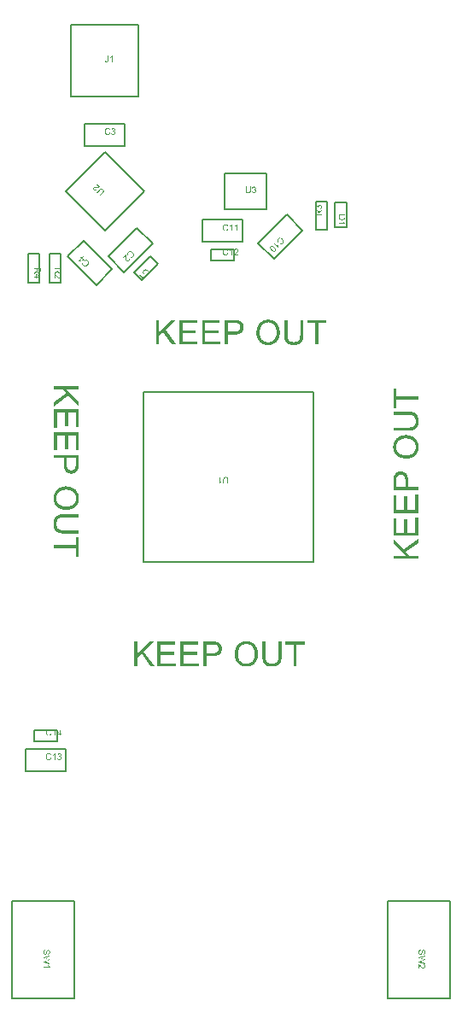
<source format=gbr>
%TF.GenerationSoftware,Altium Limited,Altium Designer,20.2.8 (258)*%
G04 Layer_Color=16711935*
%FSLAX26Y26*%
%MOIN*%
%TF.SameCoordinates,5803725C-7DB8-4FA7-A0CF-86E37554034E*%
%TF.FilePolarity,Positive*%
%TF.FileFunction,Other,Top_Assembly*%
%TF.Part,Single*%
G01*
G75*
%TA.AperFunction,NonConductor*%
%ADD59C,0.007874*%
G36*
X1328935Y1316800D02*
X1328917D01*
X1328842Y1316782D01*
X1328750D01*
X1328620Y1316745D01*
X1328454Y1316726D01*
X1328251Y1316689D01*
X1328047Y1316633D01*
X1327806Y1316578D01*
X1327307Y1316448D01*
X1326771Y1316264D01*
X1326253Y1316042D01*
X1325753Y1315764D01*
X1325735Y1315745D01*
X1325697Y1315727D01*
X1325642Y1315671D01*
X1325550Y1315598D01*
X1325438Y1315524D01*
X1325328Y1315412D01*
X1325198Y1315283D01*
X1325050Y1315135D01*
X1324902Y1314968D01*
X1324736Y1314765D01*
X1324569Y1314562D01*
X1324402Y1314321D01*
X1324236Y1314081D01*
X1324070Y1313803D01*
X1323921Y1313507D01*
X1323774Y1313193D01*
Y1313174D01*
X1323736Y1313119D01*
X1323699Y1313007D01*
X1323662Y1312878D01*
X1323607Y1312711D01*
X1323533Y1312526D01*
X1323459Y1312286D01*
X1323403Y1312045D01*
X1323330Y1311768D01*
X1323255Y1311454D01*
X1323200Y1311139D01*
X1323126Y1310787D01*
X1323052Y1310047D01*
X1323015Y1309252D01*
Y1309067D01*
X1323034Y1308919D01*
Y1308753D01*
X1323052Y1308568D01*
X1323071Y1308345D01*
X1323089Y1308105D01*
X1323163Y1307569D01*
X1323255Y1306995D01*
X1323403Y1306421D01*
X1323589Y1305848D01*
Y1305830D01*
X1323607Y1305774D01*
X1323644Y1305700D01*
X1323699Y1305608D01*
X1323755Y1305478D01*
X1323829Y1305349D01*
X1323995Y1305015D01*
X1324217Y1304664D01*
X1324495Y1304294D01*
X1324810Y1303943D01*
X1325161Y1303647D01*
X1325179D01*
X1325216Y1303610D01*
X1325272Y1303572D01*
X1325346Y1303535D01*
X1325438Y1303480D01*
X1325550Y1303406D01*
X1325827Y1303276D01*
X1326141Y1303147D01*
X1326512Y1303017D01*
X1326937Y1302944D01*
X1327362Y1302907D01*
X1327381D01*
X1327418D01*
X1327474D01*
X1327566Y1302925D01*
X1327677D01*
X1327788Y1302944D01*
X1328084Y1302999D01*
X1328399Y1303073D01*
X1328750Y1303203D01*
X1329101Y1303388D01*
X1329453Y1303628D01*
X1329472D01*
X1329490Y1303665D01*
X1329601Y1303757D01*
X1329767Y1303943D01*
X1329879Y1304053D01*
X1329989Y1304183D01*
X1330101Y1304331D01*
X1330230Y1304497D01*
X1330360Y1304682D01*
X1330489Y1304905D01*
X1330619Y1305127D01*
X1330748Y1305386D01*
X1330859Y1305645D01*
X1330988Y1305940D01*
Y1305959D01*
X1331007Y1305996D01*
X1331025Y1306052D01*
X1331062Y1306162D01*
X1331100Y1306292D01*
X1331155Y1306440D01*
X1331210Y1306643D01*
X1331284Y1306884D01*
X1331377Y1307180D01*
X1331469Y1307495D01*
X1331562Y1307864D01*
X1331673Y1308290D01*
X1331803Y1308753D01*
X1331932Y1309289D01*
X1332080Y1309862D01*
X1332228Y1310492D01*
Y1310510D01*
X1332246Y1310528D01*
Y1310584D01*
X1332265Y1310639D01*
X1332321Y1310824D01*
X1332376Y1311065D01*
X1332450Y1311342D01*
X1332543Y1311676D01*
X1332635Y1312045D01*
X1332746Y1312416D01*
X1332986Y1313229D01*
X1333264Y1314043D01*
X1333412Y1314432D01*
X1333560Y1314802D01*
X1333689Y1315117D01*
X1333838Y1315412D01*
X1333856Y1315431D01*
X1333874Y1315486D01*
X1333930Y1315579D01*
X1334004Y1315708D01*
X1334097Y1315857D01*
X1334226Y1316042D01*
X1334355Y1316226D01*
X1334504Y1316448D01*
X1334836Y1316892D01*
X1335244Y1317336D01*
X1335706Y1317781D01*
X1335965Y1317966D01*
X1336224Y1318150D01*
X1336243Y1318169D01*
X1336298Y1318188D01*
X1336372Y1318225D01*
X1336483Y1318280D01*
X1336612Y1318354D01*
X1336761Y1318428D01*
X1336946Y1318502D01*
X1337149Y1318594D01*
X1337389Y1318668D01*
X1337630Y1318761D01*
X1338167Y1318890D01*
X1338758Y1319002D01*
X1339073Y1319020D01*
X1339406Y1319039D01*
X1339425D01*
X1339498D01*
X1339591D01*
X1339739Y1319020D01*
X1339906Y1319002D01*
X1340109Y1318983D01*
X1340331Y1318946D01*
X1340590Y1318909D01*
X1340868Y1318835D01*
X1341145Y1318780D01*
X1341441Y1318687D01*
X1341755Y1318576D01*
X1342070Y1318447D01*
X1342384Y1318299D01*
X1342717Y1318132D01*
X1343032Y1317947D01*
X1343051Y1317928D01*
X1343106Y1317891D01*
X1343198Y1317836D01*
X1343310Y1317744D01*
X1343457Y1317632D01*
X1343605Y1317485D01*
X1343791Y1317318D01*
X1343976Y1317133D01*
X1344179Y1316929D01*
X1344401Y1316689D01*
X1344604Y1316430D01*
X1344826Y1316134D01*
X1345030Y1315820D01*
X1345234Y1315486D01*
X1345418Y1315135D01*
X1345585Y1314746D01*
X1345603Y1314728D01*
X1345622Y1314654D01*
X1345659Y1314543D01*
X1345733Y1314377D01*
X1345789Y1314173D01*
X1345862Y1313951D01*
X1345955Y1313674D01*
X1346029Y1313359D01*
X1346121Y1313026D01*
X1346196Y1312675D01*
X1346270Y1312286D01*
X1346343Y1311879D01*
X1346399Y1311435D01*
X1346436Y1310991D01*
X1346455Y1310528D01*
X1346473Y1310047D01*
Y1309770D01*
X1346455Y1309566D01*
Y1309326D01*
X1346418Y1309030D01*
X1346399Y1308716D01*
X1346362Y1308345D01*
X1346306Y1307976D01*
X1346251Y1307569D01*
X1346084Y1306736D01*
X1345974Y1306292D01*
X1345862Y1305867D01*
X1345715Y1305441D01*
X1345548Y1305034D01*
X1345530Y1305015D01*
X1345511Y1304941D01*
X1345456Y1304831D01*
X1345381Y1304682D01*
X1345289Y1304497D01*
X1345159Y1304294D01*
X1345030Y1304053D01*
X1344863Y1303813D01*
X1344697Y1303535D01*
X1344494Y1303276D01*
X1344272Y1302999D01*
X1344031Y1302722D01*
X1343772Y1302444D01*
X1343476Y1302185D01*
X1343180Y1301926D01*
X1342847Y1301704D01*
X1342829Y1301686D01*
X1342773Y1301649D01*
X1342662Y1301593D01*
X1342533Y1301519D01*
X1342366Y1301427D01*
X1342162Y1301315D01*
X1341940Y1301223D01*
X1341681Y1301093D01*
X1341404Y1300983D01*
X1341090Y1300871D01*
X1340756Y1300761D01*
X1340405Y1300668D01*
X1340035Y1300575D01*
X1339647Y1300502D01*
X1339239Y1300465D01*
X1338832Y1300428D01*
X1338592Y1303684D01*
X1338629D01*
X1338703Y1303702D01*
X1338832Y1303720D01*
X1338999Y1303757D01*
X1339184Y1303794D01*
X1339425Y1303850D01*
X1339684Y1303924D01*
X1339961Y1304016D01*
X1340257Y1304109D01*
X1340553Y1304238D01*
X1340849Y1304387D01*
X1341164Y1304553D01*
X1341459Y1304738D01*
X1341737Y1304960D01*
X1342014Y1305200D01*
X1342255Y1305459D01*
X1342274Y1305478D01*
X1342311Y1305534D01*
X1342366Y1305608D01*
X1342458Y1305737D01*
X1342551Y1305903D01*
X1342643Y1306089D01*
X1342755Y1306311D01*
X1342884Y1306570D01*
X1342995Y1306866D01*
X1343106Y1307198D01*
X1343198Y1307569D01*
X1343310Y1307957D01*
X1343383Y1308401D01*
X1343439Y1308863D01*
X1343476Y1309363D01*
X1343495Y1309899D01*
Y1310196D01*
X1343476Y1310399D01*
X1343457Y1310658D01*
X1343439Y1310936D01*
X1343402Y1311268D01*
X1343347Y1311601D01*
X1343217Y1312341D01*
X1343124Y1312711D01*
X1343014Y1313082D01*
X1342884Y1313433D01*
X1342736Y1313784D01*
X1342570Y1314099D01*
X1342366Y1314377D01*
X1342348Y1314395D01*
X1342311Y1314432D01*
X1342255Y1314506D01*
X1342162Y1314599D01*
X1342052Y1314691D01*
X1341922Y1314821D01*
X1341774Y1314931D01*
X1341608Y1315061D01*
X1341422Y1315190D01*
X1341200Y1315320D01*
X1340738Y1315542D01*
X1340497Y1315634D01*
X1340220Y1315708D01*
X1339943Y1315745D01*
X1339647Y1315764D01*
X1339628D01*
X1339591D01*
X1339517D01*
X1339425Y1315745D01*
X1339295Y1315727D01*
X1339166Y1315708D01*
X1338851Y1315634D01*
X1338481Y1315524D01*
X1338111Y1315357D01*
X1337908Y1315246D01*
X1337723Y1315098D01*
X1337537Y1314950D01*
X1337371Y1314784D01*
X1337352Y1314765D01*
X1337334Y1314728D01*
X1337278Y1314672D01*
X1337223Y1314562D01*
X1337130Y1314432D01*
X1337038Y1314247D01*
X1336927Y1314043D01*
X1336797Y1313784D01*
X1336668Y1313470D01*
X1336520Y1313119D01*
X1336372Y1312693D01*
X1336206Y1312230D01*
X1336039Y1311694D01*
X1335872Y1311102D01*
X1335706Y1310436D01*
X1335521Y1309696D01*
Y1309678D01*
X1335503Y1309640D01*
Y1309585D01*
X1335484Y1309511D01*
X1335466Y1309418D01*
X1335428Y1309307D01*
X1335373Y1309030D01*
X1335281Y1308697D01*
X1335188Y1308309D01*
X1335095Y1307883D01*
X1334966Y1307439D01*
X1334726Y1306495D01*
X1334596Y1306033D01*
X1334448Y1305571D01*
X1334319Y1305127D01*
X1334170Y1304719D01*
X1334041Y1304350D01*
X1333911Y1304035D01*
X1333893Y1304016D01*
X1333856Y1303943D01*
X1333801Y1303813D01*
X1333726Y1303665D01*
X1333616Y1303480D01*
X1333505Y1303276D01*
X1333357Y1303036D01*
X1333190Y1302777D01*
X1333024Y1302518D01*
X1332820Y1302241D01*
X1332376Y1301686D01*
X1331858Y1301168D01*
X1331581Y1300946D01*
X1331284Y1300724D01*
X1331266Y1300705D01*
X1331210Y1300668D01*
X1331118Y1300631D01*
X1331007Y1300557D01*
X1330859Y1300483D01*
X1330674Y1300390D01*
X1330470Y1300280D01*
X1330248Y1300187D01*
X1329989Y1300094D01*
X1329712Y1299984D01*
X1329416Y1299891D01*
X1329083Y1299817D01*
X1328750Y1299743D01*
X1328399Y1299688D01*
X1328047Y1299669D01*
X1327659Y1299650D01*
X1327640D01*
X1327566D01*
X1327455D01*
X1327307Y1299669D01*
X1327122Y1299688D01*
X1326918Y1299706D01*
X1326678Y1299743D01*
X1326400Y1299799D01*
X1326123Y1299854D01*
X1325809Y1299947D01*
X1325494Y1300039D01*
X1325161Y1300150D01*
X1324828Y1300280D01*
X1324476Y1300446D01*
X1324143Y1300631D01*
X1323792Y1300834D01*
X1323774Y1300853D01*
X1323718Y1300890D01*
X1323626Y1300964D01*
X1323496Y1301056D01*
X1323348Y1301168D01*
X1323163Y1301315D01*
X1322978Y1301482D01*
X1322774Y1301686D01*
X1322553Y1301908D01*
X1322331Y1302167D01*
X1322090Y1302444D01*
X1321850Y1302740D01*
X1321628Y1303054D01*
X1321406Y1303406D01*
X1321202Y1303776D01*
X1320998Y1304183D01*
X1320980Y1304201D01*
X1320961Y1304275D01*
X1320906Y1304405D01*
X1320851Y1304572D01*
X1320776Y1304775D01*
X1320684Y1305015D01*
X1320591Y1305293D01*
X1320499Y1305608D01*
X1320407Y1305959D01*
X1320314Y1306348D01*
X1320240Y1306755D01*
X1320148Y1307180D01*
X1320092Y1307624D01*
X1320036Y1308105D01*
X1320018Y1308604D01*
X1319999Y1309104D01*
Y1309437D01*
X1320018Y1309678D01*
X1320036Y1309974D01*
X1320055Y1310325D01*
X1320092Y1310714D01*
X1320129Y1311139D01*
X1320185Y1311583D01*
X1320240Y1312045D01*
X1320425Y1313026D01*
X1320536Y1313525D01*
X1320666Y1314006D01*
X1320832Y1314487D01*
X1320998Y1314931D01*
X1321017Y1314950D01*
X1321054Y1315043D01*
X1321110Y1315153D01*
X1321184Y1315320D01*
X1321294Y1315524D01*
X1321424Y1315745D01*
X1321591Y1316005D01*
X1321757Y1316264D01*
X1321960Y1316560D01*
X1322182Y1316855D01*
X1322441Y1317170D01*
X1322719Y1317466D01*
X1323015Y1317781D01*
X1323330Y1318076D01*
X1323681Y1318354D01*
X1324051Y1318613D01*
X1324070Y1318631D01*
X1324143Y1318668D01*
X1324255Y1318743D01*
X1324402Y1318816D01*
X1324606Y1318928D01*
X1324828Y1319039D01*
X1325087Y1319168D01*
X1325383Y1319279D01*
X1325716Y1319409D01*
X1326068Y1319538D01*
X1326456Y1319649D01*
X1326844Y1319760D01*
X1327270Y1319852D01*
X1327714Y1319927D01*
X1328177Y1319982D01*
X1328658Y1320001D01*
X1328935Y1316800D01*
D02*
G37*
G36*
X1346029Y1293879D02*
X1329231Y1289994D01*
X1329194D01*
X1329120Y1289957D01*
X1328972Y1289938D01*
X1328787Y1289882D01*
X1328546Y1289827D01*
X1328269Y1289772D01*
X1327936Y1289697D01*
X1327584Y1289623D01*
X1327215Y1289531D01*
X1326807Y1289457D01*
X1326363Y1289364D01*
X1325919Y1289272D01*
X1324976Y1289087D01*
X1323995Y1288902D01*
X1324014D01*
X1324051Y1288883D01*
X1324107D01*
X1324180Y1288865D01*
X1324273Y1288828D01*
X1324384Y1288810D01*
X1324643Y1288754D01*
X1324976Y1288661D01*
X1325328Y1288588D01*
X1325716Y1288495D01*
X1326123Y1288384D01*
X1326956Y1288180D01*
X1327362Y1288088D01*
X1327733Y1287995D01*
X1328065Y1287903D01*
X1328343Y1287848D01*
X1328583Y1287774D01*
X1328658Y1287755D01*
X1328732Y1287736D01*
X1346029Y1282889D01*
Y1278801D01*
X1333061Y1275138D01*
X1333042D01*
X1333005Y1275120D01*
X1332931Y1275101D01*
X1332839Y1275082D01*
X1332727Y1275045D01*
X1332580Y1275008D01*
X1332431Y1274972D01*
X1332246Y1274916D01*
X1332043Y1274861D01*
X1331821Y1274805D01*
X1331303Y1274676D01*
X1330748Y1274527D01*
X1330119Y1274380D01*
X1329435Y1274213D01*
X1328732Y1274046D01*
X1327973Y1273880D01*
X1327196Y1273714D01*
X1325605Y1273399D01*
X1323995Y1273140D01*
X1324033D01*
X1324107Y1273121D01*
X1324236Y1273084D01*
X1324421Y1273047D01*
X1324661Y1272992D01*
X1324920Y1272937D01*
X1325254Y1272862D01*
X1325605Y1272789D01*
X1325994Y1272696D01*
X1326419Y1272603D01*
X1326881Y1272511D01*
X1327362Y1272381D01*
X1327880Y1272271D01*
X1328417Y1272141D01*
X1328991Y1272012D01*
X1329564Y1271863D01*
X1346029Y1267849D01*
Y1264427D01*
X1320425Y1271457D01*
Y1274749D01*
X1339924Y1280096D01*
X1339961D01*
X1340035Y1280133D01*
X1340146Y1280170D01*
X1340312Y1280207D01*
X1340516Y1280263D01*
X1340719Y1280318D01*
X1340960Y1280392D01*
X1341219Y1280466D01*
X1341737Y1280614D01*
X1341977Y1280669D01*
X1342218Y1280744D01*
X1342440Y1280799D01*
X1342625Y1280854D01*
X1342792Y1280891D01*
X1342921Y1280928D01*
X1342902D01*
X1342847Y1280947D01*
X1342755Y1280966D01*
X1342625Y1281003D01*
X1342477Y1281040D01*
X1342292Y1281076D01*
X1342107Y1281132D01*
X1341885Y1281188D01*
X1341422Y1281299D01*
X1340923Y1281428D01*
X1340405Y1281557D01*
X1339924Y1281687D01*
X1320425Y1287071D01*
Y1290585D01*
X1346029Y1297338D01*
Y1293879D01*
D02*
G37*
G36*
X1339702Y1260116D02*
X1339739Y1260042D01*
X1339813Y1259894D01*
X1339906Y1259709D01*
X1340016Y1259487D01*
X1340165Y1259209D01*
X1340331Y1258914D01*
X1340516Y1258599D01*
X1340738Y1258247D01*
X1340960Y1257878D01*
X1341478Y1257101D01*
X1342052Y1256305D01*
X1342680Y1255546D01*
X1342699Y1255528D01*
X1342755Y1255454D01*
X1342847Y1255361D01*
X1342976Y1255232D01*
X1343143Y1255065D01*
X1343328Y1254880D01*
X1343550Y1254677D01*
X1343772Y1254455D01*
X1344031Y1254233D01*
X1344309Y1253993D01*
X1344882Y1253530D01*
X1345493Y1253104D01*
X1345807Y1252919D01*
X1346121Y1252753D01*
Y1250718D01*
X1320425D01*
Y1253863D01*
X1340442D01*
X1340424Y1253881D01*
X1340387Y1253918D01*
X1340331Y1253974D01*
X1340257Y1254066D01*
X1340165Y1254178D01*
X1340035Y1254325D01*
X1339906Y1254492D01*
X1339757Y1254659D01*
X1339610Y1254880D01*
X1339425Y1255102D01*
X1339258Y1255343D01*
X1339054Y1255602D01*
X1338870Y1255898D01*
X1338666Y1256194D01*
X1338259Y1256860D01*
X1338241Y1256879D01*
X1338204Y1256934D01*
X1338148Y1257045D01*
X1338092Y1257175D01*
X1338000Y1257322D01*
X1337889Y1257507D01*
X1337778Y1257729D01*
X1337649Y1257951D01*
X1337389Y1258469D01*
X1337130Y1259024D01*
X1336871Y1259598D01*
X1336649Y1260153D01*
X1339684D01*
X1339702Y1260116D01*
D02*
G37*
G36*
X1309438Y3968327D02*
X1309420Y3968105D01*
Y3967809D01*
X1309401Y3967476D01*
X1309383Y3967124D01*
X1309346Y3966717D01*
X1309309Y3966310D01*
X1309272Y3965885D01*
X1309142Y3965015D01*
X1309069Y3964608D01*
X1308976Y3964201D01*
X1308865Y3963813D01*
X1308736Y3963461D01*
Y3963443D01*
X1308698Y3963387D01*
X1308661Y3963295D01*
X1308606Y3963165D01*
X1308532Y3963017D01*
X1308421Y3962851D01*
X1308310Y3962647D01*
X1308180Y3962444D01*
X1308014Y3962222D01*
X1307848Y3961981D01*
X1307644Y3961741D01*
X1307422Y3961500D01*
X1307163Y3961278D01*
X1306904Y3961038D01*
X1306608Y3960816D01*
X1306293Y3960612D01*
X1306275Y3960594D01*
X1306219Y3960557D01*
X1306127Y3960520D01*
X1305997Y3960446D01*
X1305831Y3960372D01*
X1305628Y3960279D01*
X1305406Y3960168D01*
X1305165Y3960076D01*
X1304888Y3959983D01*
X1304591Y3959872D01*
X1304277Y3959780D01*
X1303944Y3959706D01*
X1303592Y3959632D01*
X1303223Y3959576D01*
X1302834Y3959558D01*
X1302446Y3959539D01*
X1302409D01*
X1302334D01*
X1302187Y3959558D01*
X1301983D01*
X1301761Y3959595D01*
X1301484Y3959632D01*
X1301188Y3959687D01*
X1300854Y3959761D01*
X1300503Y3959854D01*
X1300133Y3959965D01*
X1299745Y3960113D01*
X1299356Y3960279D01*
X1298967Y3960483D01*
X1298598Y3960723D01*
X1298209Y3961001D01*
X1297858Y3961315D01*
X1297839Y3961334D01*
X1297784Y3961389D01*
X1297691Y3961500D01*
X1297562Y3961648D01*
X1297414Y3961833D01*
X1297247Y3962074D01*
X1297062Y3962333D01*
X1296859Y3962647D01*
X1296655Y3963017D01*
X1296451Y3963406D01*
X1296266Y3963868D01*
X1296063Y3964349D01*
X1295897Y3964886D01*
X1295730Y3965459D01*
X1295601Y3966088D01*
X1295489Y3966754D01*
Y3966736D01*
X1295453Y3966699D01*
X1295434Y3966625D01*
X1295379Y3966532D01*
X1295323Y3966421D01*
X1295249Y3966292D01*
X1295082Y3965996D01*
X1294898Y3965663D01*
X1294676Y3965330D01*
X1294454Y3965015D01*
X1294213Y3964719D01*
X1294195Y3964701D01*
X1294158Y3964645D01*
X1294065Y3964571D01*
X1293973Y3964460D01*
X1293824Y3964331D01*
X1293677Y3964183D01*
X1293492Y3963998D01*
X1293270Y3963813D01*
X1293029Y3963609D01*
X1292770Y3963387D01*
X1292493Y3963147D01*
X1292197Y3962906D01*
X1291863Y3962666D01*
X1291531Y3962407D01*
X1290791Y3961907D01*
X1283834Y3957486D01*
Y3961722D01*
X1289162Y3965108D01*
X1289181Y3965126D01*
X1289255Y3965182D01*
X1289384Y3965256D01*
X1289533Y3965348D01*
X1289736Y3965478D01*
X1289958Y3965626D01*
X1290198Y3965792D01*
X1290457Y3965959D01*
X1291031Y3966347D01*
X1291623Y3966754D01*
X1292178Y3967161D01*
X1292437Y3967365D01*
X1292678Y3967550D01*
X1292696Y3967568D01*
X1292733Y3967587D01*
X1292789Y3967642D01*
X1292881Y3967716D01*
X1293103Y3967901D01*
X1293362Y3968123D01*
X1293639Y3968401D01*
X1293936Y3968678D01*
X1294195Y3968974D01*
X1294398Y3969270D01*
X1294417Y3969307D01*
X1294472Y3969400D01*
X1294564Y3969548D01*
X1294657Y3969751D01*
X1294768Y3969973D01*
X1294898Y3970232D01*
X1294990Y3970510D01*
X1295082Y3970806D01*
Y3970824D01*
X1295101Y3970917D01*
X1295120Y3971065D01*
X1295157Y3971250D01*
X1295175Y3971509D01*
X1295194Y3971842D01*
X1295212Y3972230D01*
Y3976615D01*
X1283834D01*
Y3980000D01*
X1309438D01*
Y3968327D01*
D02*
G37*
G36*
Y3944850D02*
Y3942279D01*
X1292844D01*
Y3938819D01*
X1289958D01*
Y3942279D01*
X1283834D01*
Y3945424D01*
X1289958D01*
Y3956524D01*
X1292844D01*
X1309438Y3944850D01*
D02*
G37*
G36*
X1390603Y3968327D02*
X1390585Y3968105D01*
Y3967809D01*
X1390566Y3967476D01*
X1390548Y3967124D01*
X1390511Y3966718D01*
X1390474Y3966311D01*
X1390437Y3965885D01*
X1390307Y3965015D01*
X1390234Y3964608D01*
X1390141Y3964202D01*
X1390030Y3963813D01*
X1389900Y3963461D01*
Y3963443D01*
X1389863Y3963387D01*
X1389826Y3963295D01*
X1389771Y3963166D01*
X1389697Y3963017D01*
X1389586Y3962851D01*
X1389475Y3962648D01*
X1389345Y3962444D01*
X1389179Y3962222D01*
X1389013Y3961981D01*
X1388809Y3961741D01*
X1388587Y3961501D01*
X1388328Y3961278D01*
X1388069Y3961038D01*
X1387773Y3960816D01*
X1387458Y3960613D01*
X1387440Y3960594D01*
X1387384Y3960557D01*
X1387292Y3960520D01*
X1387162Y3960446D01*
X1386996Y3960372D01*
X1386793Y3960280D01*
X1386571Y3960169D01*
X1386330Y3960076D01*
X1386053Y3959983D01*
X1385756Y3959872D01*
X1385442Y3959780D01*
X1385109Y3959706D01*
X1384757Y3959632D01*
X1384388Y3959577D01*
X1383999Y3959558D01*
X1383611Y3959539D01*
X1383573D01*
X1383499D01*
X1383351Y3959558D01*
X1383148D01*
X1382926Y3959595D01*
X1382649Y3959632D01*
X1382352Y3959688D01*
X1382020Y3959762D01*
X1381668Y3959854D01*
X1381298Y3959965D01*
X1380909Y3960113D01*
X1380521Y3960280D01*
X1380132Y3960483D01*
X1379763Y3960724D01*
X1379374Y3961001D01*
X1379023Y3961316D01*
X1379004Y3961334D01*
X1378948Y3961390D01*
X1378856Y3961501D01*
X1378726Y3961648D01*
X1378579Y3961834D01*
X1378412Y3962074D01*
X1378227Y3962333D01*
X1378024Y3962648D01*
X1377820Y3963017D01*
X1377617Y3963406D01*
X1377431Y3963869D01*
X1377228Y3964349D01*
X1377062Y3964886D01*
X1376895Y3965459D01*
X1376765Y3966088D01*
X1376655Y3966755D01*
Y3966736D01*
X1376618Y3966699D01*
X1376599Y3966625D01*
X1376543Y3966532D01*
X1376488Y3966421D01*
X1376414Y3966292D01*
X1376247Y3965996D01*
X1376062Y3965663D01*
X1375841Y3965330D01*
X1375619Y3965015D01*
X1375378Y3964720D01*
X1375360Y3964701D01*
X1375322Y3964646D01*
X1375230Y3964572D01*
X1375138Y3964461D01*
X1374989Y3964331D01*
X1374841Y3964183D01*
X1374657Y3963998D01*
X1374435Y3963813D01*
X1374194Y3963610D01*
X1373935Y3963387D01*
X1373658Y3963147D01*
X1373361Y3962907D01*
X1373028Y3962666D01*
X1372696Y3962407D01*
X1371956Y3961907D01*
X1364999Y3957486D01*
Y3961722D01*
X1370328Y3965108D01*
X1370346Y3965126D01*
X1370420Y3965182D01*
X1370550Y3965256D01*
X1370697Y3965349D01*
X1370901Y3965478D01*
X1371123Y3965626D01*
X1371363Y3965793D01*
X1371622Y3965959D01*
X1372196Y3966347D01*
X1372788Y3966755D01*
X1373343Y3967162D01*
X1373602Y3967365D01*
X1373842Y3967550D01*
X1373861Y3967568D01*
X1373898Y3967587D01*
X1373954Y3967642D01*
X1374046Y3967716D01*
X1374268Y3967901D01*
X1374527Y3968124D01*
X1374804Y3968401D01*
X1375101Y3968678D01*
X1375360Y3968974D01*
X1375563Y3969271D01*
X1375582Y3969307D01*
X1375637Y3969400D01*
X1375729Y3969548D01*
X1375822Y3969751D01*
X1375933Y3969974D01*
X1376062Y3970233D01*
X1376155Y3970510D01*
X1376247Y3970806D01*
Y3970825D01*
X1376266Y3970917D01*
X1376284Y3971065D01*
X1376322Y3971250D01*
X1376340Y3971509D01*
X1376359Y3971842D01*
X1376377Y3972231D01*
Y3976615D01*
X1364999D01*
Y3980001D01*
X1390603D01*
Y3968327D01*
D02*
G37*
G36*
X1365407Y3955876D02*
X1365703Y3955858D01*
X1366017Y3955821D01*
X1366387Y3955765D01*
X1366775Y3955673D01*
X1367164Y3955544D01*
X1367182D01*
X1367238Y3955506D01*
X1367331Y3955470D01*
X1367460Y3955414D01*
X1367627Y3955358D01*
X1367812Y3955266D01*
X1368015Y3955155D01*
X1368237Y3955044D01*
X1368496Y3954914D01*
X1368755Y3954748D01*
X1369329Y3954396D01*
X1369939Y3953971D01*
X1370568Y3953472D01*
X1370586Y3953453D01*
X1370642Y3953398D01*
X1370735Y3953323D01*
X1370864Y3953213D01*
X1371031Y3953064D01*
X1371216Y3952880D01*
X1371438Y3952676D01*
X1371678Y3952417D01*
X1371956Y3952140D01*
X1372252Y3951843D01*
X1372566Y3951510D01*
X1372918Y3951140D01*
X1373269Y3950733D01*
X1373639Y3950308D01*
X1374027Y3949845D01*
X1374435Y3949365D01*
X1374453Y3949346D01*
X1374472Y3949309D01*
X1374527Y3949253D01*
X1374582Y3949180D01*
X1374675Y3949087D01*
X1374767Y3948976D01*
X1375008Y3948698D01*
X1375285Y3948347D01*
X1375637Y3947977D01*
X1376007Y3947552D01*
X1376414Y3947108D01*
X1376840Y3946626D01*
X1377284Y3946164D01*
X1377727Y3945683D01*
X1378190Y3945239D01*
X1378634Y3944795D01*
X1379060Y3944407D01*
X1379485Y3944037D01*
X1379873Y3943740D01*
X1379892Y3943722D01*
X1379966Y3943685D01*
X1380077Y3943611D01*
X1380207Y3943500D01*
X1380391Y3943389D01*
X1380595Y3943278D01*
X1380835Y3943130D01*
X1381094Y3943001D01*
X1381372Y3942871D01*
X1381668Y3942723D01*
X1382315Y3942483D01*
X1382649Y3942390D01*
X1382982Y3942316D01*
X1383314Y3942279D01*
X1383648Y3942260D01*
X1383666D01*
X1383740D01*
X1383832D01*
X1383962Y3942279D01*
X1384129Y3942298D01*
X1384313Y3942334D01*
X1384517Y3942372D01*
X1384739Y3942427D01*
X1384979Y3942501D01*
X1385238Y3942593D01*
X1385497Y3942704D01*
X1385756Y3942834D01*
X1386034Y3942982D01*
X1386293Y3943167D01*
X1386552Y3943370D01*
X1386793Y3943611D01*
X1386811Y3943630D01*
X1386848Y3943666D01*
X1386903Y3943740D01*
X1386996Y3943852D01*
X1387089Y3943981D01*
X1387199Y3944148D01*
X1387329Y3944332D01*
X1387440Y3944536D01*
X1387570Y3944776D01*
X1387680Y3945035D01*
X1387792Y3945331D01*
X1387884Y3945628D01*
X1387976Y3945961D01*
X1388032Y3946312D01*
X1388069Y3946682D01*
X1388088Y3947070D01*
Y3947293D01*
X1388069Y3947441D01*
X1388051Y3947644D01*
X1388014Y3947866D01*
X1387976Y3948106D01*
X1387921Y3948384D01*
X1387847Y3948662D01*
X1387755Y3948957D01*
X1387643Y3949253D01*
X1387514Y3949568D01*
X1387348Y3949864D01*
X1387162Y3950160D01*
X1386959Y3950456D01*
X1386718Y3950715D01*
X1386700Y3950733D01*
X1386663Y3950771D01*
X1386571Y3950845D01*
X1386478Y3950919D01*
X1386330Y3951030D01*
X1386164Y3951140D01*
X1385960Y3951270D01*
X1385738Y3951381D01*
X1385497Y3951510D01*
X1385201Y3951640D01*
X1384906Y3951751D01*
X1384572Y3951862D01*
X1384203Y3951936D01*
X1383814Y3952010D01*
X1383407Y3952047D01*
X1382963Y3952066D01*
X1383296Y3955303D01*
X1383314D01*
X1383333D01*
X1383389Y3955285D01*
X1383463D01*
X1383648Y3955266D01*
X1383888Y3955211D01*
X1384184Y3955155D01*
X1384535Y3955081D01*
X1384924Y3954988D01*
X1385331Y3954878D01*
X1385775Y3954729D01*
X1386219Y3954563D01*
X1386681Y3954360D01*
X1387144Y3954119D01*
X1387588Y3953860D01*
X1388014Y3953546D01*
X1388420Y3953213D01*
X1388791Y3952824D01*
X1388809Y3952805D01*
X1388864Y3952731D01*
X1388976Y3952602D01*
X1389086Y3952436D01*
X1389235Y3952213D01*
X1389401Y3951954D01*
X1389568Y3951640D01*
X1389753Y3951289D01*
X1389919Y3950881D01*
X1390085Y3950456D01*
X1390252Y3949975D01*
X1390400Y3949457D01*
X1390530Y3948902D01*
X1390622Y3948310D01*
X1390678Y3947681D01*
X1390696Y3947015D01*
Y3946849D01*
X1390678Y3946664D01*
X1390659Y3946405D01*
X1390640Y3946090D01*
X1390585Y3945738D01*
X1390530Y3945331D01*
X1390437Y3944906D01*
X1390326Y3944443D01*
X1390197Y3943981D01*
X1390030Y3943481D01*
X1389826Y3943001D01*
X1389586Y3942519D01*
X1389327Y3942057D01*
X1389013Y3941613D01*
X1388642Y3941188D01*
X1388624Y3941169D01*
X1388550Y3941095D01*
X1388439Y3940984D01*
X1388273Y3940854D01*
X1388088Y3940688D01*
X1387847Y3940503D01*
X1387570Y3940300D01*
X1387255Y3940096D01*
X1386903Y3939911D01*
X1386515Y3939707D01*
X1386090Y3939523D01*
X1385646Y3939356D01*
X1385165Y3939227D01*
X1384665Y3939115D01*
X1384129Y3939041D01*
X1383573Y3939023D01*
X1383555D01*
X1383499D01*
X1383426D01*
X1383314D01*
X1383167Y3939041D01*
X1383018Y3939060D01*
X1382833Y3939079D01*
X1382630Y3939097D01*
X1382168Y3939171D01*
X1381649Y3939282D01*
X1381113Y3939448D01*
X1380558Y3939652D01*
X1380540D01*
X1380484Y3939689D01*
X1380410Y3939726D01*
X1380299Y3939782D01*
X1380169Y3939837D01*
X1380003Y3939930D01*
X1379818Y3940022D01*
X1379614Y3940151D01*
X1379392Y3940281D01*
X1379152Y3940429D01*
X1378616Y3940799D01*
X1378338Y3941003D01*
X1378042Y3941224D01*
X1377746Y3941483D01*
X1377431Y3941742D01*
X1377413Y3941761D01*
X1377358Y3941816D01*
X1377265Y3941890D01*
X1377136Y3942020D01*
X1376969Y3942186D01*
X1376765Y3942390D01*
X1376525Y3942612D01*
X1376247Y3942890D01*
X1375951Y3943204D01*
X1375619Y3943574D01*
X1375248Y3943963D01*
X1374841Y3944407D01*
X1374416Y3944887D01*
X1373954Y3945405D01*
X1373454Y3945979D01*
X1372936Y3946590D01*
X1372918Y3946626D01*
X1372825Y3946719D01*
X1372714Y3946849D01*
X1372547Y3947034D01*
X1372362Y3947274D01*
X1372140Y3947515D01*
X1371900Y3947792D01*
X1371641Y3948088D01*
X1371104Y3948717D01*
X1370827Y3949013D01*
X1370568Y3949309D01*
X1370309Y3949586D01*
X1370087Y3949827D01*
X1369883Y3950049D01*
X1369698Y3950215D01*
X1369661Y3950253D01*
X1369551Y3950345D01*
X1369384Y3950493D01*
X1369180Y3950678D01*
X1368921Y3950881D01*
X1368644Y3951104D01*
X1368330Y3951325D01*
X1368015Y3951529D01*
Y3938986D01*
X1364999D01*
Y3955895D01*
X1365018D01*
X1365055D01*
X1365111D01*
X1365185D01*
X1365295D01*
X1365407Y3955876D01*
D02*
G37*
G36*
X1712268Y2483643D02*
X1754394Y2426596D01*
X1737599D01*
X1703385Y2475037D01*
X1687700Y2459908D01*
Y2426596D01*
X1675000D01*
Y2522646D01*
X1687700D01*
Y2474968D01*
X1735378Y2522646D01*
X1752659D01*
X1712268Y2483643D01*
D02*
G37*
G36*
X2250673Y2467126D02*
Y2467057D01*
Y2466987D01*
Y2466779D01*
Y2466501D01*
Y2466154D01*
Y2465738D01*
X2250604Y2464766D01*
Y2463517D01*
X2250534Y2462129D01*
X2250395Y2460533D01*
X2250257Y2458867D01*
X2250048Y2457063D01*
X2249840Y2455189D01*
X2249285Y2451372D01*
X2248869Y2449429D01*
X2248452Y2447624D01*
X2247897Y2445820D01*
X2247342Y2444155D01*
X2247272Y2444085D01*
X2247203Y2443807D01*
X2246995Y2443322D01*
X2246717Y2442767D01*
X2246301Y2442003D01*
X2245884Y2441170D01*
X2245329Y2440268D01*
X2244635Y2439227D01*
X2243872Y2438117D01*
X2243039Y2437006D01*
X2242067Y2435896D01*
X2240957Y2434716D01*
X2239777Y2433536D01*
X2238528Y2432426D01*
X2237071Y2431316D01*
X2235544Y2430274D01*
X2235474Y2430205D01*
X2235127Y2430066D01*
X2234642Y2429789D01*
X2234017Y2429442D01*
X2233115Y2429025D01*
X2232143Y2428609D01*
X2230894Y2428123D01*
X2229575Y2427637D01*
X2227979Y2427151D01*
X2226314Y2426666D01*
X2224509Y2426249D01*
X2222497Y2425833D01*
X2220345Y2425486D01*
X2218055Y2425208D01*
X2215695Y2425070D01*
X2213128Y2425000D01*
X2211809D01*
X2210907Y2425070D01*
X2209727Y2425139D01*
X2208408Y2425278D01*
X2206882Y2425416D01*
X2205285Y2425555D01*
X2203550Y2425833D01*
X2201746Y2426110D01*
X2199942Y2426527D01*
X2198068Y2426943D01*
X2196263Y2427499D01*
X2194390Y2428123D01*
X2192655Y2428817D01*
X2190989Y2429650D01*
X2190920Y2429719D01*
X2190642Y2429858D01*
X2190156Y2430136D01*
X2189601Y2430483D01*
X2188907Y2430968D01*
X2188074Y2431593D01*
X2187241Y2432287D01*
X2186270Y2433050D01*
X2185298Y2433953D01*
X2184257Y2434994D01*
X2183216Y2436035D01*
X2182245Y2437284D01*
X2181273Y2438533D01*
X2180371Y2439990D01*
X2179538Y2441448D01*
X2178775Y2443044D01*
X2178705Y2443183D01*
X2178636Y2443461D01*
X2178428Y2443946D01*
X2178219Y2444640D01*
X2177942Y2445543D01*
X2177664Y2446653D01*
X2177317Y2447902D01*
X2176970Y2449360D01*
X2176623Y2451025D01*
X2176276Y2452829D01*
X2175999Y2454773D01*
X2175721Y2456924D01*
X2175513Y2459214D01*
X2175305Y2461713D01*
X2175235Y2464350D01*
X2175166Y2467126D01*
Y2522646D01*
X2187866D01*
Y2467195D01*
Y2467057D01*
Y2466640D01*
Y2466015D01*
X2187935Y2465183D01*
Y2464142D01*
X2188005Y2462962D01*
X2188074Y2461643D01*
X2188144Y2460186D01*
X2188282Y2458729D01*
X2188421Y2457202D01*
X2188838Y2454148D01*
X2189115Y2452691D01*
X2189393Y2451233D01*
X2189740Y2449915D01*
X2190156Y2448735D01*
Y2448666D01*
X2190295Y2448457D01*
X2190434Y2448180D01*
X2190642Y2447763D01*
X2190850Y2447278D01*
X2191197Y2446722D01*
X2192030Y2445404D01*
X2193140Y2443946D01*
X2193765Y2443183D01*
X2194528Y2442419D01*
X2195292Y2441656D01*
X2196194Y2440962D01*
X2197096Y2440268D01*
X2198137Y2439644D01*
X2198207D01*
X2198415Y2439505D01*
X2198692Y2439366D01*
X2199178Y2439158D01*
X2199733Y2438880D01*
X2200358Y2438602D01*
X2201121Y2438325D01*
X2202024Y2438047D01*
X2202995Y2437770D01*
X2204036Y2437492D01*
X2205147Y2437215D01*
X2206396Y2436937D01*
X2207714Y2436729D01*
X2209102Y2436590D01*
X2210490Y2436521D01*
X2212017Y2436451D01*
X2212642D01*
X2213336Y2436521D01*
X2214307D01*
X2215487Y2436659D01*
X2216736Y2436798D01*
X2218194Y2437006D01*
X2219790Y2437215D01*
X2221386Y2437561D01*
X2223052Y2437978D01*
X2224717Y2438533D01*
X2226383Y2439088D01*
X2227979Y2439852D01*
X2229437Y2440684D01*
X2230825Y2441656D01*
X2232004Y2442767D01*
X2232074Y2442836D01*
X2232282Y2443044D01*
X2232560Y2443461D01*
X2232907Y2444016D01*
X2233392Y2444779D01*
X2233878Y2445751D01*
X2234433Y2446861D01*
X2234989Y2448249D01*
X2235544Y2449776D01*
X2236099Y2451511D01*
X2236585Y2453523D01*
X2237071Y2455744D01*
X2237418Y2458243D01*
X2237695Y2460949D01*
X2237903Y2463934D01*
X2237973Y2467195D01*
Y2522646D01*
X2250673D01*
Y2467126D01*
D02*
G37*
G36*
X2340754Y2511334D02*
X2308969D01*
Y2426596D01*
X2296269D01*
Y2511334D01*
X2264622D01*
Y2522646D01*
X2340754D01*
Y2511334D01*
D02*
G37*
G36*
X1983344Y2522577D02*
X1984316D01*
X1985426Y2522507D01*
X1987786Y2522438D01*
X1990215Y2522229D01*
X1992574Y2522021D01*
X1993685Y2521813D01*
X1994656Y2521674D01*
X1994726D01*
X1995003Y2521605D01*
X1995350Y2521535D01*
X1995836Y2521466D01*
X1996461Y2521327D01*
X1997155Y2521119D01*
X1997918Y2520911D01*
X1998820Y2520703D01*
X2000694Y2520078D01*
X2002637Y2519245D01*
X2004650Y2518343D01*
X2006524Y2517163D01*
X2006593Y2517094D01*
X2006732Y2517024D01*
X2007010Y2516816D01*
X2007287Y2516539D01*
X2007704Y2516261D01*
X2008189Y2515845D01*
X2008745Y2515359D01*
X2009300Y2514804D01*
X2009855Y2514179D01*
X2010480Y2513485D01*
X2011798Y2511889D01*
X2013047Y2510015D01*
X2014227Y2507933D01*
X2014297Y2507864D01*
X2014366Y2507655D01*
X2014505Y2507309D01*
X2014713Y2506892D01*
X2014921Y2506337D01*
X2015129Y2505643D01*
X2015407Y2504880D01*
X2015685Y2504047D01*
X2015962Y2503144D01*
X2016240Y2502104D01*
X2016448Y2501062D01*
X2016656Y2499883D01*
X2017003Y2497454D01*
X2017142Y2494816D01*
Y2494678D01*
Y2494261D01*
X2017073Y2493637D01*
X2017003Y2492804D01*
X2016934Y2491693D01*
X2016726Y2490514D01*
X2016517Y2489126D01*
X2016170Y2487668D01*
X2015754Y2486072D01*
X2015199Y2484407D01*
X2014574Y2482671D01*
X2013811Y2480936D01*
X2012909Y2479202D01*
X2011868Y2477466D01*
X2010688Y2475731D01*
X2009300Y2474135D01*
X2009230Y2474066D01*
X2008953Y2473788D01*
X2008467Y2473372D01*
X2007773Y2472817D01*
X2006871Y2472192D01*
X2005760Y2471429D01*
X2004442Y2470665D01*
X2002846Y2469902D01*
X2001041Y2469139D01*
X1999029Y2468375D01*
X1996669Y2467612D01*
X1994171Y2466987D01*
X1991325Y2466432D01*
X1989798Y2466224D01*
X1988202Y2466015D01*
X1986537Y2465877D01*
X1984802Y2465738D01*
X1982997Y2465669D01*
X1956556Y2465668D01*
Y2426596D01*
X1943856D01*
Y2522646D01*
X1982373Y2522646D01*
X1983344Y2522577D01*
D02*
G37*
G36*
X1924077Y2511334D02*
X1867377D01*
Y2481908D01*
X1920468D01*
Y2470596D01*
X1867377D01*
Y2437908D01*
X1926297D01*
Y2426596D01*
X1854677D01*
Y2522646D01*
X1924077D01*
Y2511334D01*
D02*
G37*
G36*
X1834620D02*
X1777920D01*
Y2481908D01*
X1831011D01*
Y2470596D01*
X1777920D01*
Y2437908D01*
X1836841D01*
Y2426596D01*
X1765220D01*
Y2522646D01*
X1834620D01*
Y2511334D01*
D02*
G37*
G36*
X2113955Y2524242D02*
X2114857D01*
X2116037Y2524103D01*
X2117425Y2523965D01*
X2118952Y2523756D01*
X2120617Y2523548D01*
X2122422Y2523201D01*
X2124365Y2522785D01*
X2126378Y2522229D01*
X2128390Y2521605D01*
X2130472Y2520911D01*
X2132554Y2520009D01*
X2134636Y2519037D01*
X2136649Y2517927D01*
X2136788Y2517857D01*
X2137135Y2517649D01*
X2137690Y2517302D01*
X2138384Y2516747D01*
X2139286Y2516122D01*
X2140327Y2515359D01*
X2141437Y2514387D01*
X2142687Y2513346D01*
X2144005Y2512166D01*
X2145324Y2510848D01*
X2146712Y2509390D01*
X2148030Y2507794D01*
X2149349Y2506059D01*
X2150668Y2504255D01*
X2151847Y2502312D01*
X2152958Y2500230D01*
X2153027Y2500091D01*
X2153235Y2499744D01*
X2153513Y2499119D01*
X2153860Y2498217D01*
X2154276Y2497176D01*
X2154762Y2495858D01*
X2155248Y2494400D01*
X2155803Y2492735D01*
X2156289Y2490930D01*
X2156775Y2488918D01*
X2157261Y2486836D01*
X2157677Y2484545D01*
X2158093Y2482186D01*
X2158371Y2479687D01*
X2158510Y2477119D01*
X2158579Y2474482D01*
Y2474413D01*
Y2474343D01*
Y2474135D01*
Y2473858D01*
Y2473511D01*
X2158510Y2473025D01*
Y2471984D01*
X2158371Y2470735D01*
X2158302Y2469277D01*
X2158093Y2467542D01*
X2157816Y2465738D01*
X2157538Y2463725D01*
X2157122Y2461643D01*
X2156636Y2459492D01*
X2156081Y2457271D01*
X2155387Y2454981D01*
X2154623Y2452760D01*
X2153721Y2450539D01*
X2152680Y2448318D01*
X2152611Y2448180D01*
X2152403Y2447833D01*
X2152056Y2447208D01*
X2151570Y2446445D01*
X2151015Y2445473D01*
X2150251Y2444363D01*
X2149349Y2443113D01*
X2148377Y2441795D01*
X2147267Y2440407D01*
X2146018Y2439019D01*
X2144630Y2437561D01*
X2143172Y2436104D01*
X2141507Y2434716D01*
X2139772Y2433328D01*
X2137898Y2432079D01*
X2135955Y2430899D01*
X2135816Y2430830D01*
X2135469Y2430622D01*
X2134844Y2430344D01*
X2134081Y2429997D01*
X2133040Y2429511D01*
X2131860Y2429025D01*
X2130542Y2428470D01*
X2129015Y2427984D01*
X2127280Y2427429D01*
X2125475Y2426874D01*
X2123602Y2426388D01*
X2121520Y2425902D01*
X2119438Y2425555D01*
X2117217Y2425278D01*
X2114927Y2425070D01*
X2112636Y2425000D01*
X2112012D01*
X2111318Y2425070D01*
X2110346Y2425139D01*
X2109166Y2425208D01*
X2107778Y2425347D01*
X2106182Y2425555D01*
X2104517Y2425833D01*
X2102643Y2426180D01*
X2100700Y2426596D01*
X2098687Y2427151D01*
X2096674Y2427776D01*
X2094592Y2428470D01*
X2092441Y2429372D01*
X2090359Y2430344D01*
X2088346Y2431524D01*
X2088208Y2431593D01*
X2087861Y2431801D01*
X2087305Y2432218D01*
X2086611Y2432704D01*
X2085709Y2433398D01*
X2084668Y2434161D01*
X2083558Y2435133D01*
X2082309Y2436173D01*
X2081059Y2437423D01*
X2079671Y2438741D01*
X2078353Y2440199D01*
X2077034Y2441795D01*
X2075716Y2443530D01*
X2074466Y2445334D01*
X2073287Y2447278D01*
X2072176Y2449360D01*
X2072107Y2449498D01*
X2071968Y2449845D01*
X2071690Y2450470D01*
X2071343Y2451372D01*
X2070927Y2452413D01*
X2070441Y2453662D01*
X2069955Y2455050D01*
X2069470Y2456646D01*
X2068914Y2458381D01*
X2068429Y2460255D01*
X2067943Y2462198D01*
X2067526Y2464280D01*
X2067179Y2466501D01*
X2066902Y2468722D01*
X2066763Y2471012D01*
X2066694Y2473372D01*
Y2473441D01*
Y2473649D01*
Y2473997D01*
Y2474413D01*
X2066763Y2474968D01*
Y2475662D01*
X2066832Y2476425D01*
X2066902Y2477328D01*
X2066971Y2478299D01*
X2067110Y2479340D01*
X2067249Y2480451D01*
X2067388Y2481631D01*
X2067804Y2484198D01*
X2068290Y2486974D01*
X2068984Y2489959D01*
X2069817Y2493012D01*
X2070858Y2496135D01*
X2072107Y2499258D01*
X2073564Y2502312D01*
X2075299Y2505296D01*
X2076271Y2506753D01*
X2077242Y2508141D01*
X2078353Y2509460D01*
X2079533Y2510778D01*
X2079602Y2510848D01*
X2079671Y2510917D01*
X2079880Y2511126D01*
X2080157Y2511334D01*
X2080435Y2511681D01*
X2080851Y2512028D01*
X2081892Y2512930D01*
X2083141Y2513901D01*
X2084668Y2515081D01*
X2086473Y2516261D01*
X2088485Y2517580D01*
X2090775Y2518829D01*
X2093274Y2520009D01*
X2095980Y2521189D01*
X2098895Y2522229D01*
X2102088Y2523062D01*
X2105419Y2523756D01*
X2107154Y2523965D01*
X2108958Y2524173D01*
X2110763Y2524242D01*
X2112636Y2524311D01*
X2113261D01*
X2113955Y2524242D01*
D02*
G37*
G36*
X1797268Y3738643D02*
X1839394Y3681596D01*
X1822599D01*
X1788385Y3730037D01*
X1772700Y3714908D01*
Y3681596D01*
X1760000D01*
Y3777646D01*
X1772700D01*
Y3729968D01*
X1820378Y3777646D01*
X1837659D01*
X1797268Y3738643D01*
D02*
G37*
G36*
X2335673Y3722126D02*
Y3722057D01*
Y3721987D01*
Y3721779D01*
Y3721501D01*
Y3721154D01*
Y3720738D01*
X2335604Y3719766D01*
Y3718517D01*
X2335534Y3717129D01*
X2335395Y3715533D01*
X2335257Y3713867D01*
X2335048Y3712063D01*
X2334840Y3710189D01*
X2334285Y3706372D01*
X2333869Y3704429D01*
X2333452Y3702624D01*
X2332897Y3700820D01*
X2332342Y3699155D01*
X2332272Y3699085D01*
X2332203Y3698807D01*
X2331995Y3698322D01*
X2331717Y3697767D01*
X2331301Y3697003D01*
X2330884Y3696170D01*
X2330329Y3695268D01*
X2329635Y3694227D01*
X2328872Y3693117D01*
X2328039Y3692006D01*
X2327067Y3690896D01*
X2325957Y3689716D01*
X2324777Y3688536D01*
X2323528Y3687426D01*
X2322071Y3686316D01*
X2320544Y3685274D01*
X2320474Y3685205D01*
X2320127Y3685066D01*
X2319642Y3684789D01*
X2319017Y3684442D01*
X2318115Y3684025D01*
X2317143Y3683609D01*
X2315894Y3683123D01*
X2314575Y3682637D01*
X2312979Y3682151D01*
X2311314Y3681666D01*
X2309509Y3681249D01*
X2307497Y3680833D01*
X2305345Y3680486D01*
X2303055Y3680208D01*
X2300695Y3680070D01*
X2298128Y3680000D01*
X2296809D01*
X2295907Y3680070D01*
X2294727Y3680139D01*
X2293408Y3680278D01*
X2291882Y3680416D01*
X2290285Y3680555D01*
X2288550Y3680833D01*
X2286746Y3681110D01*
X2284942Y3681527D01*
X2283068Y3681943D01*
X2281263Y3682499D01*
X2279390Y3683123D01*
X2277655Y3683817D01*
X2275989Y3684650D01*
X2275920Y3684719D01*
X2275642Y3684858D01*
X2275156Y3685136D01*
X2274601Y3685483D01*
X2273907Y3685968D01*
X2273074Y3686593D01*
X2272241Y3687287D01*
X2271270Y3688050D01*
X2270298Y3688953D01*
X2269257Y3689994D01*
X2268216Y3691035D01*
X2267245Y3692284D01*
X2266273Y3693533D01*
X2265371Y3694990D01*
X2264538Y3696448D01*
X2263775Y3698044D01*
X2263705Y3698183D01*
X2263636Y3698461D01*
X2263428Y3698946D01*
X2263219Y3699640D01*
X2262942Y3700543D01*
X2262664Y3701653D01*
X2262317Y3702902D01*
X2261970Y3704360D01*
X2261623Y3706025D01*
X2261276Y3707829D01*
X2260999Y3709773D01*
X2260721Y3711924D01*
X2260513Y3714214D01*
X2260305Y3716713D01*
X2260235Y3719350D01*
X2260166Y3722126D01*
Y3777646D01*
X2272866D01*
Y3722195D01*
Y3722057D01*
Y3721640D01*
Y3721015D01*
X2272935Y3720183D01*
Y3719142D01*
X2273005Y3717962D01*
X2273074Y3716643D01*
X2273144Y3715186D01*
X2273282Y3713729D01*
X2273421Y3712202D01*
X2273838Y3709148D01*
X2274115Y3707691D01*
X2274393Y3706233D01*
X2274740Y3704915D01*
X2275156Y3703735D01*
Y3703666D01*
X2275295Y3703457D01*
X2275434Y3703180D01*
X2275642Y3702763D01*
X2275850Y3702278D01*
X2276197Y3701722D01*
X2277030Y3700404D01*
X2278140Y3698946D01*
X2278765Y3698183D01*
X2279528Y3697419D01*
X2280292Y3696656D01*
X2281194Y3695962D01*
X2282096Y3695268D01*
X2283137Y3694644D01*
X2283207D01*
X2283415Y3694505D01*
X2283692Y3694366D01*
X2284178Y3694158D01*
X2284733Y3693880D01*
X2285358Y3693602D01*
X2286121Y3693325D01*
X2287024Y3693047D01*
X2287995Y3692770D01*
X2289036Y3692492D01*
X2290147Y3692215D01*
X2291396Y3691937D01*
X2292714Y3691729D01*
X2294102Y3691590D01*
X2295490Y3691521D01*
X2297017Y3691451D01*
X2297642D01*
X2298336Y3691521D01*
X2299307D01*
X2300487Y3691659D01*
X2301736Y3691798D01*
X2303194Y3692006D01*
X2304790Y3692215D01*
X2306386Y3692561D01*
X2308052Y3692978D01*
X2309717Y3693533D01*
X2311383Y3694088D01*
X2312979Y3694852D01*
X2314437Y3695684D01*
X2315825Y3696656D01*
X2317004Y3697767D01*
X2317074Y3697836D01*
X2317282Y3698044D01*
X2317560Y3698461D01*
X2317907Y3699016D01*
X2318392Y3699779D01*
X2318878Y3700751D01*
X2319433Y3701861D01*
X2319989Y3703249D01*
X2320544Y3704776D01*
X2321099Y3706511D01*
X2321585Y3708523D01*
X2322071Y3710744D01*
X2322418Y3713243D01*
X2322695Y3715949D01*
X2322903Y3718934D01*
X2322973Y3722195D01*
Y3777646D01*
X2335673D01*
Y3722126D01*
D02*
G37*
G36*
X2425754Y3766334D02*
X2393969D01*
Y3681596D01*
X2381269D01*
Y3766334D01*
X2349622D01*
Y3777646D01*
X2425754D01*
Y3766334D01*
D02*
G37*
G36*
X2068344Y3777577D02*
X2069316D01*
X2070426Y3777507D01*
X2072786Y3777438D01*
X2075215Y3777229D01*
X2077574Y3777021D01*
X2078685Y3776813D01*
X2079656Y3776674D01*
X2079726D01*
X2080003Y3776605D01*
X2080350Y3776535D01*
X2080836Y3776466D01*
X2081461Y3776327D01*
X2082155Y3776119D01*
X2082918Y3775911D01*
X2083820Y3775703D01*
X2085694Y3775078D01*
X2087637Y3774245D01*
X2089650Y3773343D01*
X2091524Y3772163D01*
X2091593Y3772094D01*
X2091732Y3772024D01*
X2092010Y3771816D01*
X2092287Y3771539D01*
X2092704Y3771261D01*
X2093189Y3770845D01*
X2093745Y3770359D01*
X2094300Y3769804D01*
X2094855Y3769179D01*
X2095480Y3768485D01*
X2096798Y3766889D01*
X2098047Y3765015D01*
X2099227Y3762933D01*
X2099297Y3762864D01*
X2099366Y3762655D01*
X2099505Y3762309D01*
X2099713Y3761892D01*
X2099921Y3761337D01*
X2100129Y3760643D01*
X2100407Y3759880D01*
X2100685Y3759047D01*
X2100962Y3758144D01*
X2101240Y3757104D01*
X2101448Y3756062D01*
X2101656Y3754883D01*
X2102003Y3752454D01*
X2102142Y3749816D01*
Y3749678D01*
Y3749261D01*
X2102073Y3748637D01*
X2102003Y3747804D01*
X2101934Y3746693D01*
X2101726Y3745514D01*
X2101517Y3744126D01*
X2101170Y3742668D01*
X2100754Y3741072D01*
X2100199Y3739407D01*
X2099574Y3737671D01*
X2098811Y3735936D01*
X2097909Y3734202D01*
X2096868Y3732466D01*
X2095688Y3730731D01*
X2094300Y3729135D01*
X2094230Y3729066D01*
X2093953Y3728788D01*
X2093467Y3728372D01*
X2092773Y3727817D01*
X2091871Y3727192D01*
X2090760Y3726429D01*
X2089442Y3725665D01*
X2087846Y3724902D01*
X2086041Y3724139D01*
X2084029Y3723375D01*
X2081669Y3722612D01*
X2079171Y3721987D01*
X2076325Y3721432D01*
X2074798Y3721224D01*
X2073202Y3721015D01*
X2071537Y3720877D01*
X2069802Y3720738D01*
X2067997Y3720669D01*
X2041556Y3720668D01*
Y3681596D01*
X2028856D01*
Y3777646D01*
X2067373Y3777646D01*
X2068344Y3777577D01*
D02*
G37*
G36*
X2009077Y3766334D02*
X1952377D01*
Y3736908D01*
X2005468D01*
Y3725596D01*
X1952377D01*
Y3692908D01*
X2011297D01*
Y3681596D01*
X1939677D01*
Y3777646D01*
X2009077D01*
Y3766334D01*
D02*
G37*
G36*
X1919620D02*
X1862920D01*
Y3736908D01*
X1916011D01*
Y3725596D01*
X1862920D01*
Y3692908D01*
X1921841D01*
Y3681596D01*
X1850220D01*
Y3777646D01*
X1919620D01*
Y3766334D01*
D02*
G37*
G36*
X2198955Y3779242D02*
X2199857D01*
X2201037Y3779103D01*
X2202425Y3778965D01*
X2203952Y3778756D01*
X2205617Y3778548D01*
X2207422Y3778201D01*
X2209365Y3777785D01*
X2211378Y3777229D01*
X2213390Y3776605D01*
X2215472Y3775911D01*
X2217554Y3775009D01*
X2219636Y3774037D01*
X2221649Y3772927D01*
X2221788Y3772857D01*
X2222135Y3772649D01*
X2222690Y3772302D01*
X2223384Y3771747D01*
X2224286Y3771122D01*
X2225327Y3770359D01*
X2226437Y3769387D01*
X2227687Y3768346D01*
X2229005Y3767166D01*
X2230324Y3765848D01*
X2231712Y3764390D01*
X2233030Y3762794D01*
X2234349Y3761059D01*
X2235668Y3759255D01*
X2236847Y3757312D01*
X2237958Y3755230D01*
X2238027Y3755091D01*
X2238235Y3754744D01*
X2238513Y3754119D01*
X2238860Y3753217D01*
X2239276Y3752176D01*
X2239762Y3750858D01*
X2240248Y3749400D01*
X2240803Y3747735D01*
X2241289Y3745930D01*
X2241775Y3743918D01*
X2242261Y3741836D01*
X2242677Y3739545D01*
X2243093Y3737186D01*
X2243371Y3734687D01*
X2243510Y3732119D01*
X2243579Y3729482D01*
Y3729413D01*
Y3729343D01*
Y3729135D01*
Y3728858D01*
Y3728511D01*
X2243510Y3728025D01*
Y3726984D01*
X2243371Y3725735D01*
X2243302Y3724277D01*
X2243093Y3722542D01*
X2242816Y3720738D01*
X2242538Y3718725D01*
X2242122Y3716643D01*
X2241636Y3714492D01*
X2241081Y3712271D01*
X2240387Y3709981D01*
X2239623Y3707760D01*
X2238721Y3705539D01*
X2237680Y3703318D01*
X2237611Y3703180D01*
X2237403Y3702833D01*
X2237056Y3702208D01*
X2236570Y3701445D01*
X2236015Y3700473D01*
X2235251Y3699363D01*
X2234349Y3698113D01*
X2233377Y3696795D01*
X2232267Y3695407D01*
X2231018Y3694019D01*
X2229630Y3692561D01*
X2228172Y3691104D01*
X2226507Y3689716D01*
X2224772Y3688328D01*
X2222898Y3687079D01*
X2220955Y3685899D01*
X2220816Y3685830D01*
X2220469Y3685622D01*
X2219844Y3685344D01*
X2219081Y3684997D01*
X2218040Y3684511D01*
X2216860Y3684025D01*
X2215542Y3683470D01*
X2214015Y3682984D01*
X2212280Y3682429D01*
X2210475Y3681874D01*
X2208602Y3681388D01*
X2206520Y3680902D01*
X2204438Y3680555D01*
X2202217Y3680278D01*
X2199927Y3680070D01*
X2197636Y3680000D01*
X2197012D01*
X2196318Y3680070D01*
X2195346Y3680139D01*
X2194166Y3680208D01*
X2192778Y3680347D01*
X2191182Y3680555D01*
X2189517Y3680833D01*
X2187643Y3681180D01*
X2185700Y3681596D01*
X2183687Y3682151D01*
X2181674Y3682776D01*
X2179592Y3683470D01*
X2177441Y3684372D01*
X2175359Y3685344D01*
X2173346Y3686524D01*
X2173208Y3686593D01*
X2172861Y3686801D01*
X2172305Y3687218D01*
X2171611Y3687704D01*
X2170709Y3688398D01*
X2169668Y3689161D01*
X2168558Y3690133D01*
X2167309Y3691173D01*
X2166059Y3692423D01*
X2164671Y3693741D01*
X2163353Y3695199D01*
X2162034Y3696795D01*
X2160716Y3698530D01*
X2159466Y3700334D01*
X2158287Y3702278D01*
X2157176Y3704360D01*
X2157107Y3704498D01*
X2156968Y3704845D01*
X2156690Y3705470D01*
X2156343Y3706372D01*
X2155927Y3707413D01*
X2155441Y3708662D01*
X2154955Y3710050D01*
X2154470Y3711646D01*
X2153914Y3713381D01*
X2153429Y3715255D01*
X2152943Y3717198D01*
X2152526Y3719280D01*
X2152179Y3721501D01*
X2151902Y3723722D01*
X2151763Y3726012D01*
X2151694Y3728372D01*
Y3728441D01*
Y3728649D01*
Y3728997D01*
Y3729413D01*
X2151763Y3729968D01*
Y3730662D01*
X2151832Y3731425D01*
X2151902Y3732328D01*
X2151971Y3733299D01*
X2152110Y3734340D01*
X2152249Y3735451D01*
X2152388Y3736631D01*
X2152804Y3739198D01*
X2153290Y3741974D01*
X2153984Y3744959D01*
X2154817Y3748012D01*
X2155858Y3751135D01*
X2157107Y3754258D01*
X2158564Y3757312D01*
X2160299Y3760296D01*
X2161271Y3761753D01*
X2162242Y3763141D01*
X2163353Y3764460D01*
X2164533Y3765778D01*
X2164602Y3765848D01*
X2164671Y3765917D01*
X2164880Y3766126D01*
X2165157Y3766334D01*
X2165435Y3766681D01*
X2165851Y3767028D01*
X2166892Y3767930D01*
X2168141Y3768901D01*
X2169668Y3770081D01*
X2171473Y3771261D01*
X2173485Y3772580D01*
X2175775Y3773829D01*
X2178274Y3775009D01*
X2180980Y3776189D01*
X2183895Y3777229D01*
X2187088Y3778062D01*
X2190419Y3778756D01*
X2192154Y3778965D01*
X2193958Y3779173D01*
X2195763Y3779242D01*
X2197636Y3779311D01*
X2198261D01*
X2198955Y3779242D01*
D02*
G37*
G36*
X1457646Y3507300D02*
X1409968D01*
X1457646Y3459622D01*
Y3442341D01*
X1418643Y3482732D01*
X1361596Y3440606D01*
Y3457401D01*
X1410037Y3491615D01*
X1394908Y3507300D01*
X1361596D01*
Y3520000D01*
X1457646D01*
Y3507300D01*
D02*
G37*
G36*
Y3360380D02*
X1446334D01*
Y3417080D01*
X1416908D01*
Y3363989D01*
X1405596D01*
Y3417080D01*
X1372908D01*
Y3358159D01*
X1361596D01*
Y3429780D01*
X1457646D01*
Y3360380D01*
D02*
G37*
G36*
Y3270923D02*
X1446334D01*
Y3327623D01*
X1416908D01*
Y3274532D01*
X1405596D01*
Y3327623D01*
X1372908D01*
Y3268703D01*
X1361596D01*
Y3340323D01*
X1457646D01*
Y3270923D01*
D02*
G37*
G36*
Y3212627D02*
X1457576Y3211656D01*
Y3210684D01*
X1457507Y3209574D01*
X1457438Y3207214D01*
X1457229Y3204785D01*
X1457021Y3202426D01*
X1456813Y3201315D01*
X1456674Y3200344D01*
Y3200274D01*
X1456605Y3199997D01*
X1456535Y3199650D01*
X1456466Y3199164D01*
X1456327Y3198539D01*
X1456119Y3197845D01*
X1455911Y3197082D01*
X1455703Y3196180D01*
X1455078Y3194306D01*
X1454245Y3192363D01*
X1453343Y3190350D01*
X1452163Y3188476D01*
X1452094Y3188407D01*
X1452024Y3188268D01*
X1451816Y3187990D01*
X1451539Y3187713D01*
X1451261Y3187296D01*
X1450845Y3186811D01*
X1450359Y3186255D01*
X1449804Y3185700D01*
X1449179Y3185145D01*
X1448485Y3184520D01*
X1446889Y3183202D01*
X1445015Y3181953D01*
X1442933Y3180773D01*
X1442864Y3180703D01*
X1442655Y3180634D01*
X1442308Y3180495D01*
X1441892Y3180287D01*
X1441337Y3180079D01*
X1440643Y3179871D01*
X1439879Y3179593D01*
X1439047Y3179315D01*
X1438144Y3179038D01*
X1437103Y3178760D01*
X1436062Y3178552D01*
X1434883Y3178344D01*
X1432454Y3177997D01*
X1429816Y3177858D01*
X1429678D01*
X1429261D01*
X1428637Y3177927D01*
X1427804Y3177997D01*
X1426693Y3178066D01*
X1425514Y3178274D01*
X1424126Y3178483D01*
X1422668Y3178830D01*
X1421072Y3179246D01*
X1419406Y3179801D01*
X1417671Y3180426D01*
X1415936Y3181189D01*
X1414201Y3182091D01*
X1412466Y3183132D01*
X1410731Y3184312D01*
X1409135Y3185700D01*
X1409066Y3185770D01*
X1408788Y3186047D01*
X1408372Y3186533D01*
X1407817Y3187227D01*
X1407192Y3188129D01*
X1406429Y3189240D01*
X1405665Y3190558D01*
X1404902Y3192154D01*
X1404138Y3193959D01*
X1403375Y3195971D01*
X1402612Y3198331D01*
X1401987Y3200829D01*
X1401432Y3203675D01*
X1401224Y3205202D01*
X1401015Y3206798D01*
X1400877Y3208463D01*
X1400738Y3210198D01*
X1400668Y3212003D01*
Y3238444D01*
X1361596D01*
Y3251144D01*
X1457646D01*
Y3212627D01*
D02*
G37*
G36*
X1409968Y3128237D02*
X1410662D01*
X1411425Y3128168D01*
X1412328Y3128098D01*
X1413299Y3128029D01*
X1414340Y3127890D01*
X1415451Y3127751D01*
X1416630Y3127612D01*
X1419198Y3127196D01*
X1421974Y3126710D01*
X1424958Y3126016D01*
X1428012Y3125183D01*
X1431135Y3124142D01*
X1434258Y3122893D01*
X1437312Y3121436D01*
X1440296Y3119701D01*
X1441753Y3118729D01*
X1443141Y3117758D01*
X1444460Y3116647D01*
X1445778Y3115467D01*
X1445848Y3115398D01*
X1445917Y3115329D01*
X1446125Y3115120D01*
X1446334Y3114843D01*
X1446681Y3114565D01*
X1447028Y3114149D01*
X1447930Y3113108D01*
X1448901Y3111859D01*
X1450081Y3110332D01*
X1451261Y3108527D01*
X1452580Y3106515D01*
X1453829Y3104225D01*
X1455009Y3101726D01*
X1456188Y3099020D01*
X1457229Y3096105D01*
X1458062Y3092912D01*
X1458756Y3089581D01*
X1458964Y3087846D01*
X1459173Y3086042D01*
X1459242Y3084237D01*
X1459311Y3082364D01*
Y3081739D01*
X1459242Y3081045D01*
Y3080143D01*
X1459103Y3078963D01*
X1458964Y3077575D01*
X1458756Y3076048D01*
X1458548Y3074383D01*
X1458201Y3072578D01*
X1457785Y3070635D01*
X1457229Y3068622D01*
X1456605Y3066610D01*
X1455911Y3064528D01*
X1455009Y3062446D01*
X1454037Y3060364D01*
X1452927Y3058351D01*
X1452857Y3058212D01*
X1452649Y3057865D01*
X1452302Y3057310D01*
X1451747Y3056616D01*
X1451122Y3055714D01*
X1450359Y3054673D01*
X1449387Y3053563D01*
X1448346Y3052313D01*
X1447166Y3050995D01*
X1445848Y3049676D01*
X1444390Y3048288D01*
X1442794Y3046970D01*
X1441059Y3045651D01*
X1439255Y3044332D01*
X1437312Y3043153D01*
X1435230Y3042042D01*
X1435091Y3041973D01*
X1434744Y3041765D01*
X1434119Y3041487D01*
X1433217Y3041140D01*
X1432176Y3040724D01*
X1430857Y3040238D01*
X1429400Y3039752D01*
X1427734Y3039197D01*
X1425930Y3038711D01*
X1423917Y3038225D01*
X1421835Y3037739D01*
X1419545Y3037323D01*
X1417186Y3036907D01*
X1414687Y3036629D01*
X1412119Y3036490D01*
X1409482Y3036421D01*
X1409413D01*
X1409343D01*
X1409135D01*
X1408858D01*
X1408511D01*
X1408025Y3036490D01*
X1406984D01*
X1405735Y3036629D01*
X1404277Y3036698D01*
X1402542Y3036907D01*
X1400738Y3037184D01*
X1398725Y3037462D01*
X1396643Y3037878D01*
X1394492Y3038364D01*
X1392271Y3038919D01*
X1389981Y3039613D01*
X1387760Y3040377D01*
X1385539Y3041279D01*
X1383318Y3042320D01*
X1383180Y3042389D01*
X1382833Y3042597D01*
X1382208Y3042944D01*
X1381445Y3043430D01*
X1380473Y3043985D01*
X1379363Y3044749D01*
X1378113Y3045651D01*
X1376795Y3046623D01*
X1375407Y3047733D01*
X1374019Y3048982D01*
X1372561Y3050370D01*
X1371104Y3051828D01*
X1369716Y3053493D01*
X1368328Y3055228D01*
X1367079Y3057102D01*
X1365899Y3059045D01*
X1365830Y3059184D01*
X1365621Y3059531D01*
X1365344Y3060156D01*
X1364997Y3060919D01*
X1364511Y3061960D01*
X1364025Y3063140D01*
X1363470Y3064458D01*
X1362984Y3065985D01*
X1362429Y3067720D01*
X1361874Y3069525D01*
X1361388Y3071398D01*
X1360902Y3073480D01*
X1360555Y3075562D01*
X1360278Y3077783D01*
X1360069Y3080073D01*
X1360000Y3082364D01*
Y3082988D01*
X1360069Y3083682D01*
X1360139Y3084654D01*
X1360208Y3085834D01*
X1360347Y3087222D01*
X1360555Y3088818D01*
X1360833Y3090483D01*
X1361180Y3092357D01*
X1361596Y3094300D01*
X1362151Y3096313D01*
X1362776Y3098326D01*
X1363470Y3100408D01*
X1364372Y3102559D01*
X1365344Y3104641D01*
X1366524Y3106654D01*
X1366593Y3106792D01*
X1366801Y3107139D01*
X1367218Y3107695D01*
X1367703Y3108389D01*
X1368397Y3109291D01*
X1369161Y3110332D01*
X1370132Y3111442D01*
X1371173Y3112691D01*
X1372423Y3113941D01*
X1373741Y3115329D01*
X1375199Y3116647D01*
X1376795Y3117966D01*
X1378530Y3119284D01*
X1380334Y3120534D01*
X1382277Y3121713D01*
X1384359Y3122824D01*
X1384498Y3122893D01*
X1384845Y3123032D01*
X1385470Y3123310D01*
X1386372Y3123657D01*
X1387413Y3124073D01*
X1388662Y3124559D01*
X1390050Y3125045D01*
X1391646Y3125530D01*
X1393381Y3126086D01*
X1395255Y3126571D01*
X1397198Y3127057D01*
X1399280Y3127474D01*
X1401501Y3127821D01*
X1403722Y3128098D01*
X1406012Y3128237D01*
X1408372Y3128306D01*
X1408441D01*
X1408649D01*
X1408996D01*
X1409413D01*
X1409968Y3128237D01*
D02*
G37*
G36*
X1457646Y3007134D02*
X1402195D01*
X1402056D01*
X1401640D01*
X1401015D01*
X1400183Y3007065D01*
X1399142D01*
X1397962Y3006995D01*
X1396643Y3006926D01*
X1395186Y3006856D01*
X1393728Y3006718D01*
X1392202Y3006579D01*
X1389148Y3006162D01*
X1387691Y3005885D01*
X1386233Y3005607D01*
X1384915Y3005260D01*
X1383735Y3004844D01*
X1383665D01*
X1383457Y3004705D01*
X1383180Y3004566D01*
X1382763Y3004358D01*
X1382277Y3004150D01*
X1381722Y3003803D01*
X1380404Y3002970D01*
X1378946Y3001860D01*
X1378183Y3001235D01*
X1377419Y3000472D01*
X1376656Y2999708D01*
X1375962Y2998806D01*
X1375268Y2997904D01*
X1374643Y2996863D01*
Y2996793D01*
X1374505Y2996585D01*
X1374366Y2996308D01*
X1374158Y2995822D01*
X1373880Y2995267D01*
X1373602Y2994642D01*
X1373325Y2993879D01*
X1373047Y2992976D01*
X1372770Y2992005D01*
X1372492Y2990964D01*
X1372214Y2989853D01*
X1371937Y2988604D01*
X1371729Y2987286D01*
X1371590Y2985898D01*
X1371520Y2984510D01*
X1371451Y2982983D01*
Y2982358D01*
X1371520Y2981664D01*
Y2980693D01*
X1371659Y2979513D01*
X1371798Y2978264D01*
X1372006Y2976806D01*
X1372214Y2975210D01*
X1372561Y2973614D01*
X1372978Y2971948D01*
X1373533Y2970283D01*
X1374088Y2968617D01*
X1374852Y2967021D01*
X1375684Y2965563D01*
X1376656Y2964175D01*
X1377766Y2962996D01*
X1377836Y2962926D01*
X1378044Y2962718D01*
X1378460Y2962440D01*
X1379016Y2962093D01*
X1379779Y2961608D01*
X1380751Y2961122D01*
X1381861Y2960567D01*
X1383249Y2960011D01*
X1384776Y2959456D01*
X1386511Y2958901D01*
X1388523Y2958415D01*
X1390744Y2957929D01*
X1393243Y2957582D01*
X1395949Y2957305D01*
X1398933Y2957097D01*
X1402195Y2957027D01*
X1457646D01*
Y2944327D01*
X1402126D01*
X1402056D01*
X1401987D01*
X1401779D01*
X1401501D01*
X1401154D01*
X1400738D01*
X1399766Y2944396D01*
X1398517D01*
X1397129Y2944466D01*
X1395533Y2944605D01*
X1393867Y2944743D01*
X1392063Y2944952D01*
X1390189Y2945160D01*
X1386372Y2945715D01*
X1384429Y2946131D01*
X1382624Y2946548D01*
X1380820Y2947103D01*
X1379154Y2947658D01*
X1379085Y2947728D01*
X1378807Y2947797D01*
X1378322Y2948005D01*
X1377766Y2948283D01*
X1377003Y2948699D01*
X1376170Y2949116D01*
X1375268Y2949671D01*
X1374227Y2950365D01*
X1373117Y2951128D01*
X1372006Y2951961D01*
X1370896Y2952933D01*
X1369716Y2954043D01*
X1368536Y2955223D01*
X1367426Y2956472D01*
X1366315Y2957929D01*
X1365274Y2959456D01*
X1365205Y2959526D01*
X1365066Y2959873D01*
X1364789Y2960358D01*
X1364442Y2960983D01*
X1364025Y2961885D01*
X1363609Y2962857D01*
X1363123Y2964106D01*
X1362637Y2965425D01*
X1362151Y2967021D01*
X1361666Y2968686D01*
X1361249Y2970491D01*
X1360833Y2972503D01*
X1360486Y2974655D01*
X1360208Y2976945D01*
X1360069Y2979305D01*
X1360000Y2981872D01*
Y2983191D01*
X1360069Y2984093D01*
X1360139Y2985273D01*
X1360278Y2986592D01*
X1360416Y2988118D01*
X1360555Y2989715D01*
X1360833Y2991450D01*
X1361110Y2993254D01*
X1361527Y2995058D01*
X1361943Y2996932D01*
X1362498Y2998737D01*
X1363123Y3000610D01*
X1363817Y3002345D01*
X1364650Y3004011D01*
X1364719Y3004080D01*
X1364858Y3004358D01*
X1365136Y3004844D01*
X1365483Y3005399D01*
X1365968Y3006093D01*
X1366593Y3006926D01*
X1367287Y3007759D01*
X1368050Y3008730D01*
X1368953Y3009702D01*
X1369994Y3010743D01*
X1371035Y3011784D01*
X1372284Y3012755D01*
X1373533Y3013727D01*
X1374990Y3014629D01*
X1376448Y3015462D01*
X1378044Y3016225D01*
X1378183Y3016295D01*
X1378460Y3016364D01*
X1378946Y3016572D01*
X1379640Y3016781D01*
X1380542Y3017058D01*
X1381653Y3017336D01*
X1382902Y3017683D01*
X1384359Y3018030D01*
X1386025Y3018377D01*
X1387829Y3018724D01*
X1389773Y3019001D01*
X1391924Y3019279D01*
X1394214Y3019487D01*
X1396713Y3019695D01*
X1399350Y3019765D01*
X1402126Y3019834D01*
X1457646D01*
Y3007134D01*
D02*
G37*
G36*
Y2854246D02*
X1446334D01*
Y2886031D01*
X1361596D01*
Y2898731D01*
X1446334D01*
Y2930378D01*
X1457646D01*
Y2854246D01*
D02*
G37*
G36*
X2698666Y3478969D02*
X2783404D01*
Y3466269D01*
X2698666D01*
Y3434622D01*
X2687354D01*
Y3510754D01*
X2698666D01*
Y3478969D01*
D02*
G37*
G36*
X2745234Y3420604D02*
X2746483D01*
X2747871Y3420534D01*
X2749467Y3420395D01*
X2751133Y3420257D01*
X2752937Y3420048D01*
X2754811Y3419840D01*
X2758628Y3419285D01*
X2760571Y3418869D01*
X2762376Y3418452D01*
X2764180Y3417897D01*
X2765846Y3417342D01*
X2765915Y3417272D01*
X2766193Y3417203D01*
X2766678Y3416995D01*
X2767234Y3416717D01*
X2767997Y3416301D01*
X2768830Y3415884D01*
X2769732Y3415329D01*
X2770773Y3414635D01*
X2771883Y3413872D01*
X2772994Y3413039D01*
X2774104Y3412067D01*
X2775284Y3410957D01*
X2776464Y3409777D01*
X2777574Y3408528D01*
X2778685Y3407071D01*
X2779726Y3405544D01*
X2779795Y3405474D01*
X2779934Y3405127D01*
X2780211Y3404642D01*
X2780558Y3404017D01*
X2780975Y3403115D01*
X2781391Y3402143D01*
X2781877Y3400894D01*
X2782363Y3399575D01*
X2782849Y3397979D01*
X2783334Y3396314D01*
X2783751Y3394509D01*
X2784167Y3392497D01*
X2784514Y3390345D01*
X2784792Y3388055D01*
X2784931Y3385695D01*
X2785000Y3383128D01*
Y3381809D01*
X2784931Y3380907D01*
X2784861Y3379727D01*
X2784722Y3378408D01*
X2784584Y3376882D01*
X2784445Y3375285D01*
X2784167Y3373550D01*
X2783890Y3371746D01*
X2783473Y3369942D01*
X2783057Y3368068D01*
X2782502Y3366263D01*
X2781877Y3364390D01*
X2781183Y3362655D01*
X2780350Y3360989D01*
X2780281Y3360920D01*
X2780142Y3360642D01*
X2779864Y3360156D01*
X2779517Y3359601D01*
X2779032Y3358907D01*
X2778407Y3358074D01*
X2777713Y3357241D01*
X2776950Y3356270D01*
X2776047Y3355298D01*
X2775006Y3354257D01*
X2773965Y3353216D01*
X2772716Y3352245D01*
X2771467Y3351273D01*
X2770010Y3350371D01*
X2768552Y3349538D01*
X2766956Y3348775D01*
X2766817Y3348705D01*
X2766540Y3348636D01*
X2766054Y3348428D01*
X2765360Y3348219D01*
X2764458Y3347942D01*
X2763347Y3347664D01*
X2762098Y3347317D01*
X2760641Y3346970D01*
X2758975Y3346623D01*
X2757171Y3346276D01*
X2755227Y3345999D01*
X2753076Y3345721D01*
X2750786Y3345513D01*
X2748287Y3345305D01*
X2745650Y3345235D01*
X2742874Y3345166D01*
X2687354D01*
Y3357866D01*
X2742805D01*
X2742944D01*
X2743360D01*
X2743985D01*
X2744817Y3357935D01*
X2745858D01*
X2747038Y3358005D01*
X2748357Y3358074D01*
X2749814Y3358144D01*
X2751272Y3358282D01*
X2752798Y3358421D01*
X2755852Y3358838D01*
X2757309Y3359115D01*
X2758767Y3359393D01*
X2760085Y3359740D01*
X2761265Y3360156D01*
X2761335D01*
X2761543Y3360295D01*
X2761820Y3360434D01*
X2762237Y3360642D01*
X2762723Y3360850D01*
X2763278Y3361197D01*
X2764596Y3362030D01*
X2766054Y3363140D01*
X2766817Y3363765D01*
X2767581Y3364528D01*
X2768344Y3365292D01*
X2769038Y3366194D01*
X2769732Y3367096D01*
X2770357Y3368137D01*
Y3368207D01*
X2770495Y3368415D01*
X2770634Y3368692D01*
X2770842Y3369178D01*
X2771120Y3369733D01*
X2771398Y3370358D01*
X2771675Y3371121D01*
X2771953Y3372024D01*
X2772230Y3372995D01*
X2772508Y3374036D01*
X2772786Y3375147D01*
X2773063Y3376396D01*
X2773271Y3377714D01*
X2773410Y3379102D01*
X2773480Y3380490D01*
X2773549Y3382017D01*
Y3382642D01*
X2773480Y3383336D01*
Y3384307D01*
X2773341Y3385487D01*
X2773202Y3386736D01*
X2772994Y3388194D01*
X2772786Y3389790D01*
X2772439Y3391386D01*
X2772022Y3393052D01*
X2771467Y3394717D01*
X2770912Y3396383D01*
X2770148Y3397979D01*
X2769316Y3399437D01*
X2768344Y3400825D01*
X2767234Y3402004D01*
X2767164Y3402074D01*
X2766956Y3402282D01*
X2766540Y3402560D01*
X2765984Y3402907D01*
X2765221Y3403392D01*
X2764249Y3403878D01*
X2763139Y3404433D01*
X2761751Y3404989D01*
X2760224Y3405544D01*
X2758489Y3406099D01*
X2756477Y3406585D01*
X2754256Y3407071D01*
X2751757Y3407418D01*
X2749051Y3407695D01*
X2746067Y3407903D01*
X2742805Y3407973D01*
X2687354D01*
Y3420673D01*
X2742874D01*
X2742944D01*
X2743013D01*
X2743221D01*
X2743499D01*
X2743846D01*
X2744262D01*
X2745234Y3420604D01*
D02*
G37*
G36*
X2736975Y3328510D02*
X2738016D01*
X2739265Y3328371D01*
X2740723Y3328302D01*
X2742458Y3328093D01*
X2744262Y3327816D01*
X2746275Y3327538D01*
X2748357Y3327122D01*
X2750508Y3326636D01*
X2752729Y3326081D01*
X2755019Y3325387D01*
X2757240Y3324623D01*
X2759461Y3323721D01*
X2761682Y3322680D01*
X2761820Y3322611D01*
X2762167Y3322403D01*
X2762792Y3322056D01*
X2763555Y3321570D01*
X2764527Y3321015D01*
X2765637Y3320251D01*
X2766887Y3319349D01*
X2768205Y3318377D01*
X2769593Y3317267D01*
X2770981Y3316018D01*
X2772439Y3314630D01*
X2773896Y3313172D01*
X2775284Y3311507D01*
X2776672Y3309772D01*
X2777921Y3307898D01*
X2779101Y3305955D01*
X2779170Y3305816D01*
X2779379Y3305469D01*
X2779656Y3304844D01*
X2780003Y3304081D01*
X2780489Y3303040D01*
X2780975Y3301860D01*
X2781530Y3300542D01*
X2782016Y3299015D01*
X2782571Y3297280D01*
X2783126Y3295475D01*
X2783612Y3293602D01*
X2784098Y3291520D01*
X2784445Y3289438D01*
X2784722Y3287217D01*
X2784931Y3284927D01*
X2785000Y3282636D01*
Y3282012D01*
X2784931Y3281318D01*
X2784861Y3280346D01*
X2784792Y3279166D01*
X2784653Y3277778D01*
X2784445Y3276182D01*
X2784167Y3274517D01*
X2783820Y3272643D01*
X2783404Y3270700D01*
X2782849Y3268687D01*
X2782224Y3266674D01*
X2781530Y3264592D01*
X2780628Y3262441D01*
X2779656Y3260359D01*
X2778476Y3258346D01*
X2778407Y3258208D01*
X2778199Y3257861D01*
X2777782Y3257305D01*
X2777297Y3256611D01*
X2776603Y3255709D01*
X2775839Y3254668D01*
X2774868Y3253558D01*
X2773827Y3252309D01*
X2772577Y3251059D01*
X2771259Y3249671D01*
X2769801Y3248353D01*
X2768205Y3247034D01*
X2766470Y3245716D01*
X2764666Y3244466D01*
X2762723Y3243287D01*
X2760641Y3242176D01*
X2760502Y3242107D01*
X2760155Y3241968D01*
X2759530Y3241690D01*
X2758628Y3241343D01*
X2757587Y3240927D01*
X2756338Y3240441D01*
X2754950Y3239955D01*
X2753354Y3239470D01*
X2751619Y3238914D01*
X2749745Y3238429D01*
X2747802Y3237943D01*
X2745720Y3237526D01*
X2743499Y3237179D01*
X2741278Y3236902D01*
X2738988Y3236763D01*
X2736628Y3236694D01*
X2736559D01*
X2736351D01*
X2736004D01*
X2735587D01*
X2735032Y3236763D01*
X2734338D01*
X2733575Y3236832D01*
X2732672Y3236902D01*
X2731701Y3236971D01*
X2730660Y3237110D01*
X2729549Y3237249D01*
X2728370Y3237388D01*
X2725802Y3237804D01*
X2723026Y3238290D01*
X2720042Y3238984D01*
X2716988Y3239817D01*
X2713865Y3240858D01*
X2710742Y3242107D01*
X2707688Y3243564D01*
X2704704Y3245299D01*
X2703247Y3246271D01*
X2701859Y3247242D01*
X2700540Y3248353D01*
X2699222Y3249533D01*
X2699152Y3249602D01*
X2699083Y3249671D01*
X2698875Y3249880D01*
X2698666Y3250157D01*
X2698319Y3250435D01*
X2697972Y3250851D01*
X2697070Y3251892D01*
X2696099Y3253141D01*
X2694919Y3254668D01*
X2693739Y3256473D01*
X2692420Y3258485D01*
X2691171Y3260775D01*
X2689991Y3263274D01*
X2688812Y3265980D01*
X2687771Y3268895D01*
X2686938Y3272088D01*
X2686244Y3275419D01*
X2686036Y3277154D01*
X2685827Y3278958D01*
X2685758Y3280763D01*
X2685689Y3282636D01*
Y3283261D01*
X2685758Y3283955D01*
Y3284857D01*
X2685897Y3286037D01*
X2686036Y3287425D01*
X2686244Y3288952D01*
X2686452Y3290617D01*
X2686799Y3292422D01*
X2687215Y3294365D01*
X2687771Y3296378D01*
X2688395Y3298390D01*
X2689089Y3300472D01*
X2689991Y3302554D01*
X2690963Y3304636D01*
X2692073Y3306649D01*
X2692143Y3306788D01*
X2692351Y3307135D01*
X2692698Y3307690D01*
X2693253Y3308384D01*
X2693878Y3309286D01*
X2694641Y3310327D01*
X2695613Y3311437D01*
X2696654Y3312687D01*
X2697834Y3314005D01*
X2699152Y3315324D01*
X2700610Y3316712D01*
X2702206Y3318030D01*
X2703941Y3319349D01*
X2705745Y3320668D01*
X2707688Y3321847D01*
X2709770Y3322958D01*
X2709909Y3323027D01*
X2710256Y3323235D01*
X2710881Y3323513D01*
X2711783Y3323860D01*
X2712824Y3324276D01*
X2714143Y3324762D01*
X2715600Y3325248D01*
X2717266Y3325803D01*
X2719070Y3326289D01*
X2721083Y3326775D01*
X2723165Y3327261D01*
X2725455Y3327677D01*
X2727814Y3328093D01*
X2730313Y3328371D01*
X2732881Y3328510D01*
X2735518Y3328579D01*
X2735587D01*
X2735657D01*
X2735865D01*
X2736142D01*
X2736489D01*
X2736975Y3328510D01*
D02*
G37*
G36*
X2716363Y3187073D02*
X2717196Y3187003D01*
X2718307Y3186934D01*
X2719486Y3186726D01*
X2720874Y3186517D01*
X2722332Y3186170D01*
X2723928Y3185754D01*
X2725594Y3185199D01*
X2727329Y3184574D01*
X2729064Y3183811D01*
X2730799Y3182909D01*
X2732534Y3181868D01*
X2734269Y3180688D01*
X2735865Y3179300D01*
X2735934Y3179230D01*
X2736212Y3178953D01*
X2736628Y3178467D01*
X2737183Y3177773D01*
X2737808Y3176871D01*
X2738571Y3175760D01*
X2739335Y3174442D01*
X2740098Y3172846D01*
X2740862Y3171041D01*
X2741625Y3169029D01*
X2742388Y3166669D01*
X2743013Y3164171D01*
X2743568Y3161325D01*
X2743776Y3159798D01*
X2743985Y3158202D01*
X2744123Y3156537D01*
X2744262Y3154802D01*
X2744332Y3152997D01*
Y3126556D01*
X2783404D01*
Y3113856D01*
X2687354D01*
Y3152373D01*
X2687424Y3153344D01*
Y3154316D01*
X2687493Y3155426D01*
X2687562Y3157786D01*
X2687771Y3160215D01*
X2687979Y3162574D01*
X2688187Y3163685D01*
X2688326Y3164656D01*
Y3164726D01*
X2688395Y3165003D01*
X2688465Y3165350D01*
X2688534Y3165836D01*
X2688673Y3166461D01*
X2688881Y3167155D01*
X2689089Y3167918D01*
X2689297Y3168820D01*
X2689922Y3170694D01*
X2690755Y3172637D01*
X2691657Y3174650D01*
X2692837Y3176524D01*
X2692906Y3176593D01*
X2692976Y3176732D01*
X2693184Y3177010D01*
X2693461Y3177287D01*
X2693739Y3177704D01*
X2694155Y3178189D01*
X2694641Y3178745D01*
X2695196Y3179300D01*
X2695821Y3179855D01*
X2696515Y3180480D01*
X2698111Y3181798D01*
X2699985Y3183047D01*
X2702067Y3184227D01*
X2702136Y3184297D01*
X2702345Y3184366D01*
X2702692Y3184505D01*
X2703108Y3184713D01*
X2703663Y3184921D01*
X2704357Y3185129D01*
X2705121Y3185407D01*
X2705953Y3185685D01*
X2706856Y3185962D01*
X2707897Y3186240D01*
X2708938Y3186448D01*
X2710117Y3186656D01*
X2712546Y3187003D01*
X2715184Y3187142D01*
X2715322D01*
X2715739D01*
X2716363Y3187073D01*
D02*
G37*
G36*
X2783404Y3024677D02*
X2687354D01*
Y3094077D01*
X2698666D01*
Y3037377D01*
X2728092D01*
Y3090468D01*
X2739404D01*
Y3037377D01*
X2772092D01*
Y3096297D01*
X2783404D01*
Y3024677D01*
D02*
G37*
G36*
Y2935220D02*
X2687354D01*
Y3004620D01*
X2698666D01*
Y2947920D01*
X2728092D01*
Y3001011D01*
X2739404D01*
Y2947920D01*
X2772092D01*
Y3006841D01*
X2783404D01*
Y2935220D01*
D02*
G37*
G36*
Y2907599D02*
X2734963Y2873385D01*
X2750092Y2857700D01*
X2783404D01*
Y2845000D01*
X2687354D01*
Y2857700D01*
X2735032D01*
X2687354Y2905378D01*
Y2922659D01*
X2726357Y2882268D01*
X2783404Y2924394D01*
Y2907599D01*
D02*
G37*
G36*
X2033130Y3165140D02*
X2033445Y3165121D01*
X2033796Y3165084D01*
X2034204Y3165047D01*
X2034629Y3165010D01*
X2035091Y3164936D01*
X2035572Y3164862D01*
X2036053Y3164751D01*
X2036553Y3164640D01*
X2037034Y3164492D01*
X2037534Y3164325D01*
X2037996Y3164140D01*
X2038440Y3163919D01*
X2038458Y3163900D01*
X2038533Y3163863D01*
X2038662Y3163789D01*
X2038810Y3163697D01*
X2038995Y3163567D01*
X2039217Y3163401D01*
X2039439Y3163215D01*
X2039698Y3163012D01*
X2039957Y3162771D01*
X2040235Y3162494D01*
X2040512Y3162216D01*
X2040771Y3161883D01*
X2041030Y3161550D01*
X2041271Y3161162D01*
X2041493Y3160773D01*
X2041696Y3160348D01*
X2041715Y3160311D01*
X2041733Y3160237D01*
X2041789Y3160108D01*
X2041844Y3159923D01*
X2041918Y3159682D01*
X2041992Y3159386D01*
X2042084Y3159053D01*
X2042177Y3158664D01*
X2042270Y3158220D01*
X2042362Y3157740D01*
X2042436Y3157222D01*
X2042510Y3156648D01*
X2042565Y3156037D01*
X2042621Y3155372D01*
X2042639Y3154669D01*
X2042658Y3153928D01*
Y3139128D01*
X2039273D01*
Y3153910D01*
Y3153947D01*
Y3154058D01*
Y3154224D01*
X2039254Y3154447D01*
Y3154724D01*
X2039236Y3155039D01*
X2039217Y3155390D01*
X2039198Y3155778D01*
X2039161Y3156167D01*
X2039124Y3156574D01*
X2039014Y3157388D01*
X2038939Y3157776D01*
X2038866Y3158165D01*
X2038773Y3158517D01*
X2038662Y3158831D01*
Y3158849D01*
X2038625Y3158905D01*
X2038588Y3158979D01*
X2038533Y3159090D01*
X2038477Y3159220D01*
X2038384Y3159367D01*
X2038162Y3159719D01*
X2037867Y3160108D01*
X2037700Y3160311D01*
X2037496Y3160515D01*
X2037293Y3160718D01*
X2037053Y3160903D01*
X2036812Y3161088D01*
X2036534Y3161255D01*
X2036516D01*
X2036460Y3161291D01*
X2036387Y3161329D01*
X2036257Y3161384D01*
X2036109Y3161458D01*
X2035943Y3161532D01*
X2035739Y3161606D01*
X2035498Y3161680D01*
X2035239Y3161754D01*
X2034962Y3161828D01*
X2034666Y3161902D01*
X2034333Y3161976D01*
X2033982Y3162032D01*
X2033611Y3162068D01*
X2033242Y3162087D01*
X2032834Y3162106D01*
X2032668D01*
X2032483Y3162087D01*
X2032224D01*
X2031909Y3162050D01*
X2031576Y3162013D01*
X2031188Y3161957D01*
X2030763Y3161902D01*
X2030337Y3161809D01*
X2029893Y3161698D01*
X2029449Y3161550D01*
X2029005Y3161403D01*
X2028580Y3161199D01*
X2028191Y3160977D01*
X2027821Y3160718D01*
X2027506Y3160422D01*
X2027488Y3160403D01*
X2027432Y3160348D01*
X2027359Y3160237D01*
X2027266Y3160089D01*
X2027137Y3159885D01*
X2027007Y3159626D01*
X2026859Y3159331D01*
X2026711Y3158961D01*
X2026563Y3158553D01*
X2026415Y3158091D01*
X2026285Y3157555D01*
X2026156Y3156963D01*
X2026063Y3156296D01*
X2025989Y3155575D01*
X2025934Y3154780D01*
X2025916Y3153910D01*
Y3139128D01*
X2022530D01*
Y3153928D01*
Y3153947D01*
Y3153965D01*
Y3154021D01*
Y3154095D01*
Y3154188D01*
Y3154298D01*
X2022549Y3154557D01*
Y3154890D01*
X2022567Y3155260D01*
X2022604Y3155686D01*
X2022641Y3156130D01*
X2022697Y3156611D01*
X2022752Y3157110D01*
X2022900Y3158128D01*
X2023011Y3158646D01*
X2023122Y3159127D01*
X2023270Y3159608D01*
X2023418Y3160052D01*
X2023437Y3160070D01*
X2023455Y3160144D01*
X2023511Y3160274D01*
X2023584Y3160422D01*
X2023696Y3160626D01*
X2023806Y3160847D01*
X2023955Y3161088D01*
X2024139Y3161365D01*
X2024343Y3161662D01*
X2024565Y3161957D01*
X2024824Y3162253D01*
X2025120Y3162568D01*
X2025435Y3162883D01*
X2025767Y3163178D01*
X2026156Y3163474D01*
X2026563Y3163752D01*
X2026582Y3163771D01*
X2026674Y3163807D01*
X2026803Y3163881D01*
X2026970Y3163974D01*
X2027210Y3164085D01*
X2027469Y3164196D01*
X2027803Y3164325D01*
X2028154Y3164455D01*
X2028580Y3164584D01*
X2029024Y3164714D01*
X2029505Y3164825D01*
X2030041Y3164936D01*
X2030614Y3165028D01*
X2031225Y3165102D01*
X2031854Y3165140D01*
X2032539Y3165158D01*
X2032890D01*
X2033130Y3165140D01*
D02*
G37*
G36*
X2009469Y3144715D02*
X2009487Y3144734D01*
X2009524Y3144771D01*
X2009580Y3144827D01*
X2009672Y3144901D01*
X2009784Y3144993D01*
X2009931Y3145122D01*
X2010098Y3145252D01*
X2010264Y3145400D01*
X2010486Y3145548D01*
X2010708Y3145733D01*
X2010949Y3145899D01*
X2011208Y3146103D01*
X2011504Y3146288D01*
X2011800Y3146492D01*
X2012466Y3146898D01*
X2012485Y3146917D01*
X2012540Y3146954D01*
X2012651Y3147010D01*
X2012781Y3147065D01*
X2012928Y3147157D01*
X2013113Y3147269D01*
X2013335Y3147380D01*
X2013557Y3147509D01*
X2014075Y3147768D01*
X2014630Y3148027D01*
X2015204Y3148286D01*
X2015759Y3148508D01*
Y3145474D01*
X2015722Y3145456D01*
X2015648Y3145419D01*
X2015500Y3145345D01*
X2015315Y3145252D01*
X2015093Y3145141D01*
X2014815Y3144993D01*
X2014520Y3144827D01*
X2014205Y3144642D01*
X2013853Y3144419D01*
X2013484Y3144198D01*
X2012707Y3143680D01*
X2011911Y3143106D01*
X2011152Y3142477D01*
X2011134Y3142459D01*
X2011060Y3142403D01*
X2010967Y3142311D01*
X2010838Y3142181D01*
X2010671Y3142015D01*
X2010486Y3141829D01*
X2010283Y3141608D01*
X2010061Y3141385D01*
X2009839Y3141126D01*
X2009599Y3140849D01*
X2009136Y3140276D01*
X2008710Y3139665D01*
X2008525Y3139351D01*
X2008359Y3139036D01*
X2006324D01*
Y3164733D01*
X2009469D01*
Y3144715D01*
D02*
G37*
G36*
X2244359Y4098372D02*
X2244817Y4098359D01*
X2245288Y4098333D01*
X2245811Y4098280D01*
X2246347Y4098215D01*
X2246910Y4098097D01*
X2247485Y4097967D01*
X2248087Y4097783D01*
X2248676Y4097561D01*
X2248689Y4097548D01*
X2248715D01*
X2248820Y4097496D01*
X2248990Y4097430D01*
X2249212Y4097312D01*
X2249500Y4097182D01*
X2249827Y4097012D01*
X2250206Y4096815D01*
X2250599Y4096580D01*
X2251044Y4096318D01*
X2251515Y4096030D01*
X2251985Y4095716D01*
X2252496Y4095363D01*
X2252980Y4094984D01*
X2253490Y4094578D01*
X2253987Y4094134D01*
X2254484Y4093663D01*
X2254497Y4093650D01*
X2254523Y4093624D01*
X2254562Y4093584D01*
X2254615Y4093532D01*
X2254680Y4093466D01*
X2254746Y4093375D01*
X2254942Y4093179D01*
X2255164Y4092904D01*
X2255439Y4092603D01*
X2255727Y4092237D01*
X2256041Y4091844D01*
X2256342Y4091413D01*
X2256669Y4090955D01*
X2256996Y4090445D01*
X2257310Y4089921D01*
X2257610Y4089385D01*
X2257885Y4088823D01*
X2258121Y4088247D01*
X2258343Y4087658D01*
X2258356Y4087619D01*
X2258382Y4087514D01*
X2258421Y4087344D01*
X2258500Y4087109D01*
X2258552Y4086821D01*
X2258618Y4086494D01*
X2258683Y4086088D01*
X2258735Y4085670D01*
X2258788Y4085225D01*
X2258827Y4084715D01*
X2258840Y4084205D01*
X2258827Y4083669D01*
X2258788Y4083106D01*
X2258722Y4082543D01*
X2258618Y4081968D01*
X2258474Y4081379D01*
X2258461Y4081340D01*
X2258435Y4081235D01*
X2258382Y4081078D01*
X2258291Y4080856D01*
X2258199Y4080581D01*
X2258068Y4080267D01*
X2257898Y4079914D01*
X2257728Y4079535D01*
X2257519Y4079116D01*
X2257270Y4078684D01*
X2257009Y4078213D01*
X2256708Y4077756D01*
X2256368Y4077285D01*
X2256001Y4076814D01*
X2255609Y4076343D01*
X2255177Y4075885D01*
X2254994Y4075702D01*
X2254903Y4075636D01*
X2254693Y4075453D01*
X2254445Y4075231D01*
X2254144Y4075008D01*
X2253804Y4074747D01*
X2253411Y4074459D01*
X2252980Y4074184D01*
X2252522Y4073910D01*
X2252038Y4073635D01*
X2251515Y4073399D01*
X2250978Y4073177D01*
X2250403Y4072968D01*
X2249827Y4072811D01*
X2249225Y4072706D01*
X2249186Y4072693D01*
X2249081D01*
X2248898Y4072667D01*
X2248663D01*
X2248375Y4072641D01*
X2248022Y4072654D01*
X2247642Y4072667D01*
X2247198Y4072693D01*
X2246727Y4072745D01*
X2246216Y4072811D01*
X2245680Y4072929D01*
X2245131Y4073059D01*
X2244542Y4073229D01*
X2243953Y4073452D01*
X2243339Y4073700D01*
X2242737Y4074014D01*
X2244542Y4076918D01*
X2244581Y4076905D01*
X2244660Y4076853D01*
X2244791Y4076801D01*
X2244987Y4076709D01*
X2245209Y4076617D01*
X2245471Y4076513D01*
X2245785Y4076408D01*
X2246112Y4076291D01*
X2246465Y4076173D01*
X2246844Y4076081D01*
X2247224Y4075990D01*
X2247642Y4075911D01*
X2248048Y4075872D01*
X2248453Y4075833D01*
X2248859Y4075846D01*
X2249265Y4075885D01*
X2249291D01*
X2249356Y4075898D01*
X2249461Y4075924D01*
X2249618Y4075950D01*
X2249801Y4076003D01*
X2250023Y4076068D01*
X2250272Y4076160D01*
X2250546Y4076251D01*
X2250834Y4076382D01*
X2251135Y4076526D01*
X2251462Y4076696D01*
X2251789Y4076892D01*
X2252142Y4077115D01*
X2252483Y4077376D01*
X2252823Y4077664D01*
X2253176Y4077991D01*
X2253372Y4078187D01*
X2253503Y4078344D01*
X2253673Y4078541D01*
X2253856Y4078776D01*
X2254065Y4079038D01*
X2254262Y4079338D01*
X2254484Y4079666D01*
X2254693Y4080006D01*
X2254903Y4080372D01*
X2255112Y4080764D01*
X2255282Y4081170D01*
X2255426Y4081602D01*
X2255570Y4082033D01*
X2255661Y4082491D01*
Y4082517D01*
X2255688Y4082596D01*
Y4082727D01*
X2255701Y4082897D01*
X2255714Y4083119D01*
X2255727Y4083368D01*
Y4083655D01*
Y4083969D01*
X2255701Y4084309D01*
X2255674Y4084676D01*
X2255609Y4085055D01*
X2255517Y4085461D01*
X2255426Y4085866D01*
X2255295Y4086285D01*
X2255138Y4086703D01*
X2254942Y4087135D01*
X2254929Y4087148D01*
X2254890Y4087240D01*
X2254824Y4087357D01*
X2254746Y4087514D01*
X2254628Y4087711D01*
X2254497Y4087946D01*
X2254327Y4088195D01*
X2254144Y4088482D01*
X2253948Y4088783D01*
X2253725Y4089110D01*
X2253490Y4089450D01*
X2253228Y4089791D01*
X2252666Y4090484D01*
X2252352Y4090824D01*
X2252025Y4091177D01*
X2251999Y4091203D01*
X2251920Y4091282D01*
X2251802Y4091400D01*
X2251619Y4091557D01*
X2251410Y4091740D01*
X2251161Y4091962D01*
X2250887Y4092211D01*
X2250586Y4092459D01*
X2250233Y4092734D01*
X2249866Y4093022D01*
X2249068Y4093558D01*
X2248650Y4093846D01*
X2248218Y4094094D01*
X2247773Y4094330D01*
X2247328Y4094539D01*
X2247302D01*
X2247224Y4094591D01*
X2247106Y4094631D01*
X2246923Y4094683D01*
X2246714Y4094762D01*
X2246452Y4094840D01*
X2246164Y4094919D01*
X2245850Y4094997D01*
X2245510Y4095049D01*
X2245144Y4095102D01*
X2244751Y4095154D01*
X2244359Y4095180D01*
X2243940D01*
X2243522Y4095154D01*
X2243103Y4095102D01*
X2242671Y4095010D01*
X2242645D01*
X2242567Y4094984D01*
X2242449Y4094945D01*
X2242292Y4094892D01*
X2242096Y4094827D01*
X2241860Y4094749D01*
X2241612Y4094631D01*
X2241337Y4094513D01*
X2241023Y4094382D01*
X2240722Y4094212D01*
X2240382Y4094029D01*
X2240055Y4093833D01*
X2239715Y4093597D01*
X2239388Y4093349D01*
X2239061Y4093074D01*
X2238747Y4092786D01*
X2238655Y4092695D01*
X2238564Y4092577D01*
X2238420Y4092433D01*
X2238276Y4092237D01*
X2238106Y4092014D01*
X2237897Y4091753D01*
X2237713Y4091465D01*
X2237517Y4091138D01*
X2237321Y4090785D01*
X2237125Y4090405D01*
X2236942Y4090013D01*
X2236785Y4089594D01*
X2236654Y4089150D01*
X2236562Y4088692D01*
X2236484Y4088221D01*
Y4088195D01*
X2236471Y4088103D01*
Y4087972D01*
X2236484Y4087776D01*
Y4087541D01*
X2236497Y4087266D01*
X2236536Y4086939D01*
X2236588Y4086599D01*
X2236667Y4086206D01*
X2236759Y4085801D01*
X2236876Y4085343D01*
X2237046Y4084885D01*
X2237216Y4084401D01*
X2237452Y4083904D01*
X2237713Y4083407D01*
X2238028Y4082884D01*
X2235032Y4081091D01*
X2235019Y4081104D01*
X2235006Y4081144D01*
X2234979Y4081196D01*
X2234940Y4081262D01*
X2234888Y4081340D01*
X2234823Y4081458D01*
X2234692Y4081719D01*
X2234535Y4082059D01*
X2234365Y4082439D01*
X2234182Y4082884D01*
X2233998Y4083381D01*
X2233802Y4083917D01*
X2233632Y4084479D01*
X2233488Y4085068D01*
X2233357Y4085696D01*
X2233266Y4086337D01*
X2233213Y4086991D01*
Y4087645D01*
X2233253Y4088312D01*
X2233266Y4088352D01*
X2233279Y4088469D01*
X2233305Y4088653D01*
X2233370Y4088901D01*
X2233436Y4089202D01*
X2233541Y4089568D01*
X2233658Y4089974D01*
X2233815Y4090419D01*
X2233998Y4090889D01*
X2234221Y4091400D01*
X2234482Y4091923D01*
X2234783Y4092459D01*
X2235150Y4093009D01*
X2235542Y4093558D01*
X2235987Y4094108D01*
X2236497Y4094644D01*
X2236693Y4094840D01*
X2236798Y4094919D01*
X2236994Y4095115D01*
X2237269Y4095337D01*
X2237583Y4095599D01*
X2237949Y4095887D01*
X2238328Y4096187D01*
X2238773Y4096501D01*
X2239231Y4096802D01*
X2239741Y4097103D01*
X2240238Y4097391D01*
X2240775Y4097640D01*
X2241324Y4097875D01*
X2241887Y4098071D01*
X2242449Y4098215D01*
X2242488Y4098228D01*
X2242580Y4098241D01*
X2242750Y4098254D01*
X2242972Y4098293D01*
X2243247Y4098333D01*
X2243574Y4098346D01*
X2243940Y4098372D01*
X2244359D01*
D02*
G37*
G36*
X2235254Y4064491D02*
Y4064517D01*
Y4064570D01*
Y4064648D01*
X2235267Y4064766D01*
X2235280Y4064910D01*
X2235294Y4065106D01*
X2235320Y4065315D01*
X2235333Y4065537D01*
X2235385Y4065799D01*
X2235411Y4066087D01*
X2235463Y4066375D01*
X2235503Y4066702D01*
X2235581Y4067042D01*
X2235647Y4067395D01*
X2235830Y4068154D01*
Y4068180D01*
X2235843Y4068245D01*
X2235882Y4068363D01*
X2235934Y4068494D01*
X2235974Y4068664D01*
X2236026Y4068873D01*
X2236104Y4069109D01*
X2236170Y4069357D01*
X2236353Y4069907D01*
X2236562Y4070482D01*
X2236785Y4071071D01*
X2237020Y4071620D01*
X2239166Y4069475D01*
X2239153Y4069436D01*
X2239126Y4069357D01*
X2239074Y4069200D01*
X2239009Y4069004D01*
X2238930Y4068769D01*
X2238838Y4068468D01*
X2238747Y4068141D01*
X2238655Y4067787D01*
X2238564Y4067382D01*
X2238459Y4066963D01*
X2238276Y4066048D01*
X2238119Y4065080D01*
X2238028Y4064099D01*
Y4064072D01*
X2238014Y4063981D01*
Y4063850D01*
Y4063667D01*
Y4063431D01*
Y4063170D01*
X2238028Y4062869D01*
Y4062555D01*
X2238054Y4062215D01*
X2238080Y4061849D01*
X2238158Y4061116D01*
X2238289Y4060383D01*
X2238381Y4060030D01*
X2238485Y4059690D01*
X2237046Y4058251D01*
X2218876Y4076421D01*
X2221100Y4078645D01*
X2235254Y4064491D01*
D02*
G37*
G36*
X2212963Y4067395D02*
X2212977Y4067382D01*
X2213003D01*
X2213068Y4067369D01*
X2213146D01*
X2213251Y4067343D01*
X2213382Y4067317D01*
X2213513Y4067291D01*
X2213670Y4067238D01*
X2213853Y4067186D01*
X2214062Y4067133D01*
X2214271Y4067055D01*
X2214507Y4066977D01*
X2214769Y4066872D01*
X2215030Y4066767D01*
X2215331Y4066649D01*
X2215619Y4066519D01*
X2215933Y4066362D01*
X2216273Y4066205D01*
X2216613Y4066021D01*
X2216979Y4065812D01*
X2217346Y4065603D01*
X2217725Y4065354D01*
X2218117Y4065119D01*
X2218536Y4064831D01*
X2218942Y4064530D01*
X2219360Y4064216D01*
X2219805Y4063876D01*
X2220250Y4063510D01*
X2220708Y4063131D01*
X2221152Y4062712D01*
X2221636Y4062280D01*
X2222107Y4061809D01*
X2222120Y4061796D01*
X2222147Y4061770D01*
X2222186Y4061731D01*
X2222251Y4061665D01*
X2222330Y4061587D01*
X2222421Y4061495D01*
X2222513Y4061378D01*
X2222631Y4061260D01*
X2222879Y4060985D01*
X2223180Y4060658D01*
X2223520Y4060292D01*
X2223873Y4059886D01*
X2224240Y4059442D01*
X2224619Y4058984D01*
X2225365Y4058003D01*
X2225718Y4057492D01*
X2226045Y4056982D01*
X2226359Y4056485D01*
X2226620Y4055988D01*
X2226633Y4055949D01*
X2226686Y4055870D01*
X2226738Y4055740D01*
X2226830Y4055543D01*
X2226908Y4055308D01*
X2227026Y4055033D01*
X2227131Y4054719D01*
X2227235Y4054379D01*
X2227353Y4054026D01*
X2227445Y4053620D01*
X2227549Y4053202D01*
X2227628Y4052783D01*
X2227680Y4052338D01*
X2227706Y4051894D01*
Y4051449D01*
X2227680Y4051004D01*
Y4050978D01*
X2227667Y4050886D01*
X2227654Y4050769D01*
X2227615Y4050599D01*
X2227562Y4050389D01*
X2227497Y4050141D01*
X2227418Y4049879D01*
X2227314Y4049565D01*
X2227183Y4049251D01*
X2227026Y4048911D01*
X2226843Y4048545D01*
X2226633Y4048178D01*
X2226398Y4047786D01*
X2226123Y4047407D01*
X2225809Y4047040D01*
X2225456Y4046661D01*
X2225312Y4046517D01*
X2225195Y4046425D01*
X2225077Y4046308D01*
X2224907Y4046164D01*
X2224724Y4046033D01*
X2224514Y4045876D01*
X2224057Y4045549D01*
X2223520Y4045222D01*
X2222932Y4044921D01*
X2222631Y4044803D01*
X2222317Y4044699D01*
X2222304Y4044686D01*
X2222238Y4044673D01*
X2222147Y4044660D01*
X2222029Y4044620D01*
X2221872Y4044594D01*
X2221689Y4044568D01*
X2221479Y4044516D01*
X2221244Y4044489D01*
X2220721Y4044437D01*
X2220119D01*
X2219478Y4044476D01*
X2218811Y4044594D01*
X2218785D01*
X2218732Y4044620D01*
X2218628Y4044646D01*
X2218497Y4044673D01*
X2218327Y4044712D01*
X2218131Y4044777D01*
X2217908Y4044843D01*
X2217660Y4044934D01*
X2217385Y4045026D01*
X2217084Y4045144D01*
X2216770Y4045274D01*
X2216430Y4045405D01*
X2216090Y4045562D01*
X2215750Y4045745D01*
X2215370Y4045941D01*
X2215004Y4046151D01*
X2214991Y4046164D01*
X2214912Y4046216D01*
X2214808Y4046269D01*
X2214651Y4046373D01*
X2214468Y4046504D01*
X2214232Y4046661D01*
X2213971Y4046844D01*
X2213670Y4047066D01*
X2213343Y4047315D01*
X2212977Y4047603D01*
X2212584Y4047917D01*
X2212178Y4048270D01*
X2211747Y4048649D01*
X2211276Y4049068D01*
X2210805Y4049513D01*
X2210308Y4050010D01*
X2210295Y4050023D01*
X2210269Y4050049D01*
X2210229Y4050088D01*
X2210164Y4050154D01*
X2210099Y4050219D01*
X2210007Y4050311D01*
X2209915Y4050428D01*
X2209798Y4050546D01*
X2209536Y4050834D01*
X2209235Y4051161D01*
X2208908Y4051514D01*
X2208555Y4051920D01*
X2208189Y4052365D01*
X2207809Y4052822D01*
X2207077Y4053790D01*
X2206724Y4054300D01*
X2206396Y4054811D01*
X2206096Y4055321D01*
X2205834Y4055818D01*
X2205821Y4055857D01*
X2205769Y4055936D01*
X2205716Y4056066D01*
X2205625Y4056263D01*
X2205546Y4056498D01*
X2205428Y4056773D01*
X2205324Y4057087D01*
X2205206Y4057414D01*
X2205101Y4057780D01*
X2205010Y4058186D01*
X2204918Y4058591D01*
X2204827Y4059023D01*
X2204774Y4059468D01*
X2204748Y4059912D01*
Y4060357D01*
X2204774Y4060802D01*
Y4060828D01*
X2204800Y4060907D01*
X2204814Y4061024D01*
X2204840Y4061208D01*
X2204892Y4061417D01*
X2204944Y4061652D01*
X2205036Y4061927D01*
X2205141Y4062215D01*
X2205271Y4062555D01*
X2205428Y4062895D01*
X2205599Y4063248D01*
X2205808Y4063615D01*
X2206056Y4063994D01*
X2206331Y4064373D01*
X2206632Y4064753D01*
X2206985Y4065132D01*
X2207103Y4065250D01*
X2207247Y4065367D01*
X2207443Y4065537D01*
X2207692Y4065734D01*
X2208006Y4065943D01*
X2208332Y4066165D01*
X2208725Y4066401D01*
X2209144Y4066636D01*
X2209602Y4066833D01*
X2210086Y4067029D01*
X2210622Y4067199D01*
X2211171Y4067330D01*
X2211747Y4067408D01*
X2212349Y4067434D01*
X2212963Y4067395D01*
D02*
G37*
G36*
X2142874Y4298729D02*
X2143059D01*
X2143282Y4298692D01*
X2143522Y4298674D01*
X2143781Y4298637D01*
X2144077Y4298581D01*
X2144373Y4298526D01*
X2145021Y4298359D01*
X2145372Y4298267D01*
X2145705Y4298137D01*
X2146038Y4298008D01*
X2146371Y4297841D01*
X2146390Y4297823D01*
X2146445Y4297804D01*
X2146537Y4297749D01*
X2146667Y4297675D01*
X2146815Y4297582D01*
X2146981Y4297471D01*
X2147166Y4297342D01*
X2147370Y4297194D01*
X2147814Y4296842D01*
X2148258Y4296417D01*
X2148684Y4295936D01*
X2148887Y4295658D01*
X2149072Y4295381D01*
X2149090Y4295362D01*
X2149109Y4295307D01*
X2149164Y4295233D01*
X2149220Y4295103D01*
X2149294Y4294974D01*
X2149368Y4294789D01*
X2149461Y4294604D01*
X2149553Y4294382D01*
X2149627Y4294141D01*
X2149720Y4293901D01*
X2149867Y4293346D01*
X2149979Y4292735D01*
X2149997Y4292421D01*
X2150015Y4292088D01*
Y4292069D01*
Y4292014D01*
Y4291921D01*
X2149997Y4291810D01*
Y4291662D01*
X2149960Y4291496D01*
X2149941Y4291292D01*
X2149905Y4291089D01*
X2149794Y4290608D01*
X2149627Y4290108D01*
X2149535Y4289849D01*
X2149405Y4289572D01*
X2149276Y4289313D01*
X2149109Y4289054D01*
X2149090Y4289035D01*
X2149072Y4288998D01*
X2149017Y4288924D01*
X2148943Y4288832D01*
X2148850Y4288721D01*
X2148739Y4288591D01*
X2148610Y4288443D01*
X2148443Y4288277D01*
X2148276Y4288110D01*
X2148073Y4287944D01*
X2147869Y4287759D01*
X2147629Y4287574D01*
X2147370Y4287407D01*
X2147093Y4287222D01*
X2146796Y4287056D01*
X2146482Y4286908D01*
X2146501D01*
X2146575Y4286889D01*
X2146704Y4286852D01*
X2146852Y4286797D01*
X2147055Y4286741D01*
X2147278Y4286649D01*
X2147518Y4286556D01*
X2147777Y4286427D01*
X2148055Y4286297D01*
X2148351Y4286131D01*
X2148646Y4285964D01*
X2148943Y4285761D01*
X2149220Y4285539D01*
X2149497Y4285298D01*
X2149775Y4285021D01*
X2150015Y4284725D01*
X2150034Y4284706D01*
X2150071Y4284651D01*
X2150126Y4284558D01*
X2150219Y4284429D01*
X2150311Y4284262D01*
X2150423Y4284077D01*
X2150534Y4283855D01*
X2150644Y4283596D01*
X2150756Y4283300D01*
X2150885Y4282986D01*
X2150977Y4282653D01*
X2151070Y4282283D01*
X2151162Y4281894D01*
X2151218Y4281487D01*
X2151255Y4281062D01*
X2151273Y4280599D01*
Y4280562D01*
Y4280451D01*
X2151255Y4280266D01*
X2151236Y4280044D01*
X2151200Y4279748D01*
X2151144Y4279415D01*
X2151070Y4279045D01*
X2150959Y4278638D01*
X2150829Y4278194D01*
X2150682Y4277750D01*
X2150478Y4277269D01*
X2150238Y4276788D01*
X2149960Y4276307D01*
X2149627Y4275826D01*
X2149238Y4275364D01*
X2148813Y4274920D01*
X2148776Y4274901D01*
X2148702Y4274827D01*
X2148573Y4274698D01*
X2148369Y4274550D01*
X2148128Y4274383D01*
X2147851Y4274180D01*
X2147499Y4273976D01*
X2147130Y4273754D01*
X2146704Y4273532D01*
X2146223Y4273329D01*
X2145724Y4273125D01*
X2145169Y4272959D01*
X2144595Y4272811D01*
X2143966Y4272681D01*
X2143318Y4272607D01*
X2142634Y4272589D01*
X2142486D01*
X2142301Y4272607D01*
X2142079Y4272626D01*
X2141783Y4272644D01*
X2141450Y4272700D01*
X2141080Y4272755D01*
X2140673Y4272848D01*
X2140247Y4272940D01*
X2139785Y4273070D01*
X2139323Y4273236D01*
X2138841Y4273440D01*
X2138379Y4273662D01*
X2137916Y4273921D01*
X2137454Y4274235D01*
X2137028Y4274587D01*
X2137010Y4274605D01*
X2136936Y4274679D01*
X2136825Y4274790D01*
X2136677Y4274957D01*
X2136510Y4275160D01*
X2136307Y4275401D01*
X2136104Y4275678D01*
X2135881Y4275993D01*
X2135660Y4276344D01*
X2135438Y4276751D01*
X2135234Y4277177D01*
X2135030Y4277639D01*
X2134864Y4278139D01*
X2134698Y4278657D01*
X2134586Y4279212D01*
X2134512Y4279804D01*
X2137657Y4280229D01*
Y4280192D01*
X2137676Y4280118D01*
X2137713Y4279970D01*
X2137769Y4279785D01*
X2137824Y4279563D01*
X2137898Y4279323D01*
X2137990Y4279045D01*
X2138083Y4278749D01*
X2138342Y4278102D01*
X2138657Y4277473D01*
X2138841Y4277158D01*
X2139045Y4276862D01*
X2139249Y4276603D01*
X2139489Y4276363D01*
X2139508Y4276344D01*
X2139544Y4276307D01*
X2139619Y4276252D01*
X2139729Y4276178D01*
X2139840Y4276085D01*
X2140007Y4275993D01*
X2140173Y4275882D01*
X2140377Y4275789D01*
X2140599Y4275678D01*
X2140840Y4275567D01*
X2141099Y4275475D01*
X2141376Y4275382D01*
X2141672Y4275308D01*
X2141986Y4275253D01*
X2142301Y4275216D01*
X2142653Y4275197D01*
X2142745D01*
X2142874Y4275216D01*
X2143023D01*
X2143226Y4275253D01*
X2143448Y4275271D01*
X2143689Y4275327D01*
X2143966Y4275382D01*
X2144244Y4275475D01*
X2144558Y4275567D01*
X2144872Y4275697D01*
X2145187Y4275845D01*
X2145501Y4276030D01*
X2145816Y4276233D01*
X2146112Y4276455D01*
X2146408Y4276733D01*
X2146427Y4276751D01*
X2146482Y4276807D01*
X2146556Y4276881D01*
X2146648Y4277010D01*
X2146760Y4277158D01*
X2146889Y4277343D01*
X2147037Y4277547D01*
X2147185Y4277787D01*
X2147314Y4278046D01*
X2147463Y4278342D01*
X2147592Y4278638D01*
X2147703Y4278990D01*
X2147796Y4279341D01*
X2147869Y4279711D01*
X2147925Y4280118D01*
X2147943Y4280525D01*
Y4280544D01*
Y4280618D01*
Y4280729D01*
X2147925Y4280895D01*
X2147907Y4281062D01*
X2147869Y4281284D01*
X2147832Y4281524D01*
X2147758Y4281783D01*
X2147684Y4282061D01*
X2147592Y4282357D01*
X2147481Y4282653D01*
X2147352Y4282949D01*
X2147185Y4283245D01*
X2146981Y4283541D01*
X2146778Y4283818D01*
X2146519Y4284096D01*
X2146501Y4284114D01*
X2146463Y4284151D01*
X2146371Y4284225D01*
X2146260Y4284318D01*
X2146131Y4284429D01*
X2145964Y4284540D01*
X2145760Y4284669D01*
X2145539Y4284799D01*
X2145298Y4284928D01*
X2145021Y4285058D01*
X2144724Y4285169D01*
X2144410Y4285280D01*
X2144077Y4285372D01*
X2143707Y4285446D01*
X2143337Y4285483D01*
X2142930Y4285502D01*
X2142764D01*
X2142579Y4285483D01*
X2142320Y4285465D01*
X2141986Y4285428D01*
X2141617Y4285354D01*
X2141191Y4285280D01*
X2140710Y4285169D01*
X2141061Y4287925D01*
X2141117D01*
X2141173Y4287907D01*
X2141247D01*
X2141413Y4287888D01*
X2141765D01*
X2141894Y4287907D01*
X2142079Y4287925D01*
X2142282Y4287944D01*
X2142505Y4287981D01*
X2142764Y4288018D01*
X2143041Y4288073D01*
X2143318Y4288147D01*
X2143929Y4288332D01*
X2144244Y4288443D01*
X2144558Y4288591D01*
X2144872Y4288739D01*
X2145169Y4288924D01*
X2145187Y4288943D01*
X2145242Y4288980D01*
X2145316Y4289035D01*
X2145427Y4289128D01*
X2145539Y4289239D01*
X2145686Y4289368D01*
X2145816Y4289535D01*
X2145983Y4289720D01*
X2146131Y4289942D01*
X2146278Y4290182D01*
X2146408Y4290441D01*
X2146519Y4290737D01*
X2146630Y4291052D01*
X2146704Y4291403D01*
X2146760Y4291773D01*
X2146778Y4292162D01*
Y4292180D01*
Y4292236D01*
Y4292328D01*
X2146760Y4292458D01*
X2146741Y4292587D01*
X2146722Y4292772D01*
X2146686Y4292957D01*
X2146630Y4293161D01*
X2146482Y4293605D01*
X2146390Y4293845D01*
X2146278Y4294086D01*
X2146149Y4294326D01*
X2145983Y4294567D01*
X2145798Y4294789D01*
X2145594Y4295011D01*
X2145575Y4295029D01*
X2145539Y4295066D01*
X2145483Y4295122D01*
X2145390Y4295196D01*
X2145261Y4295270D01*
X2145131Y4295381D01*
X2144965Y4295473D01*
X2144780Y4295584D01*
X2144577Y4295695D01*
X2144354Y4295788D01*
X2144095Y4295899D01*
X2143836Y4295973D01*
X2143541Y4296047D01*
X2143244Y4296102D01*
X2142912Y4296139D01*
X2142579Y4296158D01*
X2142394D01*
X2142282Y4296139D01*
X2142116Y4296121D01*
X2141931Y4296102D01*
X2141727Y4296065D01*
X2141506Y4296010D01*
X2141024Y4295880D01*
X2140784Y4295788D01*
X2140525Y4295658D01*
X2140266Y4295529D01*
X2140007Y4295381D01*
X2139767Y4295196D01*
X2139526Y4294992D01*
X2139508Y4294974D01*
X2139470Y4294937D01*
X2139415Y4294863D01*
X2139323Y4294770D01*
X2139230Y4294659D01*
X2139119Y4294511D01*
X2139008Y4294326D01*
X2138878Y4294141D01*
X2138749Y4293901D01*
X2138619Y4293642D01*
X2138472Y4293364D01*
X2138360Y4293050D01*
X2138231Y4292717D01*
X2138139Y4292365D01*
X2138046Y4291977D01*
X2137972Y4291551D01*
X2134827Y4292106D01*
Y4292125D01*
Y4292143D01*
X2134864Y4292254D01*
X2134901Y4292402D01*
X2134956Y4292624D01*
X2135030Y4292902D01*
X2135123Y4293198D01*
X2135234Y4293531D01*
X2135363Y4293901D01*
X2135530Y4294289D01*
X2135715Y4294696D01*
X2135937Y4295103D01*
X2136177Y4295510D01*
X2136436Y4295917D01*
X2136733Y4296306D01*
X2137066Y4296676D01*
X2137436Y4297009D01*
X2137454Y4297027D01*
X2137528Y4297083D01*
X2137639Y4297175D01*
X2137805Y4297286D01*
X2138009Y4297416D01*
X2138249Y4297564D01*
X2138527Y4297712D01*
X2138841Y4297878D01*
X2139193Y4298045D01*
X2139581Y4298193D01*
X2139988Y4298341D01*
X2140432Y4298470D01*
X2140914Y4298581D01*
X2141432Y4298674D01*
X2141968Y4298729D01*
X2142523Y4298748D01*
X2142727D01*
X2142874Y4298729D01*
D02*
G37*
G36*
X2130128Y4283855D02*
Y4283837D01*
Y4283818D01*
Y4283763D01*
Y4283689D01*
Y4283596D01*
Y4283485D01*
X2130110Y4283226D01*
Y4282893D01*
X2130091Y4282523D01*
X2130054Y4282098D01*
X2130017Y4281654D01*
X2129961Y4281173D01*
X2129906Y4280673D01*
X2129758Y4279656D01*
X2129647Y4279138D01*
X2129536Y4278657D01*
X2129388Y4278176D01*
X2129240Y4277732D01*
X2129222Y4277713D01*
X2129203Y4277639D01*
X2129148Y4277510D01*
X2129073Y4277362D01*
X2128963Y4277158D01*
X2128852Y4276936D01*
X2128704Y4276696D01*
X2128519Y4276418D01*
X2128315Y4276122D01*
X2128093Y4275826D01*
X2127834Y4275530D01*
X2127538Y4275216D01*
X2127224Y4274901D01*
X2126890Y4274605D01*
X2126502Y4274309D01*
X2126095Y4274032D01*
X2126077Y4274013D01*
X2125984Y4273976D01*
X2125854Y4273902D01*
X2125688Y4273810D01*
X2125448Y4273699D01*
X2125189Y4273588D01*
X2124856Y4273458D01*
X2124504Y4273329D01*
X2124079Y4273199D01*
X2123635Y4273070D01*
X2123153Y4272959D01*
X2122617Y4272848D01*
X2122044Y4272755D01*
X2121433Y4272681D01*
X2120804Y4272644D01*
X2120119Y4272626D01*
X2119768D01*
X2119528Y4272644D01*
X2119213Y4272663D01*
X2118861Y4272700D01*
X2118454Y4272737D01*
X2118029Y4272774D01*
X2117566Y4272848D01*
X2117086Y4272922D01*
X2116604Y4273033D01*
X2116105Y4273144D01*
X2115624Y4273292D01*
X2115124Y4273458D01*
X2114662Y4273643D01*
X2114218Y4273865D01*
X2114200Y4273884D01*
X2114126Y4273921D01*
X2113996Y4273995D01*
X2113848Y4274087D01*
X2113663Y4274217D01*
X2113441Y4274383D01*
X2113219Y4274568D01*
X2112960Y4274772D01*
X2112701Y4275012D01*
X2112423Y4275290D01*
X2112146Y4275567D01*
X2111887Y4275900D01*
X2111628Y4276233D01*
X2111387Y4276622D01*
X2111166Y4277010D01*
X2110962Y4277436D01*
X2110943Y4277473D01*
X2110925Y4277547D01*
X2110869Y4277676D01*
X2110814Y4277861D01*
X2110740Y4278102D01*
X2110666Y4278398D01*
X2110573Y4278731D01*
X2110481Y4279119D01*
X2110389Y4279563D01*
X2110296Y4280044D01*
X2110222Y4280562D01*
X2110148Y4281136D01*
X2110093Y4281746D01*
X2110037Y4282412D01*
X2110019Y4283115D01*
X2110000Y4283855D01*
Y4298655D01*
X2113385D01*
Y4283874D01*
Y4283837D01*
Y4283726D01*
Y4283559D01*
X2113404Y4283337D01*
Y4283060D01*
X2113423Y4282745D01*
X2113441Y4282394D01*
X2113459Y4282005D01*
X2113497Y4281617D01*
X2113534Y4281210D01*
X2113644Y4280396D01*
X2113718Y4280007D01*
X2113793Y4279619D01*
X2113885Y4279267D01*
X2113996Y4278953D01*
Y4278934D01*
X2114033Y4278879D01*
X2114070Y4278805D01*
X2114126Y4278694D01*
X2114181Y4278564D01*
X2114273Y4278416D01*
X2114495Y4278065D01*
X2114791Y4277676D01*
X2114958Y4277473D01*
X2115162Y4277269D01*
X2115365Y4277066D01*
X2115606Y4276881D01*
X2115846Y4276696D01*
X2116124Y4276529D01*
X2116142D01*
X2116198Y4276492D01*
X2116271Y4276455D01*
X2116401Y4276400D01*
X2116549Y4276326D01*
X2116715Y4276252D01*
X2116919Y4276178D01*
X2117160Y4276104D01*
X2117419Y4276030D01*
X2117696Y4275956D01*
X2117992Y4275882D01*
X2118325Y4275808D01*
X2118677Y4275752D01*
X2119046Y4275715D01*
X2119416Y4275697D01*
X2119823Y4275678D01*
X2119990D01*
X2120175Y4275697D01*
X2120434D01*
X2120749Y4275734D01*
X2121081Y4275771D01*
X2121470Y4275826D01*
X2121896Y4275882D01*
X2122321Y4275974D01*
X2122765Y4276085D01*
X2123209Y4276233D01*
X2123653Y4276381D01*
X2124079Y4276585D01*
X2124467Y4276807D01*
X2124837Y4277066D01*
X2125151Y4277362D01*
X2125170Y4277380D01*
X2125226Y4277436D01*
X2125300Y4277547D01*
X2125392Y4277695D01*
X2125521Y4277898D01*
X2125651Y4278157D01*
X2125799Y4278453D01*
X2125947Y4278823D01*
X2126095Y4279230D01*
X2126243Y4279693D01*
X2126372Y4280229D01*
X2126502Y4280821D01*
X2126595Y4281487D01*
X2126669Y4282209D01*
X2126724Y4283004D01*
X2126742Y4283874D01*
Y4298655D01*
X2130128D01*
Y4283855D01*
D02*
G37*
G36*
X1574079Y4791173D02*
Y4791136D01*
Y4791025D01*
Y4790858D01*
X1574060Y4790636D01*
Y4790377D01*
X1574042Y4790063D01*
X1574005Y4789711D01*
X1573986Y4789341D01*
X1573930Y4788953D01*
X1573893Y4788546D01*
X1573745Y4787713D01*
X1573653Y4787306D01*
X1573542Y4786918D01*
X1573431Y4786548D01*
X1573283Y4786196D01*
Y4786178D01*
X1573246Y4786122D01*
X1573209Y4786030D01*
X1573135Y4785900D01*
X1573061Y4785752D01*
X1572950Y4785586D01*
X1572821Y4785401D01*
X1572691Y4785197D01*
X1572524Y4784994D01*
X1572340Y4784772D01*
X1572136Y4784550D01*
X1571914Y4784328D01*
X1571674Y4784106D01*
X1571415Y4783902D01*
X1571137Y4783699D01*
X1570822Y4783514D01*
X1570804Y4783495D01*
X1570748Y4783477D01*
X1570656Y4783421D01*
X1570526Y4783366D01*
X1570360Y4783292D01*
X1570175Y4783218D01*
X1569953Y4783144D01*
X1569694Y4783051D01*
X1569417Y4782959D01*
X1569120Y4782885D01*
X1568787Y4782811D01*
X1568455Y4782737D01*
X1568084Y4782681D01*
X1567696Y4782626D01*
X1567307Y4782607D01*
X1566882Y4782589D01*
X1566734D01*
X1566568Y4782607D01*
X1566327Y4782626D01*
X1566050Y4782644D01*
X1565716Y4782700D01*
X1565347Y4782755D01*
X1564958Y4782829D01*
X1564551Y4782940D01*
X1564126Y4783051D01*
X1563700Y4783218D01*
X1563274Y4783403D01*
X1562849Y4783625D01*
X1562442Y4783884D01*
X1562053Y4784180D01*
X1561702Y4784513D01*
X1561684Y4784531D01*
X1561628Y4784605D01*
X1561535Y4784716D01*
X1561425Y4784883D01*
X1561295Y4785086D01*
X1561147Y4785327D01*
X1560980Y4785623D01*
X1560832Y4785956D01*
X1560666Y4786344D01*
X1560499Y4786770D01*
X1560370Y4787251D01*
X1560241Y4787769D01*
X1560130Y4788324D01*
X1560055Y4788934D01*
X1560000Y4789582D01*
Y4790266D01*
X1563053Y4790692D01*
Y4790655D01*
Y4790562D01*
X1563071Y4790414D01*
X1563090Y4790211D01*
X1563108Y4789970D01*
X1563145Y4789711D01*
X1563182Y4789415D01*
X1563237Y4789082D01*
X1563367Y4788416D01*
X1563552Y4787750D01*
X1563681Y4787454D01*
X1563811Y4787158D01*
X1563977Y4786899D01*
X1564144Y4786677D01*
X1564162Y4786659D01*
X1564181Y4786640D01*
X1564255Y4786585D01*
X1564329Y4786511D01*
X1564421Y4786437D01*
X1564551Y4786344D01*
X1564680Y4786233D01*
X1564847Y4786141D01*
X1565032Y4786048D01*
X1565236Y4785937D01*
X1565457Y4785845D01*
X1565698Y4785771D01*
X1565976Y4785697D01*
X1566253Y4785660D01*
X1566549Y4785623D01*
X1566863Y4785604D01*
X1566993D01*
X1567085Y4785623D01*
X1567197D01*
X1567326Y4785641D01*
X1567622Y4785678D01*
X1567955Y4785752D01*
X1568325Y4785845D01*
X1568714Y4785993D01*
X1569065Y4786178D01*
X1569083D01*
X1569102Y4786215D01*
X1569213Y4786289D01*
X1569380Y4786418D01*
X1569564Y4786603D01*
X1569786Y4786825D01*
X1569990Y4787103D01*
X1570194Y4787417D01*
X1570341Y4787769D01*
Y4787787D01*
X1570360Y4787824D01*
X1570379Y4787880D01*
X1570397Y4787954D01*
X1570416Y4788065D01*
X1570453Y4788194D01*
X1570489Y4788361D01*
X1570526Y4788546D01*
X1570545Y4788749D01*
X1570582Y4788990D01*
X1570619Y4789249D01*
X1570638Y4789545D01*
X1570656Y4789859D01*
X1570675Y4790192D01*
X1570693Y4790562D01*
Y4790969D01*
Y4808618D01*
X1574079D01*
Y4791173D01*
D02*
G37*
G36*
X1590174Y4783014D02*
X1587028D01*
Y4803031D01*
X1587010Y4803013D01*
X1586973Y4802976D01*
X1586918Y4802920D01*
X1586825Y4802846D01*
X1586714Y4802754D01*
X1586566Y4802624D01*
X1586399Y4802495D01*
X1586233Y4802347D01*
X1586011Y4802199D01*
X1585789Y4802014D01*
X1585549Y4801847D01*
X1585290Y4801644D01*
X1584994Y4801459D01*
X1584697Y4801255D01*
X1584032Y4800848D01*
X1584013Y4800830D01*
X1583957Y4800793D01*
X1583847Y4800737D01*
X1583717Y4800682D01*
X1583569Y4800589D01*
X1583384Y4800478D01*
X1583162Y4800367D01*
X1582940Y4800238D01*
X1582422Y4799979D01*
X1581867Y4799720D01*
X1581293Y4799461D01*
X1580738Y4799239D01*
Y4802273D01*
X1580775Y4802291D01*
X1580850Y4802328D01*
X1580997Y4802402D01*
X1581182Y4802495D01*
X1581405Y4802606D01*
X1581682Y4802754D01*
X1581978Y4802920D01*
X1582293Y4803105D01*
X1582644Y4803327D01*
X1583014Y4803549D01*
X1583791Y4804067D01*
X1584586Y4804641D01*
X1585345Y4805270D01*
X1585363Y4805288D01*
X1585438Y4805344D01*
X1585530Y4805436D01*
X1585659Y4805566D01*
X1585826Y4805732D01*
X1586011Y4805917D01*
X1586215Y4806139D01*
X1586437Y4806361D01*
X1586659Y4806620D01*
X1586899Y4806898D01*
X1587361Y4807471D01*
X1587787Y4808082D01*
X1587972Y4808396D01*
X1588139Y4808711D01*
X1590174D01*
Y4783014D01*
D02*
G37*
G36*
X1477002Y4025357D02*
X1472672Y4021028D01*
X1480521Y4013179D01*
X1478480Y4011138D01*
X1458492Y4007658D01*
X1456673Y4009477D01*
X1468407Y4021211D01*
X1465961Y4023657D01*
X1468002Y4025698D01*
X1470448Y4023251D01*
X1474778Y4027581D01*
X1477002Y4025357D01*
D02*
G37*
G36*
X1487650Y4012224D02*
X1487689Y4012211D01*
X1487807Y4012198D01*
X1487990Y4012171D01*
X1488239Y4012106D01*
X1488540Y4012041D01*
X1488906Y4011936D01*
X1489312Y4011818D01*
X1489756Y4011661D01*
X1490227Y4011478D01*
X1490737Y4011256D01*
X1491261Y4010994D01*
X1491797Y4010693D01*
X1492346Y4010327D01*
X1492896Y4009934D01*
X1493445Y4009490D01*
X1493982Y4008979D01*
X1494178Y4008783D01*
X1494256Y4008679D01*
X1494453Y4008482D01*
X1494675Y4008208D01*
X1494937Y4007894D01*
X1495224Y4007527D01*
X1495525Y4007148D01*
X1495839Y4006703D01*
X1496140Y4006245D01*
X1496441Y4005735D01*
X1496729Y4005238D01*
X1496977Y4004702D01*
X1497213Y4004152D01*
X1497409Y4003590D01*
X1497553Y4003027D01*
X1497566Y4002988D01*
X1497579Y4002896D01*
X1497592Y4002727D01*
X1497631Y4002504D01*
X1497671Y4002229D01*
X1497684Y4001902D01*
X1497710Y4001536D01*
Y4001117D01*
X1497697Y4000660D01*
X1497671Y4000189D01*
X1497618Y3999665D01*
X1497553Y3999129D01*
X1497435Y3998567D01*
X1497304Y3997991D01*
X1497121Y3997389D01*
X1496899Y3996801D01*
X1496886Y3996787D01*
Y3996761D01*
X1496833Y3996657D01*
X1496768Y3996487D01*
X1496650Y3996264D01*
X1496519Y3995976D01*
X1496349Y3995649D01*
X1496153Y3995270D01*
X1495918Y3994878D01*
X1495656Y3994433D01*
X1495368Y3993962D01*
X1495054Y3993491D01*
X1494701Y3992981D01*
X1494322Y3992497D01*
X1493916Y3991987D01*
X1493471Y3991490D01*
X1493001Y3990992D01*
X1492987Y3990979D01*
X1492961Y3990953D01*
X1492922Y3990914D01*
X1492870Y3990862D01*
X1492804Y3990796D01*
X1492713Y3990731D01*
X1492516Y3990535D01*
X1492242Y3990312D01*
X1491941Y3990037D01*
X1491575Y3989750D01*
X1491182Y3989436D01*
X1490751Y3989135D01*
X1490293Y3988808D01*
X1489783Y3988481D01*
X1489259Y3988167D01*
X1488723Y3987866D01*
X1488160Y3987591D01*
X1487585Y3987356D01*
X1486996Y3987133D01*
X1486957Y3987120D01*
X1486852Y3987094D01*
X1486682Y3987055D01*
X1486447Y3986976D01*
X1486159Y3986924D01*
X1485832Y3986859D01*
X1485426Y3986793D01*
X1485008Y3986741D01*
X1484563Y3986689D01*
X1484053Y3986649D01*
X1483543Y3986636D01*
X1483006Y3986649D01*
X1482444Y3986689D01*
X1481881Y3986754D01*
X1481306Y3986859D01*
X1480717Y3987003D01*
X1480678Y3987016D01*
X1480573Y3987042D01*
X1480416Y3987094D01*
X1480194Y3987186D01*
X1479919Y3987277D01*
X1479605Y3987408D01*
X1479252Y3987578D01*
X1478872Y3987748D01*
X1478454Y3987957D01*
X1478022Y3988206D01*
X1477551Y3988468D01*
X1477093Y3988769D01*
X1476622Y3989109D01*
X1476152Y3989475D01*
X1475681Y3989867D01*
X1475223Y3990299D01*
X1475040Y3990482D01*
X1474974Y3990574D01*
X1474791Y3990783D01*
X1474569Y3991032D01*
X1474346Y3991332D01*
X1474085Y3991673D01*
X1473797Y3992065D01*
X1473522Y3992497D01*
X1473247Y3992955D01*
X1472973Y3993439D01*
X1472737Y3993962D01*
X1472515Y3994498D01*
X1472306Y3995074D01*
X1472149Y3995649D01*
X1472044Y3996251D01*
X1472031Y3996290D01*
Y3996395D01*
X1472005Y3996578D01*
Y3996814D01*
X1471979Y3997102D01*
X1471992Y3997455D01*
X1472005Y3997834D01*
X1472031Y3998279D01*
X1472083Y3998750D01*
X1472149Y3999260D01*
X1472266Y3999796D01*
X1472397Y4000346D01*
X1472567Y4000934D01*
X1472790Y4001523D01*
X1473038Y4002138D01*
X1473352Y4002740D01*
X1476256Y4000934D01*
X1476243Y4000895D01*
X1476191Y4000817D01*
X1476139Y4000686D01*
X1476047Y4000490D01*
X1475955Y4000267D01*
X1475851Y4000006D01*
X1475746Y3999692D01*
X1475628Y3999365D01*
X1475511Y3999011D01*
X1475419Y3998632D01*
X1475327Y3998253D01*
X1475249Y3997834D01*
X1475210Y3997428D01*
X1475170Y3997023D01*
X1475184Y3996617D01*
X1475223Y3996212D01*
Y3996186D01*
X1475236Y3996120D01*
X1475262Y3996016D01*
X1475288Y3995859D01*
X1475341Y3995676D01*
X1475406Y3995453D01*
X1475497Y3995205D01*
X1475589Y3994930D01*
X1475720Y3994642D01*
X1475864Y3994341D01*
X1476034Y3994014D01*
X1476230Y3993687D01*
X1476452Y3993334D01*
X1476714Y3992994D01*
X1477002Y3992654D01*
X1477329Y3992301D01*
X1477525Y3992104D01*
X1477682Y3991974D01*
X1477878Y3991803D01*
X1478114Y3991620D01*
X1478375Y3991411D01*
X1478676Y3991215D01*
X1479003Y3990992D01*
X1479343Y3990783D01*
X1479710Y3990574D01*
X1480102Y3990365D01*
X1480508Y3990194D01*
X1480939Y3990050D01*
X1481371Y3989907D01*
X1481829Y3989815D01*
X1481855D01*
X1481934Y3989789D01*
X1482064D01*
X1482235Y3989776D01*
X1482457Y3989763D01*
X1482705Y3989750D01*
X1483307D01*
X1483647Y3989776D01*
X1484014Y3989802D01*
X1484393Y3989867D01*
X1484798Y3989959D01*
X1485204Y3990050D01*
X1485623Y3990181D01*
X1486041Y3990338D01*
X1486473Y3990535D01*
X1486486Y3990548D01*
X1486578Y3990587D01*
X1486695Y3990652D01*
X1486852Y3990731D01*
X1487048Y3990849D01*
X1487284Y3990979D01*
X1487532Y3991149D01*
X1487820Y3991332D01*
X1488121Y3991529D01*
X1488448Y3991751D01*
X1488788Y3991987D01*
X1489128Y3992248D01*
X1489822Y3992811D01*
X1490162Y3993125D01*
X1490515Y3993452D01*
X1490541Y3993478D01*
X1490620Y3993556D01*
X1490737Y3993674D01*
X1490894Y3993857D01*
X1491078Y3994067D01*
X1491300Y3994315D01*
X1491549Y3994590D01*
X1491797Y3994891D01*
X1492072Y3995244D01*
X1492360Y3995610D01*
X1492896Y3996408D01*
X1493184Y3996827D01*
X1493432Y3997258D01*
X1493668Y3997703D01*
X1493877Y3998148D01*
Y3998174D01*
X1493929Y3998253D01*
X1493968Y3998370D01*
X1494021Y3998553D01*
X1494099Y3998763D01*
X1494178Y3999024D01*
X1494256Y3999312D01*
X1494335Y3999626D01*
X1494387Y3999966D01*
X1494439Y4000333D01*
X1494492Y4000725D01*
X1494518Y4001117D01*
Y4001536D01*
X1494492Y4001955D01*
X1494439Y4002373D01*
X1494348Y4002805D01*
Y4002831D01*
X1494322Y4002910D01*
X1494283Y4003027D01*
X1494230Y4003184D01*
X1494165Y4003381D01*
X1494086Y4003616D01*
X1493968Y4003865D01*
X1493851Y4004139D01*
X1493720Y4004453D01*
X1493550Y4004754D01*
X1493367Y4005094D01*
X1493171Y4005421D01*
X1492935Y4005761D01*
X1492687Y4006088D01*
X1492412Y4006416D01*
X1492124Y4006729D01*
X1492033Y4006821D01*
X1491915Y4006913D01*
X1491771Y4007057D01*
X1491575Y4007200D01*
X1491352Y4007370D01*
X1491091Y4007580D01*
X1490803Y4007763D01*
X1490476Y4007959D01*
X1490123Y4008155D01*
X1489743Y4008352D01*
X1489351Y4008535D01*
X1488932Y4008692D01*
X1488487Y4008823D01*
X1488030Y4008914D01*
X1487559Y4008992D01*
X1487532D01*
X1487441Y4009006D01*
X1487310D01*
X1487114Y4008992D01*
X1486878D01*
X1486604Y4008979D01*
X1486277Y4008940D01*
X1485937Y4008888D01*
X1485544Y4008809D01*
X1485139Y4008718D01*
X1484681Y4008600D01*
X1484223Y4008430D01*
X1483739Y4008260D01*
X1483242Y4008024D01*
X1482745Y4007763D01*
X1482221Y4007449D01*
X1480429Y4010445D01*
X1480442Y4010458D01*
X1480482Y4010471D01*
X1480534Y4010497D01*
X1480599Y4010536D01*
X1480678Y4010588D01*
X1480795Y4010654D01*
X1481057Y4010785D01*
X1481397Y4010942D01*
X1481777Y4011112D01*
X1482221Y4011295D01*
X1482718Y4011478D01*
X1483255Y4011674D01*
X1483817Y4011844D01*
X1484406Y4011988D01*
X1485034Y4012119D01*
X1485675Y4012211D01*
X1486329Y4012263D01*
X1486983D01*
X1487650Y4012224D01*
D02*
G37*
G36*
X1572450Y4526492D02*
X1572727Y4526473D01*
X1573061Y4526454D01*
X1573430Y4526399D01*
X1573856Y4526343D01*
X1574337Y4526270D01*
X1574836Y4526158D01*
X1575354Y4526029D01*
X1575891Y4525881D01*
X1576428Y4525677D01*
X1576964Y4525456D01*
X1577519Y4525197D01*
X1578037Y4524900D01*
X1578536Y4524549D01*
X1578573Y4524530D01*
X1578648Y4524457D01*
X1578795Y4524346D01*
X1578962Y4524179D01*
X1579184Y4523994D01*
X1579425Y4523735D01*
X1579684Y4523458D01*
X1579979Y4523124D01*
X1580275Y4522755D01*
X1580590Y4522347D01*
X1580886Y4521885D01*
X1581182Y4521404D01*
X1581478Y4520868D01*
X1581737Y4520294D01*
X1581996Y4519684D01*
X1582199Y4519036D01*
X1578870Y4518259D01*
X1578851Y4518296D01*
X1578832Y4518389D01*
X1578777Y4518518D01*
X1578703Y4518721D01*
X1578611Y4518944D01*
X1578499Y4519203D01*
X1578351Y4519498D01*
X1578204Y4519813D01*
X1578037Y4520146D01*
X1577833Y4520479D01*
X1577630Y4520812D01*
X1577389Y4521163D01*
X1577130Y4521478D01*
X1576871Y4521792D01*
X1576575Y4522070D01*
X1576261Y4522329D01*
X1576243Y4522347D01*
X1576187Y4522385D01*
X1576094Y4522440D01*
X1575965Y4522533D01*
X1575799Y4522625D01*
X1575595Y4522736D01*
X1575354Y4522847D01*
X1575095Y4522976D01*
X1574800Y4523087D01*
X1574485Y4523199D01*
X1574133Y4523310D01*
X1573764Y4523402D01*
X1573357Y4523494D01*
X1572931Y4523550D01*
X1572487Y4523587D01*
X1572006Y4523605D01*
X1571728D01*
X1571525Y4523587D01*
X1571266Y4523569D01*
X1570970Y4523532D01*
X1570637Y4523494D01*
X1570285Y4523421D01*
X1569897Y4523346D01*
X1569508Y4523254D01*
X1569101Y4523143D01*
X1568676Y4523014D01*
X1568269Y4522847D01*
X1567862Y4522644D01*
X1567455Y4522440D01*
X1567066Y4522181D01*
X1567048Y4522163D01*
X1566974Y4522126D01*
X1566881Y4522033D01*
X1566752Y4521922D01*
X1566585Y4521774D01*
X1566400Y4521608D01*
X1566197Y4521404D01*
X1565975Y4521182D01*
X1565753Y4520923D01*
X1565513Y4520645D01*
X1565291Y4520331D01*
X1565069Y4519980D01*
X1564847Y4519628D01*
X1564643Y4519239D01*
X1564458Y4518833D01*
X1564292Y4518389D01*
Y4518370D01*
X1564255Y4518278D01*
X1564217Y4518148D01*
X1564162Y4517981D01*
X1564107Y4517760D01*
X1564033Y4517501D01*
X1563977Y4517204D01*
X1563903Y4516872D01*
X1563829Y4516520D01*
X1563755Y4516132D01*
X1563681Y4515725D01*
X1563626Y4515299D01*
X1563533Y4514411D01*
X1563514Y4513949D01*
X1563496Y4513467D01*
Y4513431D01*
Y4513319D01*
Y4513153D01*
X1563514Y4512913D01*
X1563533Y4512635D01*
X1563552Y4512302D01*
X1563570Y4511932D01*
X1563607Y4511543D01*
X1563662Y4511100D01*
X1563718Y4510637D01*
X1563903Y4509694D01*
X1563995Y4509194D01*
X1564125Y4508713D01*
X1564273Y4508232D01*
X1564439Y4507770D01*
X1564458Y4507751D01*
X1564476Y4507658D01*
X1564532Y4507547D01*
X1564624Y4507381D01*
X1564717Y4507177D01*
X1564847Y4506937D01*
X1564995Y4506678D01*
X1565161Y4506400D01*
X1565364Y4506123D01*
X1565586Y4505827D01*
X1565827Y4505512D01*
X1566086Y4505217D01*
X1566382Y4504921D01*
X1566697Y4504643D01*
X1567030Y4504384D01*
X1567399Y4504144D01*
X1567418Y4504125D01*
X1567492Y4504088D01*
X1567603Y4504033D01*
X1567751Y4503958D01*
X1567936Y4503866D01*
X1568158Y4503755D01*
X1568417Y4503663D01*
X1568695Y4503551D01*
X1569009Y4503422D01*
X1569342Y4503329D01*
X1569712Y4503218D01*
X1570082Y4503126D01*
X1570489Y4503052D01*
X1570896Y4502997D01*
X1571322Y4502959D01*
X1571747Y4502941D01*
X1571877D01*
X1572024Y4502959D01*
X1572228D01*
X1572468Y4502997D01*
X1572746Y4503033D01*
X1573079Y4503070D01*
X1573412Y4503145D01*
X1573782Y4503237D01*
X1574170Y4503348D01*
X1574578Y4503477D01*
X1574985Y4503626D01*
X1575391Y4503810D01*
X1575799Y4504033D01*
X1576187Y4504292D01*
X1576575Y4504569D01*
X1576594Y4504587D01*
X1576668Y4504643D01*
X1576761Y4504735D01*
X1576890Y4504883D01*
X1577056Y4505050D01*
X1577242Y4505253D01*
X1577445Y4505512D01*
X1577649Y4505790D01*
X1577870Y4506123D01*
X1578092Y4506475D01*
X1578333Y4506882D01*
X1578536Y4507325D01*
X1578758Y4507788D01*
X1578944Y4508306D01*
X1579110Y4508842D01*
X1579258Y4509435D01*
X1582643Y4508583D01*
Y4508565D01*
X1582625Y4508528D01*
X1582607Y4508472D01*
X1582588Y4508399D01*
X1582570Y4508306D01*
X1582533Y4508176D01*
X1582440Y4507899D01*
X1582311Y4507547D01*
X1582162Y4507159D01*
X1581977Y4506715D01*
X1581755Y4506234D01*
X1581515Y4505716D01*
X1581237Y4505198D01*
X1580923Y4504680D01*
X1580572Y4504144D01*
X1580183Y4503626D01*
X1579757Y4503126D01*
X1579295Y4502663D01*
X1578795Y4502220D01*
X1578758Y4502201D01*
X1578666Y4502127D01*
X1578518Y4502016D01*
X1578296Y4501886D01*
X1578037Y4501720D01*
X1577704Y4501535D01*
X1577334Y4501332D01*
X1576909Y4501128D01*
X1576446Y4500925D01*
X1575928Y4500721D01*
X1575373Y4500536D01*
X1574781Y4500369D01*
X1574133Y4500240D01*
X1573467Y4500129D01*
X1572764Y4500055D01*
X1572024Y4500037D01*
X1571747D01*
X1571618Y4500055D01*
X1571340D01*
X1570988Y4500092D01*
X1570582Y4500129D01*
X1570119Y4500185D01*
X1569638Y4500240D01*
X1569101Y4500333D01*
X1568565Y4500444D01*
X1567992Y4500592D01*
X1567437Y4500739D01*
X1566881Y4500943D01*
X1566326Y4501165D01*
X1565790Y4501424D01*
X1565291Y4501720D01*
X1565254Y4501739D01*
X1565179Y4501794D01*
X1565050Y4501905D01*
X1564865Y4502034D01*
X1564643Y4502201D01*
X1564402Y4502423D01*
X1564125Y4502663D01*
X1563829Y4502959D01*
X1563514Y4503292D01*
X1563200Y4503644D01*
X1562867Y4504051D01*
X1562534Y4504476D01*
X1562219Y4504958D01*
X1561905Y4505457D01*
X1561609Y4506012D01*
X1561350Y4506586D01*
Y4506604D01*
X1561332Y4506623D01*
X1561294Y4506734D01*
X1561220Y4506900D01*
X1561147Y4507141D01*
X1561035Y4507436D01*
X1560925Y4507788D01*
X1560795Y4508195D01*
X1560684Y4508639D01*
X1560554Y4509139D01*
X1560425Y4509675D01*
X1560314Y4510230D01*
X1560203Y4510841D01*
X1560129Y4511451D01*
X1560055Y4512099D01*
X1560018Y4512765D01*
X1559999Y4513449D01*
Y4513467D01*
Y4513505D01*
Y4513560D01*
Y4513634D01*
Y4513726D01*
X1560018Y4513837D01*
Y4514115D01*
X1560055Y4514467D01*
X1560073Y4514873D01*
X1560129Y4515336D01*
X1560185Y4515836D01*
X1560277Y4516354D01*
X1560370Y4516908D01*
X1560499Y4517501D01*
X1560647Y4518092D01*
X1560813Y4518685D01*
X1561017Y4519276D01*
X1561257Y4519850D01*
X1561516Y4520423D01*
X1561535Y4520461D01*
X1561591Y4520553D01*
X1561683Y4520701D01*
X1561794Y4520923D01*
X1561960Y4521163D01*
X1562146Y4521441D01*
X1562386Y4521774D01*
X1562645Y4522107D01*
X1562922Y4522458D01*
X1563255Y4522847D01*
X1563607Y4523217D01*
X1563995Y4523587D01*
X1564421Y4523957D01*
X1564865Y4524309D01*
X1565346Y4524641D01*
X1565864Y4524956D01*
X1565901Y4524975D01*
X1565994Y4525030D01*
X1566141Y4525104D01*
X1566363Y4525197D01*
X1566622Y4525326D01*
X1566937Y4525456D01*
X1567307Y4525585D01*
X1567696Y4525733D01*
X1568139Y4525881D01*
X1568620Y4526011D01*
X1569139Y4526158D01*
X1569675Y4526270D01*
X1570248Y4526362D01*
X1570841Y4526436D01*
X1571451Y4526492D01*
X1572080Y4526510D01*
X1572339D01*
X1572450Y4526492D01*
D02*
G37*
G36*
X1593910Y4526140D02*
X1594095D01*
X1594317Y4526103D01*
X1594557Y4526084D01*
X1594816Y4526047D01*
X1595112Y4525992D01*
X1595409Y4525936D01*
X1596056Y4525770D01*
X1596408Y4525677D01*
X1596741Y4525548D01*
X1597073Y4525418D01*
X1597407Y4525252D01*
X1597425Y4525234D01*
X1597480Y4525215D01*
X1597573Y4525159D01*
X1597703Y4525086D01*
X1597851Y4524993D01*
X1598017Y4524882D01*
X1598202Y4524752D01*
X1598406Y4524605D01*
X1598850Y4524253D01*
X1599293Y4523828D01*
X1599719Y4523346D01*
X1599922Y4523069D01*
X1600108Y4522792D01*
X1600126Y4522773D01*
X1600145Y4522717D01*
X1600200Y4522644D01*
X1600255Y4522514D01*
X1600330Y4522385D01*
X1600403Y4522199D01*
X1600496Y4522015D01*
X1600589Y4521792D01*
X1600662Y4521552D01*
X1600755Y4521311D01*
X1600903Y4520757D01*
X1601014Y4520146D01*
X1601033Y4519832D01*
X1601051Y4519498D01*
Y4519480D01*
Y4519425D01*
Y4519332D01*
X1601033Y4519221D01*
Y4519073D01*
X1600995Y4518907D01*
X1600977Y4518703D01*
X1600940Y4518499D01*
X1600829Y4518019D01*
X1600662Y4517519D01*
X1600570Y4517260D01*
X1600440Y4516983D01*
X1600311Y4516724D01*
X1600145Y4516465D01*
X1600126Y4516446D01*
X1600108Y4516409D01*
X1600052Y4516335D01*
X1599978Y4516243D01*
X1599886Y4516132D01*
X1599774Y4516002D01*
X1599645Y4515854D01*
X1599478Y4515688D01*
X1599312Y4515521D01*
X1599109Y4515355D01*
X1598905Y4515169D01*
X1598665Y4514984D01*
X1598406Y4514818D01*
X1598128Y4514633D01*
X1597832Y4514467D01*
X1597517Y4514319D01*
X1597536D01*
X1597610Y4514300D01*
X1597739Y4514263D01*
X1597888Y4514208D01*
X1598091Y4514152D01*
X1598313Y4514060D01*
X1598553Y4513967D01*
X1598812Y4513837D01*
X1599090Y4513708D01*
X1599386Y4513542D01*
X1599682Y4513375D01*
X1599978Y4513172D01*
X1600255Y4512949D01*
X1600533Y4512709D01*
X1600811Y4512431D01*
X1601051Y4512136D01*
X1601070Y4512117D01*
X1601107Y4512061D01*
X1601162Y4511969D01*
X1601255Y4511840D01*
X1601347Y4511673D01*
X1601458Y4511488D01*
X1601569Y4511266D01*
X1601680Y4511007D01*
X1601791Y4510711D01*
X1601920Y4510396D01*
X1602013Y4510064D01*
X1602105Y4509694D01*
X1602198Y4509305D01*
X1602254Y4508898D01*
X1602291Y4508472D01*
X1602309Y4508010D01*
Y4507973D01*
Y4507862D01*
X1602291Y4507677D01*
X1602272Y4507455D01*
X1602235Y4507159D01*
X1602179Y4506826D01*
X1602105Y4506456D01*
X1601995Y4506049D01*
X1601865Y4505605D01*
X1601717Y4505161D01*
X1601514Y4504680D01*
X1601273Y4504199D01*
X1600995Y4503718D01*
X1600662Y4503237D01*
X1600274Y4502775D01*
X1599849Y4502331D01*
X1599812Y4502312D01*
X1599737Y4502238D01*
X1599608Y4502109D01*
X1599405Y4501961D01*
X1599164Y4501794D01*
X1598887Y4501591D01*
X1598535Y4501387D01*
X1598165Y4501165D01*
X1597739Y4500943D01*
X1597258Y4500739D01*
X1596759Y4500536D01*
X1596204Y4500369D01*
X1595630Y4500221D01*
X1595002Y4500092D01*
X1594354Y4500018D01*
X1593669Y4499999D01*
X1593522D01*
X1593336Y4500018D01*
X1593114Y4500037D01*
X1592819Y4500055D01*
X1592486Y4500110D01*
X1592116Y4500166D01*
X1591708Y4500258D01*
X1591283Y4500351D01*
X1590821Y4500480D01*
X1590358Y4500647D01*
X1589877Y4500850D01*
X1589415Y4501073D01*
X1588952Y4501332D01*
X1588489Y4501646D01*
X1588064Y4501998D01*
X1588045Y4502016D01*
X1587972Y4502090D01*
X1587861Y4502201D01*
X1587713Y4502368D01*
X1587546Y4502571D01*
X1587342Y4502811D01*
X1587139Y4503089D01*
X1586917Y4503404D01*
X1586695Y4503755D01*
X1586473Y4504162D01*
X1586270Y4504587D01*
X1586066Y4505050D01*
X1585899Y4505550D01*
X1585733Y4506068D01*
X1585622Y4506623D01*
X1585548Y4507215D01*
X1588693Y4507640D01*
Y4507603D01*
X1588711Y4507529D01*
X1588748Y4507381D01*
X1588804Y4507196D01*
X1588860Y4506974D01*
X1588934Y4506734D01*
X1589026Y4506456D01*
X1589119Y4506160D01*
X1589378Y4505512D01*
X1589692Y4504883D01*
X1589877Y4504569D01*
X1590081Y4504273D01*
X1590284Y4504014D01*
X1590524Y4503774D01*
X1590543Y4503755D01*
X1590580Y4503718D01*
X1590654Y4503663D01*
X1590765Y4503588D01*
X1590876Y4503496D01*
X1591043Y4503404D01*
X1591209Y4503292D01*
X1591412Y4503200D01*
X1591634Y4503089D01*
X1591875Y4502978D01*
X1592134Y4502886D01*
X1592411Y4502793D01*
X1592707Y4502719D01*
X1593022Y4502663D01*
X1593336Y4502627D01*
X1593688Y4502608D01*
X1593781D01*
X1593910Y4502627D01*
X1594058D01*
X1594262Y4502663D01*
X1594484Y4502682D01*
X1594724Y4502738D01*
X1595002Y4502793D01*
X1595279Y4502886D01*
X1595593Y4502978D01*
X1595908Y4503108D01*
X1596223Y4503256D01*
X1596537Y4503440D01*
X1596851Y4503644D01*
X1597148Y4503866D01*
X1597444Y4504144D01*
X1597462Y4504162D01*
X1597517Y4504217D01*
X1597591Y4504292D01*
X1597684Y4504421D01*
X1597795Y4504569D01*
X1597925Y4504754D01*
X1598072Y4504958D01*
X1598220Y4505198D01*
X1598350Y4505457D01*
X1598498Y4505753D01*
X1598628Y4506049D01*
X1598738Y4506400D01*
X1598831Y4506752D01*
X1598905Y4507122D01*
X1598960Y4507529D01*
X1598979Y4507936D01*
Y4507954D01*
Y4508029D01*
Y4508140D01*
X1598960Y4508306D01*
X1598942Y4508472D01*
X1598905Y4508694D01*
X1598868Y4508935D01*
X1598794Y4509194D01*
X1598720Y4509471D01*
X1598628Y4509767D01*
X1598516Y4510064D01*
X1598387Y4510359D01*
X1598220Y4510655D01*
X1598017Y4510952D01*
X1597813Y4511229D01*
X1597554Y4511507D01*
X1597536Y4511525D01*
X1597499Y4511562D01*
X1597407Y4511636D01*
X1597295Y4511729D01*
X1597166Y4511840D01*
X1596999Y4511950D01*
X1596796Y4512080D01*
X1596574Y4512209D01*
X1596333Y4512339D01*
X1596056Y4512468D01*
X1595760Y4512579D01*
X1595446Y4512690D01*
X1595112Y4512783D01*
X1594743Y4512857D01*
X1594372Y4512894D01*
X1593966Y4512913D01*
X1593799D01*
X1593614Y4512894D01*
X1593355Y4512876D01*
X1593022Y4512838D01*
X1592652Y4512765D01*
X1592226Y4512690D01*
X1591745Y4512579D01*
X1592097Y4515336D01*
X1592152D01*
X1592208Y4515318D01*
X1592282D01*
X1592448Y4515299D01*
X1592800D01*
X1592929Y4515318D01*
X1593114Y4515336D01*
X1593318Y4515355D01*
X1593540Y4515391D01*
X1593799Y4515428D01*
X1594076Y4515484D01*
X1594354Y4515558D01*
X1594965Y4515743D01*
X1595279Y4515854D01*
X1595593Y4516002D01*
X1595908Y4516150D01*
X1596204Y4516335D01*
X1596223Y4516354D01*
X1596278Y4516391D01*
X1596352Y4516446D01*
X1596463Y4516538D01*
X1596574Y4516650D01*
X1596722Y4516779D01*
X1596851Y4516945D01*
X1597018Y4517131D01*
X1597166Y4517352D01*
X1597314Y4517593D01*
X1597444Y4517852D01*
X1597554Y4518148D01*
X1597666Y4518462D01*
X1597739Y4518814D01*
X1597795Y4519184D01*
X1597813Y4519573D01*
Y4519591D01*
Y4519646D01*
Y4519739D01*
X1597795Y4519868D01*
X1597776Y4519998D01*
X1597758Y4520183D01*
X1597721Y4520368D01*
X1597666Y4520572D01*
X1597517Y4521016D01*
X1597425Y4521256D01*
X1597314Y4521497D01*
X1597185Y4521737D01*
X1597018Y4521977D01*
X1596833Y4522199D01*
X1596630Y4522422D01*
X1596611Y4522440D01*
X1596574Y4522477D01*
X1596518Y4522533D01*
X1596426Y4522606D01*
X1596296Y4522681D01*
X1596167Y4522792D01*
X1596001Y4522884D01*
X1595815Y4522995D01*
X1595612Y4523106D01*
X1595390Y4523199D01*
X1595131Y4523310D01*
X1594872Y4523383D01*
X1594576Y4523458D01*
X1594280Y4523513D01*
X1593947Y4523550D01*
X1593614Y4523569D01*
X1593429D01*
X1593318Y4523550D01*
X1593151Y4523532D01*
X1592966Y4523513D01*
X1592763Y4523476D01*
X1592541Y4523421D01*
X1592060Y4523291D01*
X1591820Y4523199D01*
X1591561Y4523069D01*
X1591302Y4522940D01*
X1591043Y4522792D01*
X1590802Y4522606D01*
X1590562Y4522403D01*
X1590543Y4522385D01*
X1590506Y4522347D01*
X1590450Y4522274D01*
X1590358Y4522181D01*
X1590265Y4522070D01*
X1590155Y4521922D01*
X1590043Y4521737D01*
X1589914Y4521552D01*
X1589784Y4521311D01*
X1589655Y4521052D01*
X1589507Y4520775D01*
X1589396Y4520461D01*
X1589266Y4520127D01*
X1589174Y4519776D01*
X1589082Y4519387D01*
X1589007Y4518962D01*
X1585862Y4519517D01*
Y4519535D01*
Y4519554D01*
X1585899Y4519665D01*
X1585937Y4519813D01*
X1585992Y4520035D01*
X1586066Y4520312D01*
X1586159Y4520609D01*
X1586270Y4520941D01*
X1586399Y4521311D01*
X1586565Y4521700D01*
X1586751Y4522107D01*
X1586973Y4522514D01*
X1587213Y4522921D01*
X1587472Y4523328D01*
X1587768Y4523717D01*
X1588101Y4524087D01*
X1588471Y4524419D01*
X1588489Y4524438D01*
X1588563Y4524493D01*
X1588675Y4524586D01*
X1588841Y4524697D01*
X1589044Y4524827D01*
X1589285Y4524975D01*
X1589562Y4525123D01*
X1589877Y4525289D01*
X1590228Y4525456D01*
X1590617Y4525604D01*
X1591024Y4525752D01*
X1591468Y4525881D01*
X1591949Y4525992D01*
X1592467Y4526084D01*
X1593004Y4526140D01*
X1593559Y4526158D01*
X1593762D01*
X1593910Y4526140D01*
D02*
G37*
G36*
X1659359Y4045702D02*
X1659817Y4045689D01*
X1660288Y4045663D01*
X1660811Y4045611D01*
X1661347Y4045546D01*
X1661910Y4045428D01*
X1662486Y4045297D01*
X1663087Y4045114D01*
X1663676Y4044891D01*
X1663689Y4044878D01*
X1663715D01*
X1663820Y4044826D01*
X1663990Y4044761D01*
X1664212Y4044643D01*
X1664500Y4044512D01*
X1664827Y4044342D01*
X1665207Y4044146D01*
X1665599Y4043910D01*
X1666044Y4043649D01*
X1666515Y4043361D01*
X1666986Y4043047D01*
X1667496Y4042694D01*
X1667980Y4042314D01*
X1668490Y4041909D01*
X1668987Y4041464D01*
X1669484Y4040993D01*
X1669497Y4040980D01*
X1669523Y4040954D01*
X1669563Y4040915D01*
X1669615Y4040862D01*
X1669680Y4040797D01*
X1669746Y4040705D01*
X1669942Y4040509D01*
X1670164Y4040234D01*
X1670439Y4039934D01*
X1670727Y4039567D01*
X1671041Y4039175D01*
X1671342Y4038743D01*
X1671669Y4038285D01*
X1671996Y4037775D01*
X1672310Y4037252D01*
X1672611Y4036715D01*
X1672885Y4036153D01*
X1673121Y4035577D01*
X1673343Y4034989D01*
X1673356Y4034950D01*
X1673382Y4034845D01*
X1673422Y4034675D01*
X1673500Y4034439D01*
X1673552Y4034151D01*
X1673618Y4033825D01*
X1673683Y4033419D01*
X1673736Y4033000D01*
X1673788Y4032556D01*
X1673827Y4032045D01*
X1673840Y4031535D01*
X1673827Y4030999D01*
X1673788Y4030436D01*
X1673723Y4029874D01*
X1673618Y4029298D01*
X1673474Y4028710D01*
X1673461Y4028670D01*
X1673435Y4028566D01*
X1673382Y4028409D01*
X1673291Y4028186D01*
X1673199Y4027912D01*
X1673068Y4027598D01*
X1672898Y4027244D01*
X1672728Y4026865D01*
X1672519Y4026447D01*
X1672270Y4026015D01*
X1672009Y4025544D01*
X1671708Y4025086D01*
X1671368Y4024615D01*
X1671002Y4024144D01*
X1670609Y4023673D01*
X1670177Y4023215D01*
X1669994Y4023032D01*
X1669903Y4022967D01*
X1669693Y4022784D01*
X1669445Y4022561D01*
X1669144Y4022339D01*
X1668804Y4022077D01*
X1668411Y4021789D01*
X1667980Y4021515D01*
X1667522Y4021240D01*
X1667038Y4020965D01*
X1666515Y4020730D01*
X1665978Y4020508D01*
X1665403Y4020298D01*
X1664827Y4020141D01*
X1664225Y4020037D01*
X1664186Y4020023D01*
X1664081D01*
X1663898Y4019997D01*
X1663663D01*
X1663375Y4019971D01*
X1663022Y4019984D01*
X1662642Y4019997D01*
X1662198Y4020023D01*
X1661727Y4020076D01*
X1661217Y4020141D01*
X1660680Y4020259D01*
X1660131Y4020390D01*
X1659542Y4020560D01*
X1658954Y4020782D01*
X1658339Y4021031D01*
X1657737Y4021345D01*
X1659542Y4024249D01*
X1659581Y4024236D01*
X1659660Y4024183D01*
X1659791Y4024131D01*
X1659987Y4024039D01*
X1660209Y4023948D01*
X1660471Y4023843D01*
X1660785Y4023739D01*
X1661112Y4023621D01*
X1661465Y4023503D01*
X1661844Y4023412D01*
X1662224Y4023320D01*
X1662642Y4023242D01*
X1663048Y4023202D01*
X1663454Y4023163D01*
X1663859Y4023176D01*
X1664265Y4023215D01*
X1664291D01*
X1664356Y4023229D01*
X1664461Y4023255D01*
X1664618Y4023281D01*
X1664801Y4023333D01*
X1665023Y4023398D01*
X1665272Y4023490D01*
X1665547Y4023582D01*
X1665834Y4023713D01*
X1666135Y4023856D01*
X1666462Y4024026D01*
X1666789Y4024223D01*
X1667142Y4024445D01*
X1667483Y4024707D01*
X1667823Y4024994D01*
X1668176Y4025322D01*
X1668372Y4025518D01*
X1668503Y4025675D01*
X1668673Y4025871D01*
X1668856Y4026106D01*
X1669065Y4026368D01*
X1669262Y4026669D01*
X1669484Y4026996D01*
X1669693Y4027336D01*
X1669903Y4027702D01*
X1670112Y4028095D01*
X1670282Y4028500D01*
X1670426Y4028932D01*
X1670570Y4029364D01*
X1670661Y4029822D01*
Y4029848D01*
X1670688Y4029926D01*
Y4030057D01*
X1670701Y4030227D01*
X1670714Y4030449D01*
X1670727Y4030698D01*
Y4030986D01*
Y4031300D01*
X1670701Y4031640D01*
X1670675Y4032006D01*
X1670609Y4032385D01*
X1670517Y4032791D01*
X1670426Y4033197D01*
X1670295Y4033615D01*
X1670138Y4034034D01*
X1669942Y4034465D01*
X1669929Y4034479D01*
X1669890Y4034570D01*
X1669824Y4034688D01*
X1669746Y4034845D01*
X1669628Y4035041D01*
X1669497Y4035276D01*
X1669327Y4035525D01*
X1669144Y4035813D01*
X1668948Y4036114D01*
X1668725Y4036441D01*
X1668490Y4036781D01*
X1668228Y4037121D01*
X1667666Y4037814D01*
X1667352Y4038154D01*
X1667025Y4038508D01*
X1666999Y4038534D01*
X1666920Y4038612D01*
X1666802Y4038730D01*
X1666619Y4038887D01*
X1666410Y4039070D01*
X1666161Y4039293D01*
X1665887Y4039541D01*
X1665586Y4039790D01*
X1665233Y4040064D01*
X1664866Y4040352D01*
X1664068Y4040889D01*
X1663650Y4041176D01*
X1663218Y4041425D01*
X1662773Y4041660D01*
X1662329Y4041870D01*
X1662302D01*
X1662224Y4041922D01*
X1662106Y4041961D01*
X1661923Y4042014D01*
X1661714Y4042092D01*
X1661452Y4042170D01*
X1661164Y4042249D01*
X1660850Y4042327D01*
X1660510Y4042380D01*
X1660144Y4042432D01*
X1659752Y4042484D01*
X1659359Y4042511D01*
X1658940D01*
X1658522Y4042484D01*
X1658103Y4042432D01*
X1657671Y4042340D01*
X1657645D01*
X1657567Y4042314D01*
X1657449Y4042275D01*
X1657292Y4042223D01*
X1657096Y4042157D01*
X1656861Y4042079D01*
X1656612Y4041961D01*
X1656337Y4041843D01*
X1656023Y4041713D01*
X1655722Y4041543D01*
X1655382Y4041359D01*
X1655055Y4041163D01*
X1654715Y4040928D01*
X1654388Y4040679D01*
X1654061Y4040404D01*
X1653747Y4040117D01*
X1653656Y4040025D01*
X1653564Y4039907D01*
X1653420Y4039763D01*
X1653276Y4039567D01*
X1653106Y4039345D01*
X1652897Y4039083D01*
X1652714Y4038795D01*
X1652517Y4038468D01*
X1652321Y4038115D01*
X1652125Y4037736D01*
X1651942Y4037343D01*
X1651785Y4036925D01*
X1651654Y4036480D01*
X1651562Y4036022D01*
X1651484Y4035551D01*
Y4035525D01*
X1651471Y4035434D01*
Y4035303D01*
X1651484Y4035106D01*
Y4034871D01*
X1651497Y4034596D01*
X1651536Y4034269D01*
X1651589Y4033929D01*
X1651667Y4033537D01*
X1651759Y4033131D01*
X1651876Y4032673D01*
X1652046Y4032215D01*
X1652216Y4031731D01*
X1652452Y4031234D01*
X1652714Y4030737D01*
X1653028Y4030214D01*
X1650032Y4028422D01*
X1650019Y4028435D01*
X1650006Y4028474D01*
X1649980Y4028526D01*
X1649940Y4028592D01*
X1649888Y4028670D01*
X1649823Y4028788D01*
X1649692Y4029050D01*
X1649535Y4029390D01*
X1649365Y4029769D01*
X1649182Y4030214D01*
X1648998Y4030711D01*
X1648802Y4031247D01*
X1648632Y4031810D01*
X1648488Y4032399D01*
X1648358Y4033026D01*
X1648266Y4033668D01*
X1648214Y4034322D01*
Y4034976D01*
X1648253Y4035643D01*
X1648266Y4035682D01*
X1648279Y4035800D01*
X1648305Y4035983D01*
X1648371Y4036231D01*
X1648436Y4036532D01*
X1648541Y4036899D01*
X1648658Y4037304D01*
X1648815Y4037749D01*
X1648998Y4038220D01*
X1649221Y4038730D01*
X1649483Y4039253D01*
X1649783Y4039790D01*
X1650150Y4040339D01*
X1650542Y4040889D01*
X1650987Y4041438D01*
X1651497Y4041974D01*
X1651693Y4042170D01*
X1651798Y4042249D01*
X1651994Y4042445D01*
X1652269Y4042668D01*
X1652583Y4042929D01*
X1652949Y4043217D01*
X1653329Y4043518D01*
X1653773Y4043832D01*
X1654231Y4044133D01*
X1654741Y4044434D01*
X1655238Y4044721D01*
X1655775Y4044970D01*
X1656324Y4045205D01*
X1656887Y4045402D01*
X1657449Y4045546D01*
X1657488Y4045559D01*
X1657580Y4045572D01*
X1657750Y4045585D01*
X1657972Y4045624D01*
X1658247Y4045663D01*
X1658574Y4045676D01*
X1658940Y4045702D01*
X1659359D01*
D02*
G37*
G36*
X1642536Y4032385D02*
X1642562Y4032359D01*
X1642602Y4032320D01*
X1642654Y4032268D01*
X1642733Y4032189D01*
X1642798Y4032098D01*
X1642994Y4031875D01*
X1643190Y4031627D01*
X1643413Y4031326D01*
X1643622Y4030986D01*
X1643805Y4030619D01*
X1643818Y4030606D01*
X1643831Y4030541D01*
X1643871Y4030449D01*
X1643923Y4030319D01*
X1644001Y4030162D01*
X1644067Y4029965D01*
X1644132Y4029743D01*
X1644211Y4029508D01*
X1644302Y4029233D01*
X1644368Y4028932D01*
X1644525Y4028278D01*
X1644656Y4027545D01*
X1644747Y4026747D01*
Y4026721D01*
Y4026643D01*
X1644760Y4026525D01*
X1644773Y4026355D01*
X1644786Y4026133D01*
Y4025871D01*
X1644799Y4025570D01*
X1644786Y4025217D01*
Y4024824D01*
Y4024406D01*
X1644773Y4023948D01*
X1644760Y4023438D01*
X1644721Y4022901D01*
X1644682Y4022339D01*
X1644629Y4021737D01*
X1644577Y4021109D01*
Y4021083D01*
X1644564Y4021044D01*
Y4020965D01*
X1644551Y4020874D01*
Y4020743D01*
X1644538Y4020599D01*
X1644512Y4020233D01*
X1644459Y4019788D01*
X1644446Y4019278D01*
X1644407Y4018715D01*
X1644381Y4018114D01*
X1644341Y4017473D01*
X1644328Y4016832D01*
X1644302Y4016177D01*
X1644315Y4015537D01*
Y4014909D01*
X1644341Y4014333D01*
X1644381Y4013771D01*
X1644446Y4013287D01*
Y4013260D01*
X1644472Y4013182D01*
X1644498Y4013051D01*
X1644512Y4012881D01*
X1644564Y4012672D01*
X1644629Y4012449D01*
X1644695Y4012175D01*
X1644786Y4011900D01*
X1644891Y4011612D01*
X1644996Y4011298D01*
X1645283Y4010670D01*
X1645453Y4010369D01*
X1645637Y4010082D01*
X1645846Y4009820D01*
X1646068Y4009571D01*
X1646081Y4009558D01*
X1646134Y4009506D01*
X1646199Y4009441D01*
X1646304Y4009362D01*
X1646435Y4009257D01*
X1646591Y4009153D01*
X1646762Y4009035D01*
X1646958Y4008917D01*
X1647180Y4008800D01*
X1647429Y4008682D01*
X1647690Y4008577D01*
X1647965Y4008486D01*
X1648266Y4008394D01*
X1648580Y4008342D01*
X1648907Y4008302D01*
X1649247D01*
X1649273D01*
X1649325D01*
X1649417Y4008316D01*
X1649561Y4008329D01*
X1649718Y4008355D01*
X1649914Y4008394D01*
X1650137Y4008433D01*
X1650359Y4008499D01*
X1650621Y4008577D01*
X1650882Y4008682D01*
X1651170Y4008813D01*
X1651445Y4008957D01*
X1651746Y4009127D01*
X1652033Y4009336D01*
X1652321Y4009571D01*
X1652609Y4009833D01*
X1652766Y4009990D01*
X1652858Y4010108D01*
X1652988Y4010265D01*
X1653119Y4010448D01*
X1653263Y4010644D01*
X1653420Y4010880D01*
X1653564Y4011128D01*
X1653708Y4011403D01*
X1653839Y4011691D01*
X1653969Y4012005D01*
X1654061Y4012332D01*
X1654139Y4012672D01*
X1654205Y4013025D01*
X1654218Y4013378D01*
Y4013404D01*
Y4013457D01*
X1654205Y4013574D01*
X1654192Y4013692D01*
X1654166Y4013875D01*
X1654126Y4014071D01*
X1654074Y4014307D01*
X1653996Y4014542D01*
X1653917Y4014804D01*
X1653799Y4015105D01*
X1653669Y4015393D01*
X1653512Y4015707D01*
X1653302Y4016021D01*
X1653080Y4016348D01*
X1652818Y4016662D01*
X1652517Y4016989D01*
X1655042Y4019042D01*
X1655055Y4019029D01*
X1655068Y4019016D01*
X1655094Y4018964D01*
X1655147Y4018912D01*
X1655264Y4018768D01*
X1655395Y4018558D01*
X1655565Y4018310D01*
X1655762Y4018009D01*
X1655971Y4017669D01*
X1656180Y4017303D01*
X1656389Y4016884D01*
X1656586Y4016452D01*
X1656769Y4015981D01*
X1656926Y4015484D01*
X1657057Y4014987D01*
X1657135Y4014464D01*
X1657188Y4013941D01*
X1657174Y4013404D01*
Y4013378D01*
X1657161Y4013287D01*
X1657148Y4013117D01*
X1657109Y4012920D01*
X1657057Y4012659D01*
X1656991Y4012358D01*
X1656887Y4012018D01*
X1656769Y4011638D01*
X1656599Y4011233D01*
X1656416Y4010814D01*
X1656193Y4010356D01*
X1655932Y4009885D01*
X1655631Y4009401D01*
X1655278Y4008917D01*
X1654872Y4008433D01*
X1654414Y4007949D01*
X1654296Y4007832D01*
X1654153Y4007714D01*
X1653956Y4007544D01*
X1653721Y4007334D01*
X1653433Y4007125D01*
X1653106Y4006877D01*
X1652740Y4006641D01*
X1652334Y4006393D01*
X1651916Y4006157D01*
X1651445Y4005922D01*
X1650961Y4005725D01*
X1650450Y4005555D01*
X1649940Y4005412D01*
X1649404Y4005320D01*
X1648841Y4005281D01*
X1648815D01*
X1648711D01*
X1648554D01*
X1648344Y4005307D01*
X1648096Y4005320D01*
X1647795Y4005359D01*
X1647455Y4005412D01*
X1647089Y4005490D01*
X1646709Y4005608D01*
X1646291Y4005738D01*
X1645859Y4005909D01*
X1645427Y4006105D01*
X1644996Y4006353D01*
X1644564Y4006628D01*
X1644132Y4006955D01*
X1643727Y4007334D01*
X1643714Y4007348D01*
X1643674Y4007387D01*
X1643622Y4007439D01*
X1643543Y4007518D01*
X1643452Y4007635D01*
X1643360Y4007753D01*
X1643243Y4007897D01*
X1643112Y4008054D01*
X1642837Y4008433D01*
X1642549Y4008878D01*
X1642288Y4009375D01*
X1642039Y4009912D01*
X1642026Y4009925D01*
X1642013Y4009990D01*
X1641987Y4010068D01*
X1641948Y4010186D01*
X1641895Y4010317D01*
X1641843Y4010500D01*
X1641777Y4010696D01*
X1641725Y4010932D01*
X1641660Y4011180D01*
X1641594Y4011455D01*
X1641477Y4012096D01*
X1641424Y4012436D01*
X1641372Y4012802D01*
X1641346Y4013195D01*
X1641307Y4013601D01*
Y4013627D01*
Y4013705D01*
X1641293Y4013823D01*
Y4014006D01*
Y4014242D01*
Y4014529D01*
X1641280Y4014856D01*
Y4015249D01*
X1641293Y4015680D01*
X1641320Y4016177D01*
X1641333Y4016714D01*
X1641359Y4017316D01*
X1641398Y4017957D01*
X1641437Y4018650D01*
X1641490Y4019409D01*
X1641555Y4020207D01*
X1641568Y4020246D01*
Y4020377D01*
X1641581Y4020547D01*
X1641594Y4020795D01*
X1641634Y4021096D01*
X1641647Y4021423D01*
X1641673Y4021789D01*
X1641699Y4022182D01*
X1641764Y4023006D01*
X1641777Y4023412D01*
X1641804Y4023804D01*
X1641817Y4024183D01*
X1641830Y4024510D01*
X1641843Y4024811D01*
X1641830Y4025060D01*
Y4025112D01*
X1641817Y4025256D01*
X1641804Y4025479D01*
X1641791Y4025753D01*
X1641751Y4026080D01*
X1641712Y4026433D01*
X1641647Y4026813D01*
X1641568Y4027179D01*
X1632699Y4018310D01*
X1630567Y4020442D01*
X1642523Y4032399D01*
X1642536Y4032385D01*
D02*
G37*
G36*
X1719871Y3975226D02*
X1720329Y3975213D01*
X1720800Y3975187D01*
X1721323Y3975134D01*
X1721860Y3975069D01*
X1722422Y3974951D01*
X1722998Y3974820D01*
X1723600Y3974637D01*
X1724188Y3974415D01*
X1724201Y3974402D01*
X1724227D01*
X1724332Y3974349D01*
X1724502Y3974284D01*
X1724725Y3974166D01*
X1725012Y3974035D01*
X1725339Y3973865D01*
X1725719Y3973669D01*
X1726111Y3973434D01*
X1726556Y3973172D01*
X1727027Y3972884D01*
X1727498Y3972570D01*
X1728008Y3972217D01*
X1728492Y3971838D01*
X1729002Y3971432D01*
X1729499Y3970987D01*
X1729996Y3970517D01*
X1730009Y3970503D01*
X1730035Y3970477D01*
X1730075Y3970438D01*
X1730127Y3970386D01*
X1730193Y3970320D01*
X1730258Y3970229D01*
X1730454Y3970032D01*
X1730677Y3969758D01*
X1730951Y3969457D01*
X1731239Y3969091D01*
X1731553Y3968698D01*
X1731854Y3968267D01*
X1732181Y3967809D01*
X1732508Y3967298D01*
X1732822Y3966775D01*
X1733123Y3966239D01*
X1733398Y3965676D01*
X1733633Y3965101D01*
X1733855Y3964512D01*
X1733868Y3964473D01*
X1733895Y3964368D01*
X1733934Y3964198D01*
X1734012Y3963963D01*
X1734065Y3963675D01*
X1734130Y3963348D01*
X1734195Y3962942D01*
X1734248Y3962524D01*
X1734300Y3962079D01*
X1734339Y3961569D01*
X1734352Y3961059D01*
X1734339Y3960522D01*
X1734300Y3959960D01*
X1734235Y3959397D01*
X1734130Y3958822D01*
X1733986Y3958233D01*
X1733973Y3958194D01*
X1733947Y3958089D01*
X1733895Y3957932D01*
X1733803Y3957710D01*
X1733711Y3957435D01*
X1733581Y3957121D01*
X1733411Y3956768D01*
X1733241Y3956389D01*
X1733031Y3955970D01*
X1732783Y3955538D01*
X1732521Y3955067D01*
X1732220Y3954609D01*
X1731880Y3954139D01*
X1731514Y3953668D01*
X1731121Y3953197D01*
X1730690Y3952739D01*
X1730506Y3952556D01*
X1730415Y3952490D01*
X1730206Y3952307D01*
X1729957Y3952085D01*
X1729656Y3951862D01*
X1729316Y3951601D01*
X1728924Y3951313D01*
X1728492Y3951038D01*
X1728034Y3950764D01*
X1727550Y3950489D01*
X1727027Y3950253D01*
X1726491Y3950031D01*
X1725915Y3949822D01*
X1725339Y3949665D01*
X1724737Y3949560D01*
X1724698Y3949547D01*
X1724594D01*
X1724410Y3949521D01*
X1724175D01*
X1723887Y3949495D01*
X1723534Y3949508D01*
X1723155Y3949521D01*
X1722710Y3949547D01*
X1722239Y3949599D01*
X1721729Y3949665D01*
X1721193Y3949782D01*
X1720643Y3949913D01*
X1720054Y3950083D01*
X1719466Y3950306D01*
X1718851Y3950554D01*
X1718249Y3950868D01*
X1720054Y3953772D01*
X1720094Y3953759D01*
X1720172Y3953707D01*
X1720303Y3953655D01*
X1720499Y3953563D01*
X1720722Y3953471D01*
X1720983Y3953367D01*
X1721297Y3953262D01*
X1721624Y3953144D01*
X1721977Y3953027D01*
X1722357Y3952935D01*
X1722736Y3952843D01*
X1723155Y3952765D01*
X1723560Y3952726D01*
X1723966Y3952686D01*
X1724371Y3952700D01*
X1724777Y3952739D01*
X1724803D01*
X1724868Y3952752D01*
X1724973Y3952778D01*
X1725130Y3952804D01*
X1725313Y3952856D01*
X1725535Y3952922D01*
X1725784Y3953014D01*
X1726059Y3953105D01*
X1726347Y3953236D01*
X1726647Y3953380D01*
X1726975Y3953550D01*
X1727302Y3953746D01*
X1727655Y3953968D01*
X1727995Y3954230D01*
X1728335Y3954518D01*
X1728688Y3954845D01*
X1728884Y3955041D01*
X1729015Y3955198D01*
X1729185Y3955394D01*
X1729368Y3955630D01*
X1729578Y3955891D01*
X1729774Y3956192D01*
X1729996Y3956519D01*
X1730206Y3956859D01*
X1730415Y3957226D01*
X1730624Y3957618D01*
X1730794Y3958024D01*
X1730938Y3958455D01*
X1731082Y3958887D01*
X1731174Y3959345D01*
Y3959371D01*
X1731200Y3959450D01*
Y3959580D01*
X1731213Y3959750D01*
X1731226Y3959973D01*
X1731239Y3960221D01*
Y3960509D01*
Y3960823D01*
X1731213Y3961163D01*
X1731187Y3961530D01*
X1731121Y3961909D01*
X1731030Y3962314D01*
X1730938Y3962720D01*
X1730807Y3963139D01*
X1730650Y3963557D01*
X1730454Y3963989D01*
X1730441Y3964002D01*
X1730402Y3964093D01*
X1730336Y3964211D01*
X1730258Y3964368D01*
X1730140Y3964564D01*
X1730009Y3964800D01*
X1729839Y3965048D01*
X1729656Y3965336D01*
X1729460Y3965637D01*
X1729238Y3965964D01*
X1729002Y3966304D01*
X1728741Y3966644D01*
X1728178Y3967338D01*
X1727864Y3967678D01*
X1727537Y3968031D01*
X1727511Y3968057D01*
X1727432Y3968136D01*
X1727315Y3968253D01*
X1727131Y3968410D01*
X1726922Y3968593D01*
X1726674Y3968816D01*
X1726399Y3969064D01*
X1726098Y3969313D01*
X1725745Y3969588D01*
X1725379Y3969876D01*
X1724581Y3970412D01*
X1724162Y3970700D01*
X1723730Y3970948D01*
X1723285Y3971184D01*
X1722841Y3971393D01*
X1722815D01*
X1722736Y3971445D01*
X1722618Y3971485D01*
X1722435Y3971537D01*
X1722226Y3971615D01*
X1721964Y3971694D01*
X1721677Y3971772D01*
X1721362Y3971851D01*
X1721022Y3971903D01*
X1720656Y3971956D01*
X1720264Y3972008D01*
X1719871Y3972034D01*
X1719453D01*
X1719034Y3972008D01*
X1718615Y3971956D01*
X1718184Y3971864D01*
X1718158D01*
X1718079Y3971838D01*
X1717961Y3971798D01*
X1717804Y3971746D01*
X1717608Y3971681D01*
X1717373Y3971602D01*
X1717124Y3971485D01*
X1716849Y3971367D01*
X1716535Y3971236D01*
X1716235Y3971066D01*
X1715895Y3970883D01*
X1715567Y3970687D01*
X1715227Y3970451D01*
X1714900Y3970202D01*
X1714573Y3969928D01*
X1714259Y3969640D01*
X1714168Y3969548D01*
X1714076Y3969431D01*
X1713932Y3969287D01*
X1713788Y3969091D01*
X1713618Y3968868D01*
X1713409Y3968607D01*
X1713226Y3968319D01*
X1713030Y3967992D01*
X1712833Y3967639D01*
X1712637Y3967259D01*
X1712454Y3966867D01*
X1712297Y3966448D01*
X1712166Y3966003D01*
X1712075Y3965546D01*
X1711996Y3965075D01*
Y3965048D01*
X1711983Y3964957D01*
Y3964826D01*
X1711996Y3964630D01*
Y3964394D01*
X1712009Y3964120D01*
X1712049Y3963793D01*
X1712101Y3963452D01*
X1712179Y3963060D01*
X1712271Y3962655D01*
X1712389Y3962197D01*
X1712559Y3961739D01*
X1712729Y3961255D01*
X1712964Y3960758D01*
X1713226Y3960261D01*
X1713540Y3959737D01*
X1710544Y3957945D01*
X1710531Y3957958D01*
X1710518Y3957997D01*
X1710492Y3958050D01*
X1710453Y3958115D01*
X1710400Y3958194D01*
X1710335Y3958311D01*
X1710204Y3958573D01*
X1710047Y3958913D01*
X1709877Y3959293D01*
X1709694Y3959737D01*
X1709511Y3960235D01*
X1709314Y3960771D01*
X1709144Y3961333D01*
X1709001Y3961922D01*
X1708870Y3962550D01*
X1708778Y3963191D01*
X1708726Y3963845D01*
Y3964499D01*
X1708765Y3965166D01*
X1708778Y3965205D01*
X1708791Y3965323D01*
X1708817Y3965506D01*
X1708883Y3965755D01*
X1708948Y3966056D01*
X1709053Y3966422D01*
X1709171Y3966827D01*
X1709328Y3967272D01*
X1709511Y3967743D01*
X1709733Y3968253D01*
X1709995Y3968777D01*
X1710296Y3969313D01*
X1710662Y3969862D01*
X1711054Y3970412D01*
X1711499Y3970961D01*
X1712009Y3971498D01*
X1712206Y3971694D01*
X1712310Y3971772D01*
X1712506Y3971968D01*
X1712781Y3972191D01*
X1713095Y3972453D01*
X1713461Y3972740D01*
X1713841Y3973041D01*
X1714285Y3973355D01*
X1714743Y3973656D01*
X1715254Y3973957D01*
X1715751Y3974245D01*
X1716287Y3974493D01*
X1716836Y3974729D01*
X1717399Y3974925D01*
X1717961Y3975069D01*
X1718001Y3975082D01*
X1718092Y3975095D01*
X1718262Y3975108D01*
X1718485Y3975147D01*
X1718759Y3975187D01*
X1719086Y3975200D01*
X1719453Y3975226D01*
X1719871D01*
D02*
G37*
G36*
X1710766Y3941345D02*
Y3941371D01*
Y3941423D01*
Y3941502D01*
X1710780Y3941619D01*
X1710793Y3941763D01*
X1710806Y3941960D01*
X1710832Y3942169D01*
X1710845Y3942391D01*
X1710897Y3942653D01*
X1710924Y3942941D01*
X1710976Y3943229D01*
X1711015Y3943556D01*
X1711094Y3943896D01*
X1711159Y3944249D01*
X1711342Y3945008D01*
Y3945034D01*
X1711355Y3945099D01*
X1711394Y3945217D01*
X1711447Y3945348D01*
X1711486Y3945518D01*
X1711538Y3945727D01*
X1711617Y3945963D01*
X1711682Y3946211D01*
X1711865Y3946760D01*
X1712075Y3947336D01*
X1712297Y3947925D01*
X1712533Y3948474D01*
X1714678Y3946329D01*
X1714665Y3946290D01*
X1714639Y3946211D01*
X1714586Y3946054D01*
X1714521Y3945858D01*
X1714442Y3945622D01*
X1714351Y3945322D01*
X1714259Y3944994D01*
X1714168Y3944641D01*
X1714076Y3944236D01*
X1713972Y3943817D01*
X1713788Y3942901D01*
X1713631Y3941934D01*
X1713540Y3940952D01*
Y3940926D01*
X1713527Y3940835D01*
Y3940704D01*
Y3940521D01*
Y3940285D01*
Y3940024D01*
X1713540Y3939723D01*
Y3939409D01*
X1713566Y3939069D01*
X1713592Y3938702D01*
X1713671Y3937970D01*
X1713801Y3937237D01*
X1713893Y3936884D01*
X1713998Y3936544D01*
X1712559Y3935105D01*
X1694389Y3953275D01*
X1696612Y3955499D01*
X1710766Y3941345D01*
D02*
G37*
G36*
X1542655Y4296744D02*
X1542642Y4296731D01*
X1542615Y4296705D01*
X1542576Y4296666D01*
X1542524Y4296613D01*
X1542445Y4296535D01*
X1542354Y4296470D01*
X1542131Y4296273D01*
X1541883Y4296077D01*
X1541582Y4295855D01*
X1541242Y4295645D01*
X1540876Y4295462D01*
X1540862Y4295449D01*
X1540797Y4295436D01*
X1540706Y4295397D01*
X1540575Y4295344D01*
X1540418Y4295266D01*
X1540222Y4295200D01*
X1539999Y4295135D01*
X1539764Y4295057D01*
X1539489Y4294965D01*
X1539188Y4294900D01*
X1538534Y4294743D01*
X1537801Y4294612D01*
X1537003Y4294520D01*
X1536899D01*
X1536781Y4294507D01*
X1536611Y4294494D01*
X1536389Y4294481D01*
X1536127D01*
X1535826Y4294468D01*
X1535473Y4294481D01*
X1534662D01*
X1534204Y4294494D01*
X1533694Y4294507D01*
X1533158Y4294547D01*
X1532595Y4294586D01*
X1531993Y4294638D01*
X1531365Y4294690D01*
X1531339D01*
X1531300Y4294703D01*
X1531221D01*
X1531130Y4294717D01*
X1530999D01*
X1530855Y4294730D01*
X1530489Y4294756D01*
X1530044Y4294808D01*
X1529534Y4294821D01*
X1528971Y4294860D01*
X1528370Y4294887D01*
X1527729Y4294926D01*
X1527088Y4294939D01*
X1526434Y4294965D01*
X1525793Y4294952D01*
X1525165D01*
X1524589Y4294926D01*
X1524027Y4294887D01*
X1523543Y4294821D01*
X1523516D01*
X1523438Y4294795D01*
X1523307Y4294769D01*
X1523137Y4294756D01*
X1522928Y4294703D01*
X1522705Y4294638D01*
X1522431Y4294573D01*
X1522156Y4294481D01*
X1521868Y4294376D01*
X1521554Y4294272D01*
X1520926Y4293984D01*
X1520625Y4293814D01*
X1520338Y4293631D01*
X1520076Y4293422D01*
X1519828Y4293199D01*
X1519814Y4293186D01*
X1519762Y4293134D01*
X1519697Y4293068D01*
X1519618Y4292964D01*
X1519514Y4292833D01*
X1519409Y4292676D01*
X1519291Y4292506D01*
X1519173Y4292310D01*
X1519056Y4292087D01*
X1518938Y4291839D01*
X1518833Y4291577D01*
X1518742Y4291302D01*
X1518650Y4291001D01*
X1518598Y4290687D01*
X1518559Y4290360D01*
Y4290020D01*
Y4289994D01*
Y4289942D01*
X1518572Y4289850D01*
X1518585Y4289706D01*
X1518611Y4289549D01*
X1518650Y4289353D01*
X1518689Y4289131D01*
X1518755Y4288908D01*
X1518833Y4288647D01*
X1518938Y4288385D01*
X1519069Y4288097D01*
X1519213Y4287823D01*
X1519383Y4287522D01*
X1519592Y4287234D01*
X1519828Y4286946D01*
X1520089Y4286658D01*
X1520246Y4286501D01*
X1520364Y4286410D01*
X1520521Y4286279D01*
X1520704Y4286148D01*
X1520900Y4286004D01*
X1521136Y4285847D01*
X1521384Y4285703D01*
X1521659Y4285560D01*
X1521947Y4285429D01*
X1522261Y4285298D01*
X1522588Y4285206D01*
X1522928Y4285128D01*
X1523281Y4285062D01*
X1523634Y4285049D01*
X1523713D01*
X1523830Y4285062D01*
X1523948Y4285075D01*
X1524131Y4285102D01*
X1524328Y4285141D01*
X1524563Y4285193D01*
X1524798Y4285272D01*
X1525060Y4285350D01*
X1525361Y4285468D01*
X1525649Y4285599D01*
X1525963Y4285756D01*
X1526277Y4285965D01*
X1526604Y4286187D01*
X1526918Y4286449D01*
X1527245Y4286750D01*
X1529299Y4284225D01*
X1529285Y4284212D01*
X1529272Y4284199D01*
X1529220Y4284173D01*
X1529168Y4284120D01*
X1529024Y4284003D01*
X1528814Y4283872D01*
X1528566Y4283702D01*
X1528265Y4283506D01*
X1527925Y4283296D01*
X1527559Y4283087D01*
X1527140Y4282878D01*
X1526708Y4282682D01*
X1526237Y4282498D01*
X1525740Y4282342D01*
X1525243Y4282211D01*
X1524720Y4282132D01*
X1524197Y4282080D01*
X1523660Y4282093D01*
X1523634D01*
X1523543Y4282106D01*
X1523372Y4282119D01*
X1523176Y4282158D01*
X1522915Y4282211D01*
X1522614Y4282276D01*
X1522274Y4282381D01*
X1521894Y4282498D01*
X1521489Y4282668D01*
X1521070Y4282852D01*
X1520612Y4283074D01*
X1520141Y4283336D01*
X1519657Y4283636D01*
X1519173Y4283990D01*
X1518689Y4284395D01*
X1518205Y4284853D01*
X1518088Y4284971D01*
X1517970Y4285115D01*
X1517800Y4285311D01*
X1517591Y4285546D01*
X1517381Y4285834D01*
X1517133Y4286161D01*
X1516897Y4286528D01*
X1516649Y4286933D01*
X1516413Y4287352D01*
X1516178Y4287823D01*
X1515982Y4288307D01*
X1515812Y4288817D01*
X1515668Y4289327D01*
X1515576Y4289863D01*
X1515537Y4290426D01*
Y4290452D01*
Y4290557D01*
Y4290714D01*
X1515563Y4290923D01*
X1515576Y4291172D01*
X1515615Y4291472D01*
X1515668Y4291812D01*
X1515746Y4292179D01*
X1515864Y4292558D01*
X1515995Y4292977D01*
X1516165Y4293408D01*
X1516361Y4293840D01*
X1516609Y4294272D01*
X1516884Y4294703D01*
X1517211Y4295135D01*
X1517591Y4295541D01*
X1517604Y4295554D01*
X1517643Y4295593D01*
X1517695Y4295645D01*
X1517774Y4295724D01*
X1517891Y4295815D01*
X1518009Y4295907D01*
X1518153Y4296025D01*
X1518310Y4296155D01*
X1518689Y4296430D01*
X1519134Y4296718D01*
X1519631Y4296980D01*
X1520168Y4297228D01*
X1520181Y4297241D01*
X1520246Y4297254D01*
X1520325Y4297280D01*
X1520442Y4297320D01*
X1520573Y4297372D01*
X1520756Y4297424D01*
X1520953Y4297490D01*
X1521188Y4297542D01*
X1521437Y4297608D01*
X1521711Y4297673D01*
X1522352Y4297791D01*
X1522692Y4297843D01*
X1523059Y4297895D01*
X1523451Y4297922D01*
X1523857Y4297961D01*
X1523961D01*
X1524079Y4297974D01*
X1524785D01*
X1525112Y4297987D01*
X1525505D01*
X1525937Y4297974D01*
X1526434Y4297948D01*
X1526970Y4297935D01*
X1527572Y4297908D01*
X1528213Y4297869D01*
X1528906Y4297830D01*
X1529665Y4297778D01*
X1530463Y4297712D01*
X1530502Y4297699D01*
X1530633D01*
X1530803Y4297686D01*
X1531051Y4297673D01*
X1531352Y4297634D01*
X1531679Y4297621D01*
X1532046Y4297595D01*
X1532438Y4297568D01*
X1533262Y4297503D01*
X1533668Y4297490D01*
X1534060Y4297464D01*
X1534439Y4297451D01*
X1534766Y4297438D01*
X1535067Y4297424D01*
X1535316Y4297438D01*
X1535368D01*
X1535512Y4297451D01*
X1535735Y4297464D01*
X1536009Y4297477D01*
X1536336Y4297516D01*
X1536689Y4297555D01*
X1537069Y4297621D01*
X1537435Y4297699D01*
X1528566Y4306568D01*
X1530698Y4308701D01*
X1542655Y4296744D01*
D02*
G37*
G36*
X1546658Y4290543D02*
X1547142Y4290478D01*
X1547626Y4290387D01*
X1547652D01*
X1547743Y4290347D01*
X1547887Y4290308D01*
X1548070Y4290256D01*
X1548319Y4290164D01*
X1548581Y4290060D01*
X1548908Y4289916D01*
X1549248Y4289759D01*
X1549640Y4289549D01*
X1550046Y4289327D01*
X1550464Y4289065D01*
X1550922Y4288765D01*
X1551393Y4288424D01*
X1551877Y4288045D01*
X1552348Y4287626D01*
X1552845Y4287155D01*
X1553094Y4286907D01*
X1553251Y4286724D01*
X1553460Y4286488D01*
X1553682Y4286214D01*
X1553944Y4285900D01*
X1554219Y4285573D01*
X1554493Y4285193D01*
X1554781Y4284801D01*
X1555043Y4284382D01*
X1555318Y4283950D01*
X1555553Y4283506D01*
X1555788Y4283035D01*
X1555985Y4282577D01*
X1556142Y4282106D01*
Y4282080D01*
X1556168Y4282001D01*
X1556207Y4281857D01*
X1556246Y4281687D01*
X1556285Y4281465D01*
X1556325Y4281190D01*
X1556351Y4280903D01*
X1556390Y4280575D01*
X1556403Y4280222D01*
Y4279830D01*
Y4279437D01*
X1556351Y4279019D01*
X1556299Y4278600D01*
X1556194Y4278155D01*
X1556076Y4277724D01*
X1555919Y4277279D01*
X1555906Y4277240D01*
X1555867Y4277174D01*
X1555815Y4277043D01*
X1555723Y4276873D01*
X1555605Y4276651D01*
X1555448Y4276389D01*
X1555278Y4276088D01*
X1555069Y4275748D01*
X1554820Y4275369D01*
X1554546Y4274963D01*
X1554232Y4274545D01*
X1553879Y4274087D01*
X1553486Y4273616D01*
X1553054Y4273106D01*
X1552570Y4272596D01*
X1552060Y4272059D01*
X1541595Y4261594D01*
X1539201Y4263988D01*
X1549653Y4274440D01*
X1549679Y4274466D01*
X1549758Y4274545D01*
X1549876Y4274663D01*
X1550020Y4274833D01*
X1550216Y4275029D01*
X1550425Y4275264D01*
X1550660Y4275526D01*
X1550922Y4275814D01*
X1551171Y4276115D01*
X1551432Y4276429D01*
X1551929Y4277083D01*
X1552152Y4277410D01*
X1552374Y4277737D01*
X1552557Y4278051D01*
X1552701Y4278352D01*
X1552714Y4278365D01*
X1552727Y4278430D01*
X1552754Y4278509D01*
X1552793Y4278626D01*
X1552845Y4278757D01*
X1552884Y4278927D01*
X1552976Y4279333D01*
X1553041Y4279817D01*
X1553068Y4280078D01*
Y4280366D01*
Y4280654D01*
X1553028Y4280955D01*
X1552989Y4281256D01*
X1552910Y4281570D01*
X1552897Y4281583D01*
X1552884Y4281648D01*
X1552858Y4281727D01*
X1552806Y4281857D01*
X1552754Y4282014D01*
X1552688Y4282185D01*
X1552597Y4282381D01*
X1552479Y4282603D01*
X1552348Y4282839D01*
X1552204Y4283087D01*
X1552047Y4283349D01*
X1551864Y4283636D01*
X1551655Y4283924D01*
X1551419Y4284212D01*
X1551171Y4284487D01*
X1550896Y4284788D01*
X1550778Y4284905D01*
X1550634Y4285023D01*
X1550451Y4285206D01*
X1550203Y4285403D01*
X1549941Y4285612D01*
X1549627Y4285847D01*
X1549287Y4286109D01*
X1548921Y4286344D01*
X1548528Y4286580D01*
X1548110Y4286789D01*
X1547691Y4286998D01*
X1547246Y4287155D01*
X1546814Y4287273D01*
X1546370Y4287352D01*
X1545938Y4287365D01*
X1545833D01*
X1545703Y4287339D01*
X1545533Y4287299D01*
X1545297Y4287247D01*
X1545022Y4287155D01*
X1544708Y4287051D01*
X1544342Y4286894D01*
X1543950Y4286711D01*
X1543518Y4286488D01*
X1543047Y4286200D01*
X1542537Y4285873D01*
X1542001Y4285468D01*
X1541438Y4285010D01*
X1540836Y4284487D01*
X1540208Y4283885D01*
X1529756Y4273433D01*
X1527362Y4275827D01*
X1537828Y4286292D01*
X1537841Y4286305D01*
X1537854Y4286318D01*
X1537893Y4286358D01*
X1537945Y4286410D01*
X1538011Y4286475D01*
X1538089Y4286554D01*
X1538285Y4286724D01*
X1538521Y4286959D01*
X1538796Y4287208D01*
X1539123Y4287483D01*
X1539463Y4287770D01*
X1539842Y4288071D01*
X1540235Y4288385D01*
X1541059Y4289000D01*
X1541504Y4289288D01*
X1541922Y4289549D01*
X1542367Y4289785D01*
X1542785Y4289994D01*
X1542812D01*
X1542877Y4290033D01*
X1543008Y4290086D01*
X1543165Y4290138D01*
X1543387Y4290203D01*
X1543623Y4290282D01*
X1543897Y4290347D01*
X1544224Y4290413D01*
X1544578Y4290478D01*
X1544944Y4290530D01*
X1545336Y4290557D01*
X1545768Y4290570D01*
X1546213D01*
X1546658Y4290543D01*
D02*
G37*
G36*
X2499183Y4179159D02*
X2499164Y4178919D01*
Y4178623D01*
X2499146Y4178308D01*
Y4177957D01*
X2499090Y4177217D01*
X2499035Y4176458D01*
X2498979Y4176088D01*
X2498942Y4175737D01*
X2498887Y4175404D01*
X2498813Y4175089D01*
Y4175071D01*
X2498794Y4174997D01*
X2498757Y4174886D01*
X2498720Y4174719D01*
X2498646Y4174534D01*
X2498572Y4174312D01*
X2498498Y4174072D01*
X2498387Y4173794D01*
X2498147Y4173221D01*
X2497814Y4172592D01*
X2497444Y4171963D01*
X2497222Y4171648D01*
X2496981Y4171352D01*
X2496963Y4171334D01*
X2496907Y4171260D01*
X2496796Y4171149D01*
X2496667Y4171019D01*
X2496500Y4170853D01*
X2496297Y4170649D01*
X2496056Y4170446D01*
X2495797Y4170205D01*
X2495483Y4169965D01*
X2495150Y4169724D01*
X2494798Y4169465D01*
X2494410Y4169206D01*
X2493984Y4168966D01*
X2493559Y4168744D01*
X2493078Y4168522D01*
X2492597Y4168318D01*
X2492560Y4168300D01*
X2492467Y4168281D01*
X2492338Y4168226D01*
X2492134Y4168152D01*
X2491875Y4168078D01*
X2491579Y4168004D01*
X2491228Y4167911D01*
X2490839Y4167800D01*
X2490414Y4167708D01*
X2489933Y4167615D01*
X2489433Y4167541D01*
X2488897Y4167467D01*
X2488342Y4167393D01*
X2487750Y4167338D01*
X2487139Y4167319D01*
X2486510Y4167301D01*
X2486473D01*
X2486381D01*
X2486233D01*
X2486011Y4167319D01*
X2485770D01*
X2485474Y4167338D01*
X2485141Y4167356D01*
X2484771Y4167393D01*
X2484383Y4167430D01*
X2483957Y4167467D01*
X2483088Y4167597D01*
X2482200Y4167763D01*
X2481330Y4167985D01*
X2481312D01*
X2481238Y4168022D01*
X2481108Y4168059D01*
X2480960Y4168115D01*
X2480775Y4168170D01*
X2480553Y4168263D01*
X2480294Y4168355D01*
X2480035Y4168466D01*
X2479443Y4168707D01*
X2478814Y4169021D01*
X2478204Y4169354D01*
X2477612Y4169743D01*
X2477593Y4169761D01*
X2477556Y4169798D01*
X2477464Y4169854D01*
X2477371Y4169928D01*
X2477242Y4170020D01*
X2477094Y4170150D01*
X2476761Y4170427D01*
X2476391Y4170779D01*
X2476002Y4171167D01*
X2475632Y4171611D01*
X2475281Y4172074D01*
Y4172092D01*
X2475244Y4172129D01*
X2475207Y4172203D01*
X2475151Y4172296D01*
X2475077Y4172425D01*
X2475003Y4172573D01*
X2474911Y4172740D01*
X2474818Y4172925D01*
X2474707Y4173147D01*
X2474596Y4173369D01*
X2474504Y4173628D01*
X2474393Y4173887D01*
X2474189Y4174479D01*
X2474004Y4175126D01*
Y4175145D01*
X2473986Y4175200D01*
X2473967Y4175311D01*
X2473930Y4175441D01*
X2473912Y4175607D01*
X2473875Y4175811D01*
X2473838Y4176051D01*
X2473801Y4176310D01*
X2473745Y4176606D01*
X2473708Y4176921D01*
X2473671Y4177254D01*
X2473653Y4177624D01*
X2473616Y4177994D01*
X2473597Y4178401D01*
X2473579Y4179233D01*
Y4188465D01*
X2499183D01*
Y4179159D01*
D02*
G37*
G36*
X2492856Y4161473D02*
X2492893Y4161399D01*
X2492967Y4161251D01*
X2493059Y4161066D01*
X2493170Y4160844D01*
X2493318Y4160567D01*
X2493485Y4160271D01*
X2493670Y4159956D01*
X2493892Y4159605D01*
X2494114Y4159235D01*
X2494632Y4158458D01*
X2495205Y4157662D01*
X2495834Y4156904D01*
X2495853Y4156885D01*
X2495908Y4156811D01*
X2496001Y4156719D01*
X2496130Y4156589D01*
X2496297Y4156423D01*
X2496482Y4156238D01*
X2496704Y4156034D01*
X2496926Y4155812D01*
X2497185Y4155590D01*
X2497462Y4155350D01*
X2498036Y4154887D01*
X2498646Y4154462D01*
X2498961Y4154277D01*
X2499275Y4154110D01*
Y4152075D01*
X2473579D01*
Y4155220D01*
X2493596D01*
X2493577Y4155239D01*
X2493540Y4155276D01*
X2493485Y4155331D01*
X2493411Y4155424D01*
X2493318Y4155535D01*
X2493189Y4155683D01*
X2493059Y4155849D01*
X2492911Y4156016D01*
X2492763Y4156238D01*
X2492578Y4156460D01*
X2492412Y4156700D01*
X2492208Y4156959D01*
X2492023Y4157255D01*
X2491820Y4157551D01*
X2491413Y4158217D01*
X2491394Y4158236D01*
X2491357Y4158291D01*
X2491302Y4158402D01*
X2491246Y4158532D01*
X2491154Y4158680D01*
X2491043Y4158865D01*
X2490932Y4159087D01*
X2490802Y4159309D01*
X2490543Y4159827D01*
X2490284Y4160382D01*
X2490025Y4160955D01*
X2489803Y4161510D01*
X2492837D01*
X2492856Y4161473D01*
D02*
G37*
G36*
X2400022Y4226255D02*
X2400244Y4226236D01*
X2400540Y4226199D01*
X2400873Y4226144D01*
X2401243Y4226069D01*
X2401650Y4225958D01*
X2402094Y4225829D01*
X2402538Y4225681D01*
X2403019Y4225477D01*
X2403500Y4225237D01*
X2403981Y4224959D01*
X2404462Y4224627D01*
X2404925Y4224238D01*
X2405369Y4223812D01*
X2405387Y4223775D01*
X2405461Y4223702D01*
X2405591Y4223572D01*
X2405739Y4223368D01*
X2405905Y4223128D01*
X2406109Y4222850D01*
X2406312Y4222499D01*
X2406534Y4222129D01*
X2406756Y4221703D01*
X2406960Y4221222D01*
X2407163Y4220723D01*
X2407330Y4220168D01*
X2407478Y4219595D01*
X2407607Y4218966D01*
X2407681Y4218318D01*
X2407700Y4217633D01*
Y4217485D01*
X2407681Y4217301D01*
X2407663Y4217078D01*
X2407644Y4216783D01*
X2407589Y4216449D01*
X2407533Y4216079D01*
X2407441Y4215672D01*
X2407348Y4215247D01*
X2407219Y4214784D01*
X2407052Y4214322D01*
X2406849Y4213841D01*
X2406627Y4213378D01*
X2406368Y4212916D01*
X2406053Y4212453D01*
X2405702Y4212028D01*
X2405683Y4212010D01*
X2405609Y4211935D01*
X2405498Y4211824D01*
X2405332Y4211676D01*
X2405128Y4211510D01*
X2404888Y4211306D01*
X2404610Y4211103D01*
X2404296Y4210881D01*
X2403944Y4210659D01*
X2403537Y4210437D01*
X2403112Y4210234D01*
X2402649Y4210030D01*
X2402150Y4209864D01*
X2401632Y4209697D01*
X2401077Y4209586D01*
X2400485Y4209512D01*
X2400059Y4212657D01*
X2400096D01*
X2400170Y4212676D01*
X2400318Y4212712D01*
X2400503Y4212768D01*
X2400725Y4212824D01*
X2400966Y4212898D01*
X2401243Y4212990D01*
X2401539Y4213083D01*
X2402187Y4213342D01*
X2402816Y4213656D01*
X2403130Y4213841D01*
X2403426Y4214044D01*
X2403685Y4214248D01*
X2403926Y4214489D01*
X2403944Y4214507D01*
X2403981Y4214544D01*
X2404037Y4214618D01*
X2404111Y4214729D01*
X2404203Y4214840D01*
X2404296Y4215007D01*
X2404407Y4215173D01*
X2404499Y4215377D01*
X2404610Y4215599D01*
X2404721Y4215839D01*
X2404814Y4216098D01*
X2404906Y4216376D01*
X2404980Y4216672D01*
X2405036Y4216986D01*
X2405073Y4217301D01*
X2405091Y4217652D01*
Y4217744D01*
X2405073Y4217874D01*
Y4218022D01*
X2405036Y4218225D01*
X2405017Y4218448D01*
X2404962Y4218688D01*
X2404906Y4218966D01*
X2404814Y4219243D01*
X2404721Y4219557D01*
X2404592Y4219872D01*
X2404444Y4220186D01*
X2404259Y4220501D01*
X2404055Y4220815D01*
X2403833Y4221111D01*
X2403556Y4221408D01*
X2403537Y4221426D01*
X2403482Y4221481D01*
X2403408Y4221556D01*
X2403278Y4221648D01*
X2403130Y4221759D01*
X2402945Y4221889D01*
X2402742Y4222037D01*
X2402501Y4222185D01*
X2402242Y4222314D01*
X2401946Y4222462D01*
X2401650Y4222592D01*
X2401299Y4222703D01*
X2400947Y4222795D01*
X2400577Y4222869D01*
X2400170Y4222925D01*
X2399763Y4222943D01*
X2399745D01*
X2399671D01*
X2399560D01*
X2399393Y4222925D01*
X2399227Y4222906D01*
X2399005Y4222869D01*
X2398764Y4222832D01*
X2398505Y4222758D01*
X2398228Y4222684D01*
X2397932Y4222592D01*
X2397636Y4222480D01*
X2397340Y4222351D01*
X2397044Y4222185D01*
X2396748Y4221981D01*
X2396470Y4221778D01*
X2396193Y4221519D01*
X2396174Y4221500D01*
X2396137Y4221463D01*
X2396063Y4221370D01*
X2395971Y4221260D01*
X2395860Y4221130D01*
X2395749Y4220963D01*
X2395619Y4220760D01*
X2395490Y4220538D01*
X2395360Y4220297D01*
X2395231Y4220020D01*
X2395120Y4219724D01*
X2395009Y4219409D01*
X2394916Y4219077D01*
X2394842Y4218707D01*
X2394805Y4218337D01*
X2394787Y4217930D01*
Y4217763D01*
X2394805Y4217578D01*
X2394824Y4217319D01*
X2394861Y4216986D01*
X2394935Y4216616D01*
X2395009Y4216190D01*
X2395120Y4215709D01*
X2392363Y4216061D01*
Y4216117D01*
X2392382Y4216172D01*
Y4216246D01*
X2392400Y4216413D01*
Y4216764D01*
X2392382Y4216894D01*
X2392363Y4217078D01*
X2392345Y4217282D01*
X2392308Y4217504D01*
X2392271Y4217763D01*
X2392215Y4218041D01*
X2392141Y4218318D01*
X2391956Y4218928D01*
X2391845Y4219243D01*
X2391697Y4219557D01*
X2391549Y4219872D01*
X2391364Y4220168D01*
X2391346Y4220186D01*
X2391309Y4220242D01*
X2391253Y4220316D01*
X2391161Y4220427D01*
X2391050Y4220538D01*
X2390920Y4220686D01*
X2390754Y4220815D01*
X2390569Y4220982D01*
X2390347Y4221130D01*
X2390106Y4221278D01*
X2389847Y4221408D01*
X2389551Y4221519D01*
X2389237Y4221630D01*
X2388885Y4221703D01*
X2388515Y4221759D01*
X2388127Y4221778D01*
X2388108D01*
X2388053D01*
X2387960D01*
X2387831Y4221759D01*
X2387701Y4221740D01*
X2387516Y4221722D01*
X2387331Y4221685D01*
X2387128Y4221630D01*
X2386684Y4221481D01*
X2386443Y4221389D01*
X2386203Y4221278D01*
X2385962Y4221149D01*
X2385722Y4220982D01*
X2385500Y4220797D01*
X2385278Y4220593D01*
X2385259Y4220575D01*
X2385222Y4220538D01*
X2385167Y4220483D01*
X2385093Y4220390D01*
X2385019Y4220261D01*
X2384908Y4220131D01*
X2384815Y4219965D01*
X2384704Y4219779D01*
X2384593Y4219576D01*
X2384501Y4219354D01*
X2384390Y4219095D01*
X2384316Y4218836D01*
X2384242Y4218540D01*
X2384186Y4218244D01*
X2384149Y4217911D01*
X2384131Y4217578D01*
Y4217393D01*
X2384149Y4217282D01*
X2384168Y4217115D01*
X2384186Y4216931D01*
X2384223Y4216727D01*
X2384279Y4216505D01*
X2384408Y4216024D01*
X2384501Y4215783D01*
X2384630Y4215525D01*
X2384760Y4215266D01*
X2384908Y4215007D01*
X2385093Y4214766D01*
X2385296Y4214525D01*
X2385315Y4214507D01*
X2385352Y4214470D01*
X2385426Y4214414D01*
X2385518Y4214322D01*
X2385629Y4214230D01*
X2385777Y4214118D01*
X2385962Y4214007D01*
X2386147Y4213878D01*
X2386388Y4213748D01*
X2386647Y4213619D01*
X2386924Y4213471D01*
X2387239Y4213360D01*
X2387572Y4213230D01*
X2387923Y4213138D01*
X2388312Y4213046D01*
X2388737Y4212971D01*
X2388182Y4209827D01*
X2388164D01*
X2388145D01*
X2388034Y4209864D01*
X2387886Y4209900D01*
X2387664Y4209956D01*
X2387387Y4210030D01*
X2387091Y4210123D01*
X2386758Y4210234D01*
X2386388Y4210363D01*
X2385999Y4210529D01*
X2385592Y4210715D01*
X2385185Y4210936D01*
X2384778Y4211177D01*
X2384371Y4211436D01*
X2383983Y4211732D01*
X2383613Y4212065D01*
X2383280Y4212435D01*
X2383261Y4212453D01*
X2383206Y4212528D01*
X2383113Y4212639D01*
X2383002Y4212805D01*
X2382873Y4213008D01*
X2382725Y4213249D01*
X2382577Y4213526D01*
X2382410Y4213841D01*
X2382244Y4214193D01*
X2382096Y4214581D01*
X2381948Y4214988D01*
X2381818Y4215432D01*
X2381707Y4215913D01*
X2381615Y4216431D01*
X2381559Y4216967D01*
X2381541Y4217523D01*
Y4217726D01*
X2381559Y4217874D01*
Y4218059D01*
X2381596Y4218281D01*
X2381615Y4218521D01*
X2381652Y4218780D01*
X2381707Y4219077D01*
X2381763Y4219373D01*
X2381929Y4220020D01*
X2382022Y4220372D01*
X2382151Y4220704D01*
X2382281Y4221038D01*
X2382447Y4221370D01*
X2382466Y4221389D01*
X2382484Y4221444D01*
X2382540Y4221537D01*
X2382614Y4221667D01*
X2382706Y4221815D01*
X2382817Y4221981D01*
X2382947Y4222166D01*
X2383095Y4222369D01*
X2383446Y4222814D01*
X2383872Y4223257D01*
X2384353Y4223683D01*
X2384630Y4223886D01*
X2384908Y4224072D01*
X2384926Y4224090D01*
X2384982Y4224109D01*
X2385056Y4224164D01*
X2385185Y4224220D01*
X2385315Y4224293D01*
X2385500Y4224368D01*
X2385685Y4224460D01*
X2385907Y4224552D01*
X2386147Y4224627D01*
X2386388Y4224719D01*
X2386943Y4224867D01*
X2387553Y4224978D01*
X2387868Y4224997D01*
X2388201Y4225015D01*
X2388219D01*
X2388275D01*
X2388367D01*
X2388478Y4224997D01*
X2388626D01*
X2388793Y4224959D01*
X2388996Y4224941D01*
X2389200Y4224904D01*
X2389681Y4224793D01*
X2390180Y4224627D01*
X2390439Y4224534D01*
X2390717Y4224404D01*
X2390976Y4224275D01*
X2391235Y4224109D01*
X2391253Y4224090D01*
X2391290Y4224072D01*
X2391364Y4224016D01*
X2391457Y4223942D01*
X2391568Y4223850D01*
X2391697Y4223739D01*
X2391845Y4223609D01*
X2392012Y4223443D01*
X2392178Y4223276D01*
X2392345Y4223073D01*
X2392530Y4222869D01*
X2392715Y4222628D01*
X2392881Y4222369D01*
X2393066Y4222092D01*
X2393233Y4221796D01*
X2393381Y4221481D01*
Y4221500D01*
X2393399Y4221574D01*
X2393436Y4221703D01*
X2393492Y4221851D01*
X2393547Y4222055D01*
X2393640Y4222277D01*
X2393732Y4222517D01*
X2393862Y4222776D01*
X2393991Y4223054D01*
X2394158Y4223350D01*
X2394324Y4223646D01*
X2394528Y4223942D01*
X2394750Y4224220D01*
X2394990Y4224497D01*
X2395268Y4224775D01*
X2395564Y4225015D01*
X2395582Y4225033D01*
X2395638Y4225070D01*
X2395730Y4225126D01*
X2395860Y4225218D01*
X2396026Y4225311D01*
X2396211Y4225422D01*
X2396433Y4225533D01*
X2396692Y4225644D01*
X2396988Y4225755D01*
X2397303Y4225885D01*
X2397636Y4225977D01*
X2398006Y4226069D01*
X2398394Y4226162D01*
X2398801Y4226217D01*
X2399227Y4226255D01*
X2399689Y4226273D01*
X2399726D01*
X2399837D01*
X2400022Y4226255D01*
D02*
G37*
G36*
X2407237Y4203278D02*
X2401909Y4199892D01*
X2401891Y4199873D01*
X2401817Y4199818D01*
X2401687Y4199744D01*
X2401539Y4199651D01*
X2401336Y4199522D01*
X2401114Y4199374D01*
X2400873Y4199208D01*
X2400614Y4199041D01*
X2400041Y4198653D01*
X2399449Y4198245D01*
X2398894Y4197838D01*
X2398635Y4197635D01*
X2398394Y4197450D01*
X2398376Y4197431D01*
X2398339Y4197413D01*
X2398283Y4197358D01*
X2398191Y4197283D01*
X2397969Y4197099D01*
X2397710Y4196877D01*
X2397432Y4196599D01*
X2397136Y4196322D01*
X2396877Y4196025D01*
X2396674Y4195730D01*
X2396655Y4195693D01*
X2396600Y4195600D01*
X2396507Y4195452D01*
X2396415Y4195248D01*
X2396304Y4195026D01*
X2396174Y4194767D01*
X2396082Y4194490D01*
X2395989Y4194194D01*
Y4194176D01*
X2395971Y4194083D01*
X2395952Y4193935D01*
X2395915Y4193750D01*
X2395897Y4193491D01*
X2395878Y4193158D01*
X2395860Y4192770D01*
Y4188385D01*
X2407237D01*
Y4184999D01*
X2381633D01*
Y4196673D01*
X2381652Y4196895D01*
Y4197191D01*
X2381670Y4197524D01*
X2381689Y4197876D01*
X2381726Y4198283D01*
X2381763Y4198690D01*
X2381800Y4199115D01*
X2381929Y4199984D01*
X2382003Y4200391D01*
X2382096Y4200798D01*
X2382207Y4201187D01*
X2382336Y4201538D01*
Y4201557D01*
X2382373Y4201613D01*
X2382410Y4201705D01*
X2382466Y4201834D01*
X2382540Y4201983D01*
X2382651Y4202149D01*
X2382762Y4202352D01*
X2382891Y4202556D01*
X2383058Y4202778D01*
X2383224Y4203019D01*
X2383428Y4203259D01*
X2383650Y4203499D01*
X2383909Y4203721D01*
X2384168Y4203962D01*
X2384464Y4204184D01*
X2384778Y4204387D01*
X2384797Y4204406D01*
X2384852Y4204443D01*
X2384945Y4204480D01*
X2385074Y4204554D01*
X2385241Y4204628D01*
X2385444Y4204721D01*
X2385666Y4204832D01*
X2385907Y4204924D01*
X2386184Y4205016D01*
X2386480Y4205127D01*
X2386795Y4205220D01*
X2387128Y4205294D01*
X2387479Y4205368D01*
X2387849Y4205423D01*
X2388238Y4205442D01*
X2388626Y4205461D01*
X2388663D01*
X2388737D01*
X2388885Y4205442D01*
X2389089D01*
X2389311Y4205405D01*
X2389588Y4205368D01*
X2389884Y4205312D01*
X2390217Y4205239D01*
X2390569Y4205146D01*
X2390939Y4205035D01*
X2391327Y4204887D01*
X2391716Y4204721D01*
X2392104Y4204517D01*
X2392474Y4204276D01*
X2392863Y4203999D01*
X2393214Y4203685D01*
X2393233Y4203666D01*
X2393288Y4203610D01*
X2393381Y4203499D01*
X2393510Y4203351D01*
X2393658Y4203167D01*
X2393825Y4202926D01*
X2394010Y4202667D01*
X2394213Y4202352D01*
X2394417Y4201983D01*
X2394620Y4201594D01*
X2394805Y4201132D01*
X2395009Y4200650D01*
X2395175Y4200114D01*
X2395342Y4199541D01*
X2395471Y4198912D01*
X2395582Y4198245D01*
Y4198264D01*
X2395619Y4198301D01*
X2395638Y4198375D01*
X2395693Y4198467D01*
X2395749Y4198578D01*
X2395823Y4198708D01*
X2395989Y4199004D01*
X2396174Y4199337D01*
X2396396Y4199670D01*
X2396618Y4199984D01*
X2396859Y4200280D01*
X2396877Y4200299D01*
X2396914Y4200355D01*
X2397007Y4200428D01*
X2397099Y4200539D01*
X2397247Y4200669D01*
X2397395Y4200817D01*
X2397580Y4201002D01*
X2397802Y4201187D01*
X2398043Y4201391D01*
X2398302Y4201613D01*
X2398579Y4201853D01*
X2398875Y4202093D01*
X2399208Y4202334D01*
X2399541Y4202593D01*
X2400281Y4203092D01*
X2407237Y4207514D01*
Y4203278D01*
D02*
G37*
G36*
X2793935Y1316800D02*
X2793916D01*
X2793843Y1316782D01*
X2793750D01*
X2793620Y1316745D01*
X2793454Y1316726D01*
X2793251Y1316689D01*
X2793047Y1316633D01*
X2792807Y1316578D01*
X2792307Y1316448D01*
X2791771Y1316264D01*
X2791253Y1316042D01*
X2790753Y1315764D01*
X2790735Y1315745D01*
X2790698Y1315727D01*
X2790642Y1315671D01*
X2790550Y1315598D01*
X2790439Y1315524D01*
X2790327Y1315412D01*
X2790198Y1315283D01*
X2790050Y1315135D01*
X2789902Y1314968D01*
X2789735Y1314765D01*
X2789569Y1314562D01*
X2789403Y1314321D01*
X2789236Y1314081D01*
X2789070Y1313803D01*
X2788921Y1313507D01*
X2788773Y1313193D01*
Y1313174D01*
X2788736Y1313119D01*
X2788700Y1313007D01*
X2788662Y1312878D01*
X2788607Y1312711D01*
X2788533Y1312526D01*
X2788459Y1312286D01*
X2788403Y1312045D01*
X2788329Y1311768D01*
X2788256Y1311454D01*
X2788200Y1311139D01*
X2788126Y1310787D01*
X2788052Y1310047D01*
X2788015Y1309252D01*
Y1309067D01*
X2788034Y1308919D01*
Y1308753D01*
X2788052Y1308568D01*
X2788070Y1308345D01*
X2788089Y1308105D01*
X2788163Y1307569D01*
X2788256Y1306995D01*
X2788403Y1306421D01*
X2788588Y1305848D01*
Y1305830D01*
X2788607Y1305774D01*
X2788644Y1305700D01*
X2788700Y1305608D01*
X2788755Y1305478D01*
X2788829Y1305349D01*
X2788995Y1305015D01*
X2789218Y1304664D01*
X2789495Y1304294D01*
X2789809Y1303943D01*
X2790161Y1303647D01*
X2790180D01*
X2790216Y1303610D01*
X2790272Y1303572D01*
X2790346Y1303535D01*
X2790439Y1303480D01*
X2790550Y1303406D01*
X2790827Y1303276D01*
X2791142Y1303147D01*
X2791512Y1303017D01*
X2791937Y1302944D01*
X2792363Y1302907D01*
X2792381D01*
X2792418D01*
X2792474D01*
X2792566Y1302925D01*
X2792677D01*
X2792788Y1302944D01*
X2793084Y1302999D01*
X2793398Y1303073D01*
X2793750Y1303203D01*
X2794102Y1303388D01*
X2794453Y1303628D01*
X2794472D01*
X2794490Y1303665D01*
X2794601Y1303757D01*
X2794767Y1303943D01*
X2794878Y1304053D01*
X2794990Y1304183D01*
X2795101Y1304331D01*
X2795230Y1304497D01*
X2795360Y1304682D01*
X2795489Y1304905D01*
X2795619Y1305127D01*
X2795748Y1305386D01*
X2795859Y1305645D01*
X2795988Y1305940D01*
Y1305959D01*
X2796007Y1305996D01*
X2796026Y1306052D01*
X2796062Y1306162D01*
X2796099Y1306292D01*
X2796155Y1306440D01*
X2796211Y1306643D01*
X2796285Y1306884D01*
X2796377Y1307180D01*
X2796470Y1307495D01*
X2796562Y1307864D01*
X2796673Y1308290D01*
X2796802Y1308753D01*
X2796932Y1309289D01*
X2797080Y1309862D01*
X2797228Y1310492D01*
Y1310510D01*
X2797247Y1310528D01*
Y1310584D01*
X2797265Y1310639D01*
X2797320Y1310824D01*
X2797376Y1311065D01*
X2797450Y1311342D01*
X2797543Y1311676D01*
X2797635Y1312045D01*
X2797746Y1312416D01*
X2797986Y1313229D01*
X2798264Y1314043D01*
X2798412Y1314432D01*
X2798560Y1314802D01*
X2798689Y1315117D01*
X2798838Y1315412D01*
X2798856Y1315431D01*
X2798874Y1315486D01*
X2798930Y1315579D01*
X2799004Y1315708D01*
X2799097Y1315857D01*
X2799226Y1316042D01*
X2799356Y1316226D01*
X2799503Y1316448D01*
X2799836Y1316892D01*
X2800244Y1317336D01*
X2800706Y1317781D01*
X2800965Y1317966D01*
X2801224Y1318150D01*
X2801242Y1318169D01*
X2801298Y1318188D01*
X2801372Y1318225D01*
X2801483Y1318280D01*
X2801613Y1318354D01*
X2801760Y1318428D01*
X2801945Y1318502D01*
X2802149Y1318594D01*
X2802390Y1318668D01*
X2802630Y1318761D01*
X2803166Y1318890D01*
X2803758Y1319002D01*
X2804073Y1319020D01*
X2804406Y1319039D01*
X2804425D01*
X2804499D01*
X2804591D01*
X2804739Y1319020D01*
X2804905Y1319002D01*
X2805109Y1318983D01*
X2805331Y1318946D01*
X2805590Y1318909D01*
X2805867Y1318835D01*
X2806145Y1318780D01*
X2806441Y1318687D01*
X2806756Y1318576D01*
X2807070Y1318447D01*
X2807385Y1318299D01*
X2807718Y1318132D01*
X2808032Y1317947D01*
X2808050Y1317928D01*
X2808106Y1317891D01*
X2808198Y1317836D01*
X2808309Y1317744D01*
X2808457Y1317632D01*
X2808606Y1317485D01*
X2808791Y1317318D01*
X2808976Y1317133D01*
X2809179Y1316929D01*
X2809401Y1316689D01*
X2809604Y1316430D01*
X2809827Y1316134D01*
X2810030Y1315820D01*
X2810233Y1315486D01*
X2810419Y1315135D01*
X2810585Y1314746D01*
X2810604Y1314728D01*
X2810622Y1314654D01*
X2810659Y1314543D01*
X2810733Y1314377D01*
X2810789Y1314173D01*
X2810863Y1313951D01*
X2810955Y1313674D01*
X2811029Y1313359D01*
X2811122Y1313026D01*
X2811195Y1312675D01*
X2811269Y1312286D01*
X2811343Y1311879D01*
X2811399Y1311435D01*
X2811436Y1310991D01*
X2811454Y1310528D01*
X2811473Y1310047D01*
Y1309770D01*
X2811454Y1309566D01*
Y1309326D01*
X2811418Y1309030D01*
X2811399Y1308716D01*
X2811362Y1308345D01*
X2811307Y1307976D01*
X2811251Y1307569D01*
X2811084Y1306736D01*
X2810974Y1306292D01*
X2810863Y1305867D01*
X2810715Y1305441D01*
X2810548Y1305034D01*
X2810530Y1305015D01*
X2810511Y1304941D01*
X2810456Y1304831D01*
X2810381Y1304682D01*
X2810289Y1304497D01*
X2810160Y1304294D01*
X2810030Y1304053D01*
X2809863Y1303813D01*
X2809697Y1303535D01*
X2809494Y1303276D01*
X2809271Y1302999D01*
X2809031Y1302722D01*
X2808772Y1302444D01*
X2808476Y1302185D01*
X2808180Y1301926D01*
X2807847Y1301704D01*
X2807829Y1301686D01*
X2807773Y1301649D01*
X2807662Y1301593D01*
X2807532Y1301519D01*
X2807366Y1301427D01*
X2807162Y1301315D01*
X2806941Y1301223D01*
X2806682Y1301093D01*
X2806404Y1300983D01*
X2806090Y1300871D01*
X2805756Y1300761D01*
X2805405Y1300668D01*
X2805035Y1300575D01*
X2804646Y1300502D01*
X2804240Y1300465D01*
X2803832Y1300428D01*
X2803592Y1303684D01*
X2803629D01*
X2803703Y1303702D01*
X2803832Y1303720D01*
X2803999Y1303757D01*
X2804184Y1303794D01*
X2804425Y1303850D01*
X2804684Y1303924D01*
X2804961Y1304016D01*
X2805257Y1304109D01*
X2805553Y1304238D01*
X2805849Y1304387D01*
X2806164Y1304553D01*
X2806459Y1304738D01*
X2806737Y1304960D01*
X2807015Y1305200D01*
X2807255Y1305459D01*
X2807273Y1305478D01*
X2807311Y1305534D01*
X2807366Y1305608D01*
X2807459Y1305737D01*
X2807551Y1305903D01*
X2807644Y1306089D01*
X2807755Y1306311D01*
X2807884Y1306570D01*
X2807995Y1306866D01*
X2808106Y1307198D01*
X2808198Y1307569D01*
X2808309Y1307957D01*
X2808383Y1308401D01*
X2808439Y1308863D01*
X2808476Y1309363D01*
X2808494Y1309899D01*
Y1310196D01*
X2808476Y1310399D01*
X2808457Y1310658D01*
X2808439Y1310936D01*
X2808402Y1311268D01*
X2808347Y1311601D01*
X2808217Y1312341D01*
X2808124Y1312711D01*
X2808014Y1313082D01*
X2807884Y1313433D01*
X2807736Y1313784D01*
X2807570Y1314099D01*
X2807366Y1314377D01*
X2807347Y1314395D01*
X2807311Y1314432D01*
X2807255Y1314506D01*
X2807162Y1314599D01*
X2807052Y1314691D01*
X2806922Y1314821D01*
X2806774Y1314931D01*
X2806608Y1315061D01*
X2806423Y1315190D01*
X2806200Y1315320D01*
X2805738Y1315542D01*
X2805497Y1315634D01*
X2805220Y1315708D01*
X2804943Y1315745D01*
X2804646Y1315764D01*
X2804628D01*
X2804591D01*
X2804517D01*
X2804425Y1315745D01*
X2804295Y1315727D01*
X2804166Y1315708D01*
X2803851Y1315634D01*
X2803481Y1315524D01*
X2803111Y1315357D01*
X2802907Y1315246D01*
X2802722Y1315098D01*
X2802537Y1314950D01*
X2802371Y1314784D01*
X2802352Y1314765D01*
X2802334Y1314728D01*
X2802278Y1314672D01*
X2802223Y1314562D01*
X2802131Y1314432D01*
X2802038Y1314247D01*
X2801927Y1314043D01*
X2801798Y1313784D01*
X2801668Y1313470D01*
X2801520Y1313119D01*
X2801372Y1312693D01*
X2801206Y1312230D01*
X2801039Y1311694D01*
X2800872Y1311102D01*
X2800706Y1310436D01*
X2800521Y1309696D01*
Y1309678D01*
X2800503Y1309640D01*
Y1309585D01*
X2800484Y1309511D01*
X2800465Y1309418D01*
X2800428Y1309307D01*
X2800373Y1309030D01*
X2800280Y1308697D01*
X2800188Y1308309D01*
X2800095Y1307883D01*
X2799966Y1307439D01*
X2799726Y1306495D01*
X2799596Y1306033D01*
X2799448Y1305571D01*
X2799318Y1305127D01*
X2799171Y1304719D01*
X2799041Y1304350D01*
X2798912Y1304035D01*
X2798893Y1304016D01*
X2798856Y1303943D01*
X2798800Y1303813D01*
X2798727Y1303665D01*
X2798615Y1303480D01*
X2798505Y1303276D01*
X2798356Y1303036D01*
X2798190Y1302777D01*
X2798023Y1302518D01*
X2797820Y1302241D01*
X2797376Y1301686D01*
X2796858Y1301168D01*
X2796581Y1300946D01*
X2796285Y1300724D01*
X2796266Y1300705D01*
X2796211Y1300668D01*
X2796118Y1300631D01*
X2796007Y1300557D01*
X2795859Y1300483D01*
X2795674Y1300390D01*
X2795470Y1300280D01*
X2795249Y1300187D01*
X2794990Y1300094D01*
X2794712Y1299984D01*
X2794416Y1299891D01*
X2794083Y1299817D01*
X2793750Y1299743D01*
X2793398Y1299688D01*
X2793047Y1299669D01*
X2792659Y1299650D01*
X2792640D01*
X2792566D01*
X2792455D01*
X2792307Y1299669D01*
X2792122Y1299688D01*
X2791919Y1299706D01*
X2791678Y1299743D01*
X2791401Y1299799D01*
X2791123Y1299854D01*
X2790809Y1299947D01*
X2790494Y1300039D01*
X2790161Y1300150D01*
X2789828Y1300280D01*
X2789477Y1300446D01*
X2789144Y1300631D01*
X2788792Y1300834D01*
X2788773Y1300853D01*
X2788718Y1300890D01*
X2788626Y1300964D01*
X2788496Y1301056D01*
X2788348Y1301168D01*
X2788163Y1301315D01*
X2787978Y1301482D01*
X2787774Y1301686D01*
X2787552Y1301908D01*
X2787331Y1302167D01*
X2787090Y1302444D01*
X2786849Y1302740D01*
X2786628Y1303054D01*
X2786405Y1303406D01*
X2786202Y1303776D01*
X2785999Y1304183D01*
X2785980Y1304201D01*
X2785961Y1304275D01*
X2785906Y1304405D01*
X2785851Y1304572D01*
X2785776Y1304775D01*
X2785684Y1305015D01*
X2785591Y1305293D01*
X2785499Y1305608D01*
X2785407Y1305959D01*
X2785314Y1306348D01*
X2785240Y1306755D01*
X2785148Y1307180D01*
X2785092Y1307624D01*
X2785037Y1308105D01*
X2785018Y1308604D01*
X2784999Y1309104D01*
Y1309437D01*
X2785018Y1309678D01*
X2785037Y1309974D01*
X2785055Y1310325D01*
X2785092Y1310714D01*
X2785129Y1311139D01*
X2785184Y1311583D01*
X2785240Y1312045D01*
X2785425Y1313026D01*
X2785536Y1313525D01*
X2785666Y1314006D01*
X2785832Y1314487D01*
X2785999Y1314931D01*
X2786017Y1314950D01*
X2786054Y1315043D01*
X2786110Y1315153D01*
X2786184Y1315320D01*
X2786294Y1315524D01*
X2786424Y1315745D01*
X2786590Y1316005D01*
X2786757Y1316264D01*
X2786961Y1316560D01*
X2787182Y1316855D01*
X2787441Y1317170D01*
X2787719Y1317466D01*
X2788015Y1317781D01*
X2788329Y1318076D01*
X2788681Y1318354D01*
X2789051Y1318613D01*
X2789070Y1318631D01*
X2789144Y1318668D01*
X2789255Y1318743D01*
X2789403Y1318816D01*
X2789606Y1318928D01*
X2789828Y1319039D01*
X2790087Y1319168D01*
X2790383Y1319279D01*
X2790716Y1319409D01*
X2791068Y1319538D01*
X2791456Y1319649D01*
X2791845Y1319760D01*
X2792270Y1319852D01*
X2792714Y1319927D01*
X2793177Y1319982D01*
X2793657Y1320001D01*
X2793935Y1316800D01*
D02*
G37*
G36*
X2811029Y1293879D02*
X2794231Y1289994D01*
X2794194D01*
X2794120Y1289957D01*
X2793972Y1289938D01*
X2793787Y1289882D01*
X2793546Y1289827D01*
X2793269Y1289772D01*
X2792936Y1289697D01*
X2792584Y1289623D01*
X2792215Y1289531D01*
X2791807Y1289457D01*
X2791363Y1289364D01*
X2790919Y1289272D01*
X2789976Y1289087D01*
X2788995Y1288902D01*
X2789014D01*
X2789051Y1288883D01*
X2789106D01*
X2789180Y1288865D01*
X2789273Y1288828D01*
X2789384Y1288810D01*
X2789643Y1288754D01*
X2789976Y1288661D01*
X2790327Y1288588D01*
X2790716Y1288495D01*
X2791123Y1288384D01*
X2791956Y1288180D01*
X2792363Y1288088D01*
X2792733Y1287995D01*
X2793066Y1287903D01*
X2793343Y1287848D01*
X2793584Y1287774D01*
X2793657Y1287755D01*
X2793731Y1287736D01*
X2811029Y1282889D01*
Y1278801D01*
X2798061Y1275138D01*
X2798042D01*
X2798005Y1275120D01*
X2797931Y1275101D01*
X2797838Y1275082D01*
X2797727Y1275045D01*
X2797579Y1275008D01*
X2797432Y1274972D01*
X2797247Y1274916D01*
X2797043Y1274861D01*
X2796821Y1274805D01*
X2796303Y1274676D01*
X2795748Y1274527D01*
X2795119Y1274380D01*
X2794434Y1274213D01*
X2793731Y1274046D01*
X2792973Y1273880D01*
X2792196Y1273714D01*
X2790605Y1273399D01*
X2788995Y1273140D01*
X2789032D01*
X2789106Y1273121D01*
X2789236Y1273084D01*
X2789421Y1273047D01*
X2789662Y1272992D01*
X2789921Y1272937D01*
X2790253Y1272862D01*
X2790605Y1272789D01*
X2790994Y1272696D01*
X2791419Y1272603D01*
X2791881Y1272511D01*
X2792363Y1272381D01*
X2792881Y1272271D01*
X2793417Y1272141D01*
X2793990Y1272012D01*
X2794564Y1271863D01*
X2811029Y1267849D01*
Y1264427D01*
X2785425Y1271457D01*
Y1274749D01*
X2804924Y1280096D01*
X2804961D01*
X2805035Y1280133D01*
X2805146Y1280170D01*
X2805312Y1280207D01*
X2805516Y1280263D01*
X2805720Y1280318D01*
X2805960Y1280392D01*
X2806219Y1280466D01*
X2806737Y1280614D01*
X2806977Y1280669D01*
X2807218Y1280744D01*
X2807440Y1280799D01*
X2807625Y1280854D01*
X2807791Y1280891D01*
X2807921Y1280928D01*
X2807903D01*
X2807847Y1280947D01*
X2807755Y1280966D01*
X2807625Y1281003D01*
X2807477Y1281040D01*
X2807292Y1281076D01*
X2807107Y1281132D01*
X2806885Y1281188D01*
X2806423Y1281299D01*
X2805923Y1281428D01*
X2805405Y1281557D01*
X2804924Y1281687D01*
X2785425Y1287071D01*
Y1290585D01*
X2811029Y1297338D01*
Y1293879D01*
D02*
G37*
G36*
X2785832Y1262928D02*
X2786128Y1262909D01*
X2786443Y1262872D01*
X2786812Y1262817D01*
X2787201Y1262725D01*
X2787590Y1262595D01*
X2787608D01*
X2787664Y1262558D01*
X2787756Y1262521D01*
X2787885Y1262466D01*
X2788052Y1262410D01*
X2788237Y1262318D01*
X2788441Y1262207D01*
X2788662Y1262095D01*
X2788921Y1261966D01*
X2789180Y1261800D01*
X2789754Y1261448D01*
X2790365Y1261023D01*
X2790994Y1260523D01*
X2791012Y1260505D01*
X2791068Y1260449D01*
X2791160Y1260375D01*
X2791289Y1260264D01*
X2791456Y1260116D01*
X2791641Y1259931D01*
X2791863Y1259727D01*
X2792104Y1259468D01*
X2792381Y1259191D01*
X2792677Y1258895D01*
X2792992Y1258562D01*
X2793343Y1258192D01*
X2793695Y1257785D01*
X2794064Y1257360D01*
X2794453Y1256897D01*
X2794860Y1256416D01*
X2794878Y1256398D01*
X2794897Y1256361D01*
X2794952Y1256305D01*
X2795008Y1256231D01*
X2795101Y1256139D01*
X2795193Y1256027D01*
X2795434Y1255750D01*
X2795711Y1255399D01*
X2796062Y1255028D01*
X2796432Y1254603D01*
X2796840Y1254159D01*
X2797265Y1253678D01*
X2797709Y1253216D01*
X2798153Y1252735D01*
X2798615Y1252291D01*
X2799059Y1251847D01*
X2799485Y1251458D01*
X2799910Y1251088D01*
X2800299Y1250792D01*
X2800318Y1250774D01*
X2800392Y1250736D01*
X2800503Y1250662D01*
X2800632Y1250552D01*
X2800817Y1250440D01*
X2801021Y1250330D01*
X2801261Y1250181D01*
X2801520Y1250052D01*
X2801798Y1249922D01*
X2802093Y1249774D01*
X2802741Y1249534D01*
X2803074Y1249441D01*
X2803407Y1249368D01*
X2803740Y1249331D01*
X2804073Y1249312D01*
X2804091D01*
X2804166D01*
X2804258D01*
X2804387Y1249331D01*
X2804554Y1249349D01*
X2804739Y1249386D01*
X2804943Y1249423D01*
X2805164Y1249478D01*
X2805405Y1249553D01*
X2805664Y1249645D01*
X2805923Y1249756D01*
X2806182Y1249886D01*
X2806459Y1250034D01*
X2806718Y1250218D01*
X2806977Y1250422D01*
X2807218Y1250662D01*
X2807236Y1250681D01*
X2807273Y1250718D01*
X2807329Y1250792D01*
X2807421Y1250903D01*
X2807514Y1251033D01*
X2807625Y1251199D01*
X2807755Y1251384D01*
X2807865Y1251588D01*
X2807995Y1251828D01*
X2808106Y1252087D01*
X2808217Y1252383D01*
X2808309Y1252679D01*
X2808402Y1253012D01*
X2808457Y1253363D01*
X2808494Y1253734D01*
X2808513Y1254122D01*
Y1254344D01*
X2808494Y1254492D01*
X2808476Y1254696D01*
X2808439Y1254918D01*
X2808402Y1255158D01*
X2808347Y1255436D01*
X2808273Y1255713D01*
X2808180Y1256009D01*
X2808069Y1256305D01*
X2807939Y1256620D01*
X2807773Y1256916D01*
X2807588Y1257211D01*
X2807385Y1257507D01*
X2807144Y1257766D01*
X2807126Y1257785D01*
X2807088Y1257822D01*
X2806996Y1257896D01*
X2806903Y1257970D01*
X2806756Y1258081D01*
X2806589Y1258192D01*
X2806385Y1258322D01*
X2806164Y1258432D01*
X2805923Y1258562D01*
X2805627Y1258691D01*
X2805331Y1258803D01*
X2804998Y1258914D01*
X2804628Y1258987D01*
X2804240Y1259062D01*
X2803832Y1259099D01*
X2803389Y1259117D01*
X2803722Y1262354D01*
X2803740D01*
X2803758D01*
X2803814Y1262336D01*
X2803888D01*
X2804073Y1262318D01*
X2804314Y1262262D01*
X2804610Y1262207D01*
X2804961Y1262132D01*
X2805349Y1262040D01*
X2805756Y1261929D01*
X2806200Y1261781D01*
X2806644Y1261614D01*
X2807107Y1261411D01*
X2807570Y1261170D01*
X2808014Y1260911D01*
X2808439Y1260597D01*
X2808846Y1260264D01*
X2809216Y1259876D01*
X2809235Y1259857D01*
X2809290Y1259783D01*
X2809401Y1259653D01*
X2809512Y1259487D01*
X2809660Y1259265D01*
X2809827Y1259006D01*
X2809993Y1258691D01*
X2810178Y1258340D01*
X2810345Y1257933D01*
X2810511Y1257507D01*
X2810677Y1257026D01*
X2810825Y1256508D01*
X2810955Y1255954D01*
X2811048Y1255361D01*
X2811103Y1254733D01*
X2811122Y1254066D01*
Y1253900D01*
X2811103Y1253715D01*
X2811084Y1253456D01*
X2811066Y1253141D01*
X2811010Y1252790D01*
X2810955Y1252383D01*
X2810863Y1251957D01*
X2810751Y1251495D01*
X2810622Y1251033D01*
X2810456Y1250533D01*
X2810252Y1250052D01*
X2810012Y1249571D01*
X2809753Y1249109D01*
X2809438Y1248665D01*
X2809068Y1248239D01*
X2809050Y1248220D01*
X2808976Y1248147D01*
X2808865Y1248035D01*
X2808698Y1247906D01*
X2808513Y1247739D01*
X2808273Y1247554D01*
X2807995Y1247351D01*
X2807680Y1247148D01*
X2807329Y1246963D01*
X2806941Y1246759D01*
X2806515Y1246574D01*
X2806071Y1246408D01*
X2805590Y1246278D01*
X2805090Y1246167D01*
X2804554Y1246093D01*
X2803999Y1246074D01*
X2803981D01*
X2803925D01*
X2803851D01*
X2803740D01*
X2803592Y1246093D01*
X2803444Y1246111D01*
X2803259Y1246130D01*
X2803055Y1246149D01*
X2802593Y1246223D01*
X2802075Y1246333D01*
X2801539Y1246500D01*
X2800983Y1246704D01*
X2800965D01*
X2800910Y1246741D01*
X2800836Y1246777D01*
X2800724Y1246833D01*
X2800595Y1246889D01*
X2800428Y1246981D01*
X2800244Y1247073D01*
X2800040Y1247203D01*
X2799818Y1247332D01*
X2799577Y1247480D01*
X2799041Y1247851D01*
X2798764Y1248054D01*
X2798468Y1248276D01*
X2798171Y1248535D01*
X2797857Y1248794D01*
X2797838Y1248812D01*
X2797783Y1248868D01*
X2797691Y1248942D01*
X2797561Y1249072D01*
X2797394Y1249238D01*
X2797191Y1249441D01*
X2796950Y1249664D01*
X2796673Y1249941D01*
X2796377Y1250255D01*
X2796044Y1250626D01*
X2795674Y1251014D01*
X2795267Y1251458D01*
X2794841Y1251939D01*
X2794379Y1252457D01*
X2793880Y1253031D01*
X2793361Y1253641D01*
X2793343Y1253678D01*
X2793251Y1253771D01*
X2793140Y1253900D01*
X2792973Y1254085D01*
X2792788Y1254325D01*
X2792566Y1254566D01*
X2792325Y1254843D01*
X2792066Y1255139D01*
X2791530Y1255768D01*
X2791253Y1256064D01*
X2790994Y1256361D01*
X2790735Y1256638D01*
X2790512Y1256879D01*
X2790309Y1257101D01*
X2790124Y1257267D01*
X2790087Y1257304D01*
X2789976Y1257397D01*
X2789809Y1257544D01*
X2789606Y1257729D01*
X2789347Y1257933D01*
X2789070Y1258155D01*
X2788755Y1258377D01*
X2788441Y1258581D01*
Y1246037D01*
X2785425D01*
Y1262947D01*
X2785443D01*
X2785481D01*
X2785536D01*
X2785610D01*
X2785721D01*
X2785832Y1262928D01*
D02*
G37*
G36*
X2032450Y4056454D02*
X2032727Y4056436D01*
X2033061Y4056418D01*
X2033430Y4056362D01*
X2033856Y4056307D01*
X2034337Y4056233D01*
X2034836Y4056122D01*
X2035354Y4055992D01*
X2035891Y4055844D01*
X2036428Y4055640D01*
X2036964Y4055419D01*
X2037519Y4055160D01*
X2038037Y4054863D01*
X2038536Y4054512D01*
X2038573Y4054494D01*
X2038648Y4054419D01*
X2038795Y4054309D01*
X2038962Y4054142D01*
X2039184Y4053957D01*
X2039425Y4053698D01*
X2039684Y4053421D01*
X2039979Y4053088D01*
X2040275Y4052718D01*
X2040590Y4052311D01*
X2040886Y4051848D01*
X2041182Y4051367D01*
X2041478Y4050831D01*
X2041737Y4050257D01*
X2041996Y4049646D01*
X2042199Y4048999D01*
X2038870Y4048222D01*
X2038851Y4048259D01*
X2038832Y4048352D01*
X2038777Y4048481D01*
X2038703Y4048684D01*
X2038611Y4048907D01*
X2038499Y4049166D01*
X2038351Y4049461D01*
X2038204Y4049776D01*
X2038037Y4050109D01*
X2037833Y4050442D01*
X2037630Y4050775D01*
X2037389Y4051126D01*
X2037130Y4051441D01*
X2036871Y4051756D01*
X2036575Y4052033D01*
X2036261Y4052292D01*
X2036243Y4052311D01*
X2036187Y4052347D01*
X2036094Y4052403D01*
X2035965Y4052495D01*
X2035799Y4052588D01*
X2035595Y4052699D01*
X2035354Y4052810D01*
X2035095Y4052939D01*
X2034800Y4053050D01*
X2034485Y4053162D01*
X2034133Y4053273D01*
X2033764Y4053365D01*
X2033357Y4053457D01*
X2032931Y4053513D01*
X2032487Y4053550D01*
X2032006Y4053568D01*
X2031728D01*
X2031525Y4053550D01*
X2031266Y4053532D01*
X2030970Y4053494D01*
X2030637Y4053457D01*
X2030285Y4053383D01*
X2029897Y4053309D01*
X2029508Y4053217D01*
X2029101Y4053106D01*
X2028676Y4052977D01*
X2028269Y4052810D01*
X2027862Y4052606D01*
X2027455Y4052403D01*
X2027066Y4052144D01*
X2027048Y4052126D01*
X2026974Y4052088D01*
X2026881Y4051996D01*
X2026752Y4051885D01*
X2026585Y4051737D01*
X2026400Y4051570D01*
X2026197Y4051367D01*
X2025975Y4051145D01*
X2025753Y4050886D01*
X2025513Y4050608D01*
X2025291Y4050294D01*
X2025069Y4049943D01*
X2024847Y4049591D01*
X2024643Y4049202D01*
X2024458Y4048796D01*
X2024292Y4048352D01*
Y4048333D01*
X2024255Y4048240D01*
X2024217Y4048111D01*
X2024162Y4047945D01*
X2024107Y4047722D01*
X2024033Y4047463D01*
X2023977Y4047168D01*
X2023903Y4046834D01*
X2023829Y4046483D01*
X2023755Y4046095D01*
X2023681Y4045688D01*
X2023626Y4045262D01*
X2023533Y4044374D01*
X2023514Y4043912D01*
X2023496Y4043430D01*
Y4043394D01*
Y4043282D01*
Y4043116D01*
X2023514Y4042876D01*
X2023533Y4042598D01*
X2023552Y4042265D01*
X2023570Y4041895D01*
X2023607Y4041506D01*
X2023662Y4041062D01*
X2023718Y4040600D01*
X2023903Y4039657D01*
X2023995Y4039157D01*
X2024125Y4038676D01*
X2024273Y4038195D01*
X2024439Y4037733D01*
X2024458Y4037714D01*
X2024476Y4037622D01*
X2024532Y4037510D01*
X2024624Y4037344D01*
X2024717Y4037140D01*
X2024847Y4036900D01*
X2024995Y4036641D01*
X2025161Y4036363D01*
X2025364Y4036086D01*
X2025586Y4035790D01*
X2025827Y4035476D01*
X2026086Y4035180D01*
X2026382Y4034883D01*
X2026697Y4034606D01*
X2027030Y4034347D01*
X2027399Y4034106D01*
X2027418Y4034088D01*
X2027492Y4034051D01*
X2027603Y4033995D01*
X2027751Y4033921D01*
X2027936Y4033829D01*
X2028158Y4033718D01*
X2028417Y4033626D01*
X2028695Y4033515D01*
X2029009Y4033385D01*
X2029342Y4033293D01*
X2029712Y4033182D01*
X2030082Y4033089D01*
X2030489Y4033015D01*
X2030896Y4032959D01*
X2031322Y4032923D01*
X2031747Y4032904D01*
X2031877D01*
X2032024Y4032923D01*
X2032228D01*
X2032468Y4032959D01*
X2032746Y4032997D01*
X2033079Y4033034D01*
X2033412Y4033108D01*
X2033782Y4033200D01*
X2034170Y4033311D01*
X2034578Y4033441D01*
X2034985Y4033588D01*
X2035391Y4033773D01*
X2035799Y4033995D01*
X2036187Y4034255D01*
X2036575Y4034532D01*
X2036594Y4034550D01*
X2036668Y4034606D01*
X2036761Y4034698D01*
X2036890Y4034847D01*
X2037056Y4035013D01*
X2037242Y4035216D01*
X2037445Y4035476D01*
X2037649Y4035753D01*
X2037870Y4036086D01*
X2038092Y4036438D01*
X2038333Y4036845D01*
X2038536Y4037289D01*
X2038758Y4037751D01*
X2038944Y4038269D01*
X2039110Y4038805D01*
X2039258Y4039398D01*
X2042643Y4038546D01*
Y4038528D01*
X2042625Y4038491D01*
X2042607Y4038436D01*
X2042588Y4038361D01*
X2042570Y4038269D01*
X2042533Y4038140D01*
X2042440Y4037862D01*
X2042311Y4037510D01*
X2042162Y4037122D01*
X2041977Y4036678D01*
X2041755Y4036197D01*
X2041515Y4035679D01*
X2041237Y4035161D01*
X2040923Y4034643D01*
X2040572Y4034106D01*
X2040183Y4033588D01*
X2039757Y4033089D01*
X2039295Y4032626D01*
X2038795Y4032182D01*
X2038758Y4032164D01*
X2038666Y4032090D01*
X2038518Y4031979D01*
X2038296Y4031849D01*
X2038037Y4031683D01*
X2037704Y4031498D01*
X2037334Y4031294D01*
X2036909Y4031091D01*
X2036446Y4030887D01*
X2035928Y4030684D01*
X2035373Y4030499D01*
X2034781Y4030332D01*
X2034133Y4030203D01*
X2033467Y4030092D01*
X2032764Y4030018D01*
X2032024Y4029999D01*
X2031747D01*
X2031618Y4030018D01*
X2031340D01*
X2030988Y4030055D01*
X2030582Y4030092D01*
X2030119Y4030148D01*
X2029638Y4030203D01*
X2029101Y4030296D01*
X2028565Y4030407D01*
X2027992Y4030555D01*
X2027437Y4030702D01*
X2026881Y4030906D01*
X2026326Y4031128D01*
X2025790Y4031387D01*
X2025291Y4031683D01*
X2025254Y4031702D01*
X2025179Y4031757D01*
X2025050Y4031868D01*
X2024865Y4031997D01*
X2024643Y4032164D01*
X2024402Y4032386D01*
X2024125Y4032626D01*
X2023829Y4032923D01*
X2023514Y4033256D01*
X2023200Y4033607D01*
X2022867Y4034014D01*
X2022534Y4034439D01*
X2022219Y4034921D01*
X2021905Y4035420D01*
X2021609Y4035975D01*
X2021350Y4036548D01*
Y4036567D01*
X2021332Y4036586D01*
X2021294Y4036697D01*
X2021220Y4036863D01*
X2021147Y4037104D01*
X2021035Y4037399D01*
X2020925Y4037751D01*
X2020795Y4038158D01*
X2020684Y4038602D01*
X2020554Y4039102D01*
X2020425Y4039638D01*
X2020314Y4040193D01*
X2020203Y4040803D01*
X2020129Y4041414D01*
X2020055Y4042061D01*
X2020018Y4042727D01*
X2019999Y4043412D01*
Y4043430D01*
Y4043468D01*
Y4043523D01*
Y4043597D01*
Y4043689D01*
X2020018Y4043800D01*
Y4044078D01*
X2020055Y4044430D01*
X2020073Y4044836D01*
X2020129Y4045299D01*
X2020185Y4045798D01*
X2020277Y4046316D01*
X2020370Y4046872D01*
X2020499Y4047463D01*
X2020647Y4048055D01*
X2020813Y4048648D01*
X2021017Y4049240D01*
X2021257Y4049813D01*
X2021516Y4050387D01*
X2021535Y4050423D01*
X2021591Y4050516D01*
X2021683Y4050664D01*
X2021794Y4050886D01*
X2021960Y4051126D01*
X2022146Y4051404D01*
X2022386Y4051737D01*
X2022645Y4052070D01*
X2022922Y4052421D01*
X2023255Y4052810D01*
X2023607Y4053180D01*
X2023995Y4053550D01*
X2024421Y4053920D01*
X2024865Y4054271D01*
X2025346Y4054604D01*
X2025864Y4054919D01*
X2025901Y4054938D01*
X2025994Y4054993D01*
X2026141Y4055067D01*
X2026363Y4055160D01*
X2026622Y4055289D01*
X2026937Y4055419D01*
X2027307Y4055548D01*
X2027696Y4055696D01*
X2028139Y4055844D01*
X2028620Y4055974D01*
X2029139Y4056122D01*
X2029675Y4056233D01*
X2030248Y4056325D01*
X2030841Y4056399D01*
X2031451Y4056454D01*
X2032080Y4056473D01*
X2032339D01*
X2032450Y4056454D01*
D02*
G37*
G36*
X2074260Y4056103D02*
X2074519Y4056084D01*
X2074834Y4056066D01*
X2075185Y4056010D01*
X2075592Y4055955D01*
X2076017Y4055863D01*
X2076480Y4055751D01*
X2076943Y4055622D01*
X2077442Y4055456D01*
X2077923Y4055252D01*
X2078404Y4055012D01*
X2078867Y4054753D01*
X2079311Y4054438D01*
X2079736Y4054068D01*
X2079755Y4054050D01*
X2079829Y4053976D01*
X2079939Y4053865D01*
X2080069Y4053698D01*
X2080235Y4053513D01*
X2080421Y4053273D01*
X2080624Y4052995D01*
X2080827Y4052680D01*
X2081012Y4052329D01*
X2081216Y4051941D01*
X2081401Y4051515D01*
X2081568Y4051071D01*
X2081697Y4050590D01*
X2081808Y4050090D01*
X2081882Y4049554D01*
X2081901Y4048999D01*
Y4048981D01*
Y4048925D01*
Y4048851D01*
Y4048740D01*
X2081882Y4048592D01*
X2081863Y4048444D01*
X2081845Y4048259D01*
X2081827Y4048055D01*
X2081753Y4047593D01*
X2081642Y4047075D01*
X2081475Y4046539D01*
X2081271Y4045983D01*
Y4045965D01*
X2081235Y4045910D01*
X2081198Y4045836D01*
X2081142Y4045724D01*
X2081086Y4045595D01*
X2080994Y4045428D01*
X2080901Y4045244D01*
X2080772Y4045040D01*
X2080642Y4044818D01*
X2080494Y4044577D01*
X2080124Y4044041D01*
X2079921Y4043764D01*
X2079699Y4043468D01*
X2079440Y4043171D01*
X2079181Y4042857D01*
X2079162Y4042838D01*
X2079107Y4042783D01*
X2079033Y4042691D01*
X2078903Y4042561D01*
X2078737Y4042394D01*
X2078534Y4042191D01*
X2078311Y4041950D01*
X2078034Y4041673D01*
X2077720Y4041377D01*
X2077349Y4041044D01*
X2076961Y4040674D01*
X2076517Y4040267D01*
X2076036Y4039841D01*
X2075518Y4039379D01*
X2074945Y4038880D01*
X2074334Y4038361D01*
X2074297Y4038343D01*
X2074204Y4038251D01*
X2074075Y4038140D01*
X2073890Y4037973D01*
X2073649Y4037788D01*
X2073409Y4037566D01*
X2073131Y4037325D01*
X2072836Y4037066D01*
X2072206Y4036530D01*
X2071910Y4036253D01*
X2071615Y4035994D01*
X2071337Y4035735D01*
X2071097Y4035512D01*
X2070874Y4035309D01*
X2070708Y4035124D01*
X2070671Y4035087D01*
X2070579Y4034976D01*
X2070430Y4034809D01*
X2070245Y4034606D01*
X2070042Y4034347D01*
X2069820Y4034070D01*
X2069598Y4033755D01*
X2069394Y4033441D01*
X2081938D01*
Y4030425D01*
X2065028D01*
Y4030443D01*
Y4030481D01*
Y4030536D01*
Y4030610D01*
Y4030721D01*
X2065047Y4030832D01*
X2065066Y4031128D01*
X2065102Y4031443D01*
X2065158Y4031812D01*
X2065251Y4032201D01*
X2065380Y4032590D01*
Y4032608D01*
X2065417Y4032664D01*
X2065454Y4032756D01*
X2065510Y4032885D01*
X2065565Y4033052D01*
X2065657Y4033237D01*
X2065769Y4033441D01*
X2065880Y4033662D01*
X2066009Y4033921D01*
X2066175Y4034180D01*
X2066527Y4034754D01*
X2066952Y4035365D01*
X2067452Y4035994D01*
X2067470Y4036012D01*
X2067526Y4036068D01*
X2067600Y4036160D01*
X2067711Y4036289D01*
X2067859Y4036456D01*
X2068044Y4036641D01*
X2068247Y4036863D01*
X2068506Y4037104D01*
X2068784Y4037381D01*
X2069080Y4037677D01*
X2069413Y4037992D01*
X2069783Y4038343D01*
X2070190Y4038695D01*
X2070615Y4039064D01*
X2071078Y4039453D01*
X2071559Y4039860D01*
X2071577Y4039878D01*
X2071615Y4039897D01*
X2071670Y4039952D01*
X2071744Y4040008D01*
X2071836Y4040101D01*
X2071948Y4040193D01*
X2072225Y4040434D01*
X2072577Y4040711D01*
X2072947Y4041062D01*
X2073372Y4041432D01*
X2073816Y4041840D01*
X2074297Y4042265D01*
X2074760Y4042709D01*
X2075240Y4043153D01*
X2075684Y4043615D01*
X2076128Y4044059D01*
X2076517Y4044485D01*
X2076887Y4044910D01*
X2077183Y4045299D01*
X2077202Y4045318D01*
X2077238Y4045392D01*
X2077312Y4045503D01*
X2077423Y4045632D01*
X2077535Y4045817D01*
X2077646Y4046021D01*
X2077794Y4046261D01*
X2077923Y4046520D01*
X2078052Y4046798D01*
X2078200Y4047093D01*
X2078441Y4047741D01*
X2078534Y4048074D01*
X2078608Y4048407D01*
X2078644Y4048740D01*
X2078663Y4049073D01*
Y4049091D01*
Y4049166D01*
Y4049258D01*
X2078644Y4049387D01*
X2078626Y4049554D01*
X2078589Y4049739D01*
X2078552Y4049943D01*
X2078497Y4050164D01*
X2078423Y4050405D01*
X2078330Y4050664D01*
X2078219Y4050923D01*
X2078090Y4051182D01*
X2077941Y4051459D01*
X2077756Y4051718D01*
X2077553Y4051977D01*
X2077312Y4052218D01*
X2077294Y4052236D01*
X2077257Y4052273D01*
X2077183Y4052329D01*
X2077072Y4052421D01*
X2076943Y4052514D01*
X2076776Y4052625D01*
X2076591Y4052755D01*
X2076387Y4052865D01*
X2076147Y4052995D01*
X2075888Y4053106D01*
X2075592Y4053217D01*
X2075296Y4053309D01*
X2074963Y4053402D01*
X2074611Y4053457D01*
X2074242Y4053494D01*
X2073853Y4053513D01*
X2073631D01*
X2073483Y4053494D01*
X2073280Y4053476D01*
X2073057Y4053439D01*
X2072817Y4053402D01*
X2072539Y4053347D01*
X2072262Y4053273D01*
X2071966Y4053180D01*
X2071670Y4053069D01*
X2071356Y4052939D01*
X2071059Y4052773D01*
X2070764Y4052588D01*
X2070468Y4052385D01*
X2070209Y4052144D01*
X2070190Y4052126D01*
X2070153Y4052088D01*
X2070079Y4051996D01*
X2070005Y4051903D01*
X2069894Y4051756D01*
X2069783Y4051589D01*
X2069653Y4051385D01*
X2069543Y4051164D01*
X2069413Y4050923D01*
X2069284Y4050627D01*
X2069173Y4050331D01*
X2069061Y4049998D01*
X2068988Y4049628D01*
X2068914Y4049240D01*
X2068876Y4048832D01*
X2068858Y4048389D01*
X2065620Y4048722D01*
Y4048740D01*
Y4048758D01*
X2065639Y4048814D01*
Y4048888D01*
X2065657Y4049073D01*
X2065713Y4049314D01*
X2065769Y4049610D01*
X2065843Y4049961D01*
X2065935Y4050349D01*
X2066046Y4050756D01*
X2066194Y4051200D01*
X2066360Y4051644D01*
X2066564Y4052107D01*
X2066805Y4052570D01*
X2067064Y4053014D01*
X2067378Y4053439D01*
X2067711Y4053846D01*
X2068099Y4054216D01*
X2068118Y4054235D01*
X2068192Y4054290D01*
X2068322Y4054401D01*
X2068488Y4054512D01*
X2068710Y4054660D01*
X2068969Y4054827D01*
X2069284Y4054993D01*
X2069635Y4055178D01*
X2070042Y4055345D01*
X2070468Y4055511D01*
X2070948Y4055677D01*
X2071466Y4055825D01*
X2072021Y4055955D01*
X2072613Y4056048D01*
X2073242Y4056103D01*
X2073909Y4056122D01*
X2074075D01*
X2074260Y4056103D01*
D02*
G37*
G36*
X2057369Y4030425D02*
X2054224D01*
Y4050442D01*
X2054206Y4050423D01*
X2054169Y4050387D01*
X2054113Y4050331D01*
X2054021Y4050257D01*
X2053910Y4050164D01*
X2053762Y4050035D01*
X2053595Y4049905D01*
X2053429Y4049758D01*
X2053207Y4049610D01*
X2052985Y4049425D01*
X2052744Y4049258D01*
X2052485Y4049055D01*
X2052189Y4048869D01*
X2051894Y4048666D01*
X2051227Y4048259D01*
X2051209Y4048240D01*
X2051153Y4048204D01*
X2051043Y4048148D01*
X2050913Y4048093D01*
X2050765Y4048000D01*
X2050580Y4047889D01*
X2050358Y4047778D01*
X2050136Y4047648D01*
X2049618Y4047390D01*
X2049063Y4047131D01*
X2048490Y4046872D01*
X2047935Y4046649D01*
Y4049684D01*
X2047972Y4049702D01*
X2048046Y4049739D01*
X2048193Y4049813D01*
X2048378Y4049905D01*
X2048601Y4050017D01*
X2048878Y4050164D01*
X2049174Y4050331D01*
X2049488Y4050516D01*
X2049840Y4050738D01*
X2050210Y4050960D01*
X2050987Y4051478D01*
X2051782Y4052052D01*
X2052541Y4052680D01*
X2052559Y4052699D01*
X2052633Y4052755D01*
X2052726Y4052847D01*
X2052856Y4052977D01*
X2053022Y4053143D01*
X2053207Y4053328D01*
X2053410Y4053550D01*
X2053633Y4053772D01*
X2053854Y4054031D01*
X2054095Y4054309D01*
X2054557Y4054882D01*
X2054983Y4055492D01*
X2055168Y4055807D01*
X2055334Y4056122D01*
X2057369D01*
Y4030425D01*
D02*
G37*
G36*
X2032450Y4151454D02*
X2032727Y4151436D01*
X2033061Y4151417D01*
X2033430Y4151362D01*
X2033856Y4151306D01*
X2034337Y4151233D01*
X2034836Y4151122D01*
X2035354Y4150992D01*
X2035891Y4150844D01*
X2036428Y4150641D01*
X2036964Y4150418D01*
X2037519Y4150159D01*
X2038037Y4149864D01*
X2038536Y4149512D01*
X2038573Y4149493D01*
X2038648Y4149419D01*
X2038795Y4149309D01*
X2038962Y4149142D01*
X2039184Y4148957D01*
X2039425Y4148698D01*
X2039684Y4148421D01*
X2039979Y4148087D01*
X2040275Y4147717D01*
X2040590Y4147310D01*
X2040886Y4146848D01*
X2041182Y4146367D01*
X2041478Y4145831D01*
X2041737Y4145257D01*
X2041996Y4144646D01*
X2042199Y4143999D01*
X2038870Y4143222D01*
X2038851Y4143259D01*
X2038832Y4143351D01*
X2038777Y4143481D01*
X2038703Y4143685D01*
X2038611Y4143907D01*
X2038499Y4144166D01*
X2038351Y4144462D01*
X2038204Y4144776D01*
X2038037Y4145109D01*
X2037833Y4145442D01*
X2037630Y4145775D01*
X2037389Y4146127D01*
X2037130Y4146441D01*
X2036871Y4146756D01*
X2036575Y4147033D01*
X2036261Y4147292D01*
X2036243Y4147310D01*
X2036187Y4147347D01*
X2036094Y4147403D01*
X2035965Y4147495D01*
X2035799Y4147588D01*
X2035595Y4147699D01*
X2035354Y4147810D01*
X2035095Y4147940D01*
X2034800Y4148051D01*
X2034485Y4148162D01*
X2034133Y4148273D01*
X2033764Y4148365D01*
X2033357Y4148458D01*
X2032931Y4148513D01*
X2032487Y4148550D01*
X2032006Y4148569D01*
X2031728D01*
X2031525Y4148550D01*
X2031266Y4148532D01*
X2030970Y4148494D01*
X2030637Y4148458D01*
X2030285Y4148383D01*
X2029897Y4148310D01*
X2029508Y4148217D01*
X2029101Y4148106D01*
X2028676Y4147976D01*
X2028269Y4147810D01*
X2027862Y4147606D01*
X2027455Y4147403D01*
X2027066Y4147144D01*
X2027048Y4147126D01*
X2026974Y4147088D01*
X2026881Y4146996D01*
X2026752Y4146885D01*
X2026585Y4146737D01*
X2026400Y4146570D01*
X2026197Y4146367D01*
X2025975Y4146145D01*
X2025753Y4145886D01*
X2025513Y4145609D01*
X2025291Y4145294D01*
X2025069Y4144943D01*
X2024847Y4144591D01*
X2024643Y4144203D01*
X2024458Y4143796D01*
X2024292Y4143351D01*
Y4143333D01*
X2024255Y4143240D01*
X2024217Y4143111D01*
X2024162Y4142944D01*
X2024107Y4142722D01*
X2024033Y4142463D01*
X2023977Y4142167D01*
X2023903Y4141834D01*
X2023829Y4141483D01*
X2023755Y4141095D01*
X2023681Y4140688D01*
X2023626Y4140262D01*
X2023533Y4139374D01*
X2023514Y4138912D01*
X2023496Y4138431D01*
Y4138394D01*
Y4138283D01*
Y4138116D01*
X2023514Y4137876D01*
X2023533Y4137598D01*
X2023552Y4137265D01*
X2023570Y4136895D01*
X2023607Y4136507D01*
X2023662Y4136062D01*
X2023718Y4135600D01*
X2023903Y4134657D01*
X2023995Y4134157D01*
X2024125Y4133676D01*
X2024273Y4133195D01*
X2024439Y4132733D01*
X2024458Y4132714D01*
X2024476Y4132622D01*
X2024532Y4132511D01*
X2024624Y4132344D01*
X2024717Y4132141D01*
X2024847Y4131900D01*
X2024995Y4131641D01*
X2025161Y4131364D01*
X2025364Y4131086D01*
X2025586Y4130790D01*
X2025827Y4130475D01*
X2026086Y4130180D01*
X2026382Y4129883D01*
X2026697Y4129606D01*
X2027030Y4129347D01*
X2027399Y4129106D01*
X2027418Y4129088D01*
X2027492Y4129051D01*
X2027603Y4128995D01*
X2027751Y4128922D01*
X2027936Y4128829D01*
X2028158Y4128718D01*
X2028417Y4128626D01*
X2028695Y4128515D01*
X2029009Y4128385D01*
X2029342Y4128292D01*
X2029712Y4128181D01*
X2030082Y4128089D01*
X2030489Y4128015D01*
X2030896Y4127959D01*
X2031322Y4127922D01*
X2031747Y4127904D01*
X2031877D01*
X2032024Y4127922D01*
X2032228D01*
X2032468Y4127959D01*
X2032746Y4127997D01*
X2033079Y4128033D01*
X2033412Y4128108D01*
X2033782Y4128200D01*
X2034170Y4128311D01*
X2034578Y4128440D01*
X2034985Y4128588D01*
X2035391Y4128774D01*
X2035799Y4128995D01*
X2036187Y4129255D01*
X2036575Y4129532D01*
X2036594Y4129551D01*
X2036668Y4129606D01*
X2036761Y4129699D01*
X2036890Y4129846D01*
X2037056Y4130013D01*
X2037242Y4130217D01*
X2037445Y4130475D01*
X2037649Y4130753D01*
X2037870Y4131086D01*
X2038092Y4131438D01*
X2038333Y4131845D01*
X2038536Y4132288D01*
X2038758Y4132751D01*
X2038944Y4133269D01*
X2039110Y4133806D01*
X2039258Y4134398D01*
X2042643Y4133547D01*
Y4133528D01*
X2042625Y4133491D01*
X2042607Y4133435D01*
X2042588Y4133361D01*
X2042570Y4133269D01*
X2042533Y4133140D01*
X2042440Y4132862D01*
X2042311Y4132511D01*
X2042162Y4132122D01*
X2041977Y4131678D01*
X2041755Y4131197D01*
X2041515Y4130679D01*
X2041237Y4130161D01*
X2040923Y4129643D01*
X2040572Y4129106D01*
X2040183Y4128588D01*
X2039757Y4128089D01*
X2039295Y4127627D01*
X2038795Y4127182D01*
X2038758Y4127164D01*
X2038666Y4127090D01*
X2038518Y4126979D01*
X2038296Y4126850D01*
X2038037Y4126683D01*
X2037704Y4126498D01*
X2037334Y4126294D01*
X2036909Y4126091D01*
X2036446Y4125887D01*
X2035928Y4125684D01*
X2035373Y4125499D01*
X2034781Y4125333D01*
X2034133Y4125203D01*
X2033467Y4125092D01*
X2032764Y4125018D01*
X2032024Y4124999D01*
X2031747D01*
X2031618Y4125018D01*
X2031340D01*
X2030988
... [58459 chars truncated]
</source>
